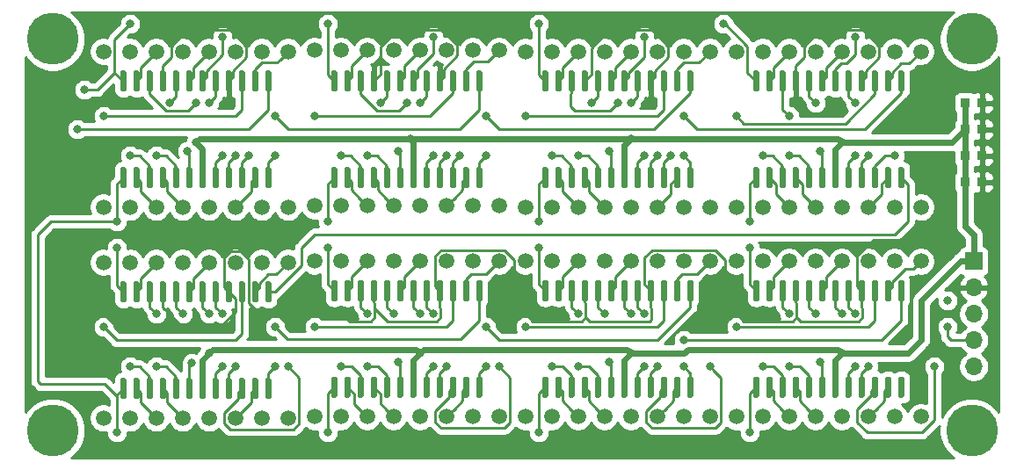
<source format=gbr>
G04 #@! TF.GenerationSoftware,KiCad,Pcbnew,(5.1.9)-1*
G04 #@! TF.CreationDate,2022-02-28T19:05:44+08:00*
G04 #@! TF.ProjectId,matrix_display16_32,6d617472-6978-45f6-9469-73706c617931,rev?*
G04 #@! TF.SameCoordinates,Original*
G04 #@! TF.FileFunction,Copper,L1,Top*
G04 #@! TF.FilePolarity,Positive*
%FSLAX46Y46*%
G04 Gerber Fmt 4.6, Leading zero omitted, Abs format (unit mm)*
G04 Created by KiCad (PCBNEW (5.1.9)-1) date 2022-02-28 19:05:44*
%MOMM*%
%LPD*%
G01*
G04 APERTURE LIST*
G04 #@! TA.AperFunction,ComponentPad*
%ADD10C,5.000000*%
G04 #@! TD*
G04 #@! TA.AperFunction,ComponentPad*
%ADD11C,1.500000*%
G04 #@! TD*
G04 #@! TA.AperFunction,SMDPad,CuDef*
%ADD12R,0.965000X0.920000*%
G04 #@! TD*
G04 #@! TA.AperFunction,ComponentPad*
%ADD13R,1.700000X1.700000*%
G04 #@! TD*
G04 #@! TA.AperFunction,ComponentPad*
%ADD14O,1.700000X1.700000*%
G04 #@! TD*
G04 #@! TA.AperFunction,ViaPad*
%ADD15C,0.800000*%
G04 #@! TD*
G04 #@! TA.AperFunction,Conductor*
%ADD16C,0.250000*%
G04 #@! TD*
G04 #@! TA.AperFunction,Conductor*
%ADD17C,0.450000*%
G04 #@! TD*
G04 #@! TA.AperFunction,Conductor*
%ADD18C,0.600000*%
G04 #@! TD*
G04 #@! TA.AperFunction,Conductor*
%ADD19C,0.254000*%
G04 #@! TD*
G04 #@! TA.AperFunction,Conductor*
%ADD20C,0.100000*%
G04 #@! TD*
G04 APERTURE END LIST*
D10*
X186500000Y-87820000D03*
X186500000Y-125540000D03*
X97980000Y-125540000D03*
X97980000Y-87820000D03*
G04 #@! TA.AperFunction,SMDPad,CuDef*
G36*
G01*
X179555000Y-100145000D02*
X179855000Y-100145000D01*
G75*
G02*
X180005000Y-100295000I0J-150000D01*
G01*
X180005000Y-102045000D01*
G75*
G02*
X179855000Y-102195000I-150000J0D01*
G01*
X179555000Y-102195000D01*
G75*
G02*
X179405000Y-102045000I0J150000D01*
G01*
X179405000Y-100295000D01*
G75*
G02*
X179555000Y-100145000I150000J0D01*
G01*
G37*
G04 #@! TD.AperFunction*
G04 #@! TA.AperFunction,SMDPad,CuDef*
G36*
G01*
X178285000Y-100145000D02*
X178585000Y-100145000D01*
G75*
G02*
X178735000Y-100295000I0J-150000D01*
G01*
X178735000Y-102045000D01*
G75*
G02*
X178585000Y-102195000I-150000J0D01*
G01*
X178285000Y-102195000D01*
G75*
G02*
X178135000Y-102045000I0J150000D01*
G01*
X178135000Y-100295000D01*
G75*
G02*
X178285000Y-100145000I150000J0D01*
G01*
G37*
G04 #@! TD.AperFunction*
G04 #@! TA.AperFunction,SMDPad,CuDef*
G36*
G01*
X177015000Y-100145000D02*
X177315000Y-100145000D01*
G75*
G02*
X177465000Y-100295000I0J-150000D01*
G01*
X177465000Y-102045000D01*
G75*
G02*
X177315000Y-102195000I-150000J0D01*
G01*
X177015000Y-102195000D01*
G75*
G02*
X176865000Y-102045000I0J150000D01*
G01*
X176865000Y-100295000D01*
G75*
G02*
X177015000Y-100145000I150000J0D01*
G01*
G37*
G04 #@! TD.AperFunction*
G04 #@! TA.AperFunction,SMDPad,CuDef*
G36*
G01*
X175745000Y-100145000D02*
X176045000Y-100145000D01*
G75*
G02*
X176195000Y-100295000I0J-150000D01*
G01*
X176195000Y-102045000D01*
G75*
G02*
X176045000Y-102195000I-150000J0D01*
G01*
X175745000Y-102195000D01*
G75*
G02*
X175595000Y-102045000I0J150000D01*
G01*
X175595000Y-100295000D01*
G75*
G02*
X175745000Y-100145000I150000J0D01*
G01*
G37*
G04 #@! TD.AperFunction*
G04 #@! TA.AperFunction,SMDPad,CuDef*
G36*
G01*
X174475000Y-100145000D02*
X174775000Y-100145000D01*
G75*
G02*
X174925000Y-100295000I0J-150000D01*
G01*
X174925000Y-102045000D01*
G75*
G02*
X174775000Y-102195000I-150000J0D01*
G01*
X174475000Y-102195000D01*
G75*
G02*
X174325000Y-102045000I0J150000D01*
G01*
X174325000Y-100295000D01*
G75*
G02*
X174475000Y-100145000I150000J0D01*
G01*
G37*
G04 #@! TD.AperFunction*
G04 #@! TA.AperFunction,SMDPad,CuDef*
G36*
G01*
X173205000Y-100145000D02*
X173505000Y-100145000D01*
G75*
G02*
X173655000Y-100295000I0J-150000D01*
G01*
X173655000Y-102045000D01*
G75*
G02*
X173505000Y-102195000I-150000J0D01*
G01*
X173205000Y-102195000D01*
G75*
G02*
X173055000Y-102045000I0J150000D01*
G01*
X173055000Y-100295000D01*
G75*
G02*
X173205000Y-100145000I150000J0D01*
G01*
G37*
G04 #@! TD.AperFunction*
G04 #@! TA.AperFunction,SMDPad,CuDef*
G36*
G01*
X171935000Y-100145000D02*
X172235000Y-100145000D01*
G75*
G02*
X172385000Y-100295000I0J-150000D01*
G01*
X172385000Y-102045000D01*
G75*
G02*
X172235000Y-102195000I-150000J0D01*
G01*
X171935000Y-102195000D01*
G75*
G02*
X171785000Y-102045000I0J150000D01*
G01*
X171785000Y-100295000D01*
G75*
G02*
X171935000Y-100145000I150000J0D01*
G01*
G37*
G04 #@! TD.AperFunction*
G04 #@! TA.AperFunction,SMDPad,CuDef*
G36*
G01*
X170665000Y-100145000D02*
X170965000Y-100145000D01*
G75*
G02*
X171115000Y-100295000I0J-150000D01*
G01*
X171115000Y-102045000D01*
G75*
G02*
X170965000Y-102195000I-150000J0D01*
G01*
X170665000Y-102195000D01*
G75*
G02*
X170515000Y-102045000I0J150000D01*
G01*
X170515000Y-100295000D01*
G75*
G02*
X170665000Y-100145000I150000J0D01*
G01*
G37*
G04 #@! TD.AperFunction*
G04 #@! TA.AperFunction,SMDPad,CuDef*
G36*
G01*
X169395000Y-100145000D02*
X169695000Y-100145000D01*
G75*
G02*
X169845000Y-100295000I0J-150000D01*
G01*
X169845000Y-102045000D01*
G75*
G02*
X169695000Y-102195000I-150000J0D01*
G01*
X169395000Y-102195000D01*
G75*
G02*
X169245000Y-102045000I0J150000D01*
G01*
X169245000Y-100295000D01*
G75*
G02*
X169395000Y-100145000I150000J0D01*
G01*
G37*
G04 #@! TD.AperFunction*
G04 #@! TA.AperFunction,SMDPad,CuDef*
G36*
G01*
X168125000Y-100145000D02*
X168425000Y-100145000D01*
G75*
G02*
X168575000Y-100295000I0J-150000D01*
G01*
X168575000Y-102045000D01*
G75*
G02*
X168425000Y-102195000I-150000J0D01*
G01*
X168125000Y-102195000D01*
G75*
G02*
X167975000Y-102045000I0J150000D01*
G01*
X167975000Y-100295000D01*
G75*
G02*
X168125000Y-100145000I150000J0D01*
G01*
G37*
G04 #@! TD.AperFunction*
G04 #@! TA.AperFunction,SMDPad,CuDef*
G36*
G01*
X166855000Y-100145000D02*
X167155000Y-100145000D01*
G75*
G02*
X167305000Y-100295000I0J-150000D01*
G01*
X167305000Y-102045000D01*
G75*
G02*
X167155000Y-102195000I-150000J0D01*
G01*
X166855000Y-102195000D01*
G75*
G02*
X166705000Y-102045000I0J150000D01*
G01*
X166705000Y-100295000D01*
G75*
G02*
X166855000Y-100145000I150000J0D01*
G01*
G37*
G04 #@! TD.AperFunction*
G04 #@! TA.AperFunction,SMDPad,CuDef*
G36*
G01*
X165585000Y-100145000D02*
X165885000Y-100145000D01*
G75*
G02*
X166035000Y-100295000I0J-150000D01*
G01*
X166035000Y-102045000D01*
G75*
G02*
X165885000Y-102195000I-150000J0D01*
G01*
X165585000Y-102195000D01*
G75*
G02*
X165435000Y-102045000I0J150000D01*
G01*
X165435000Y-100295000D01*
G75*
G02*
X165585000Y-100145000I150000J0D01*
G01*
G37*
G04 #@! TD.AperFunction*
G04 #@! TA.AperFunction,SMDPad,CuDef*
G36*
G01*
X165585000Y-90845000D02*
X165885000Y-90845000D01*
G75*
G02*
X166035000Y-90995000I0J-150000D01*
G01*
X166035000Y-92745000D01*
G75*
G02*
X165885000Y-92895000I-150000J0D01*
G01*
X165585000Y-92895000D01*
G75*
G02*
X165435000Y-92745000I0J150000D01*
G01*
X165435000Y-90995000D01*
G75*
G02*
X165585000Y-90845000I150000J0D01*
G01*
G37*
G04 #@! TD.AperFunction*
G04 #@! TA.AperFunction,SMDPad,CuDef*
G36*
G01*
X166855000Y-90845000D02*
X167155000Y-90845000D01*
G75*
G02*
X167305000Y-90995000I0J-150000D01*
G01*
X167305000Y-92745000D01*
G75*
G02*
X167155000Y-92895000I-150000J0D01*
G01*
X166855000Y-92895000D01*
G75*
G02*
X166705000Y-92745000I0J150000D01*
G01*
X166705000Y-90995000D01*
G75*
G02*
X166855000Y-90845000I150000J0D01*
G01*
G37*
G04 #@! TD.AperFunction*
G04 #@! TA.AperFunction,SMDPad,CuDef*
G36*
G01*
X168125000Y-90845000D02*
X168425000Y-90845000D01*
G75*
G02*
X168575000Y-90995000I0J-150000D01*
G01*
X168575000Y-92745000D01*
G75*
G02*
X168425000Y-92895000I-150000J0D01*
G01*
X168125000Y-92895000D01*
G75*
G02*
X167975000Y-92745000I0J150000D01*
G01*
X167975000Y-90995000D01*
G75*
G02*
X168125000Y-90845000I150000J0D01*
G01*
G37*
G04 #@! TD.AperFunction*
G04 #@! TA.AperFunction,SMDPad,CuDef*
G36*
G01*
X169395000Y-90845000D02*
X169695000Y-90845000D01*
G75*
G02*
X169845000Y-90995000I0J-150000D01*
G01*
X169845000Y-92745000D01*
G75*
G02*
X169695000Y-92895000I-150000J0D01*
G01*
X169395000Y-92895000D01*
G75*
G02*
X169245000Y-92745000I0J150000D01*
G01*
X169245000Y-90995000D01*
G75*
G02*
X169395000Y-90845000I150000J0D01*
G01*
G37*
G04 #@! TD.AperFunction*
G04 #@! TA.AperFunction,SMDPad,CuDef*
G36*
G01*
X170665000Y-90845000D02*
X170965000Y-90845000D01*
G75*
G02*
X171115000Y-90995000I0J-150000D01*
G01*
X171115000Y-92745000D01*
G75*
G02*
X170965000Y-92895000I-150000J0D01*
G01*
X170665000Y-92895000D01*
G75*
G02*
X170515000Y-92745000I0J150000D01*
G01*
X170515000Y-90995000D01*
G75*
G02*
X170665000Y-90845000I150000J0D01*
G01*
G37*
G04 #@! TD.AperFunction*
G04 #@! TA.AperFunction,SMDPad,CuDef*
G36*
G01*
X171935000Y-90845000D02*
X172235000Y-90845000D01*
G75*
G02*
X172385000Y-90995000I0J-150000D01*
G01*
X172385000Y-92745000D01*
G75*
G02*
X172235000Y-92895000I-150000J0D01*
G01*
X171935000Y-92895000D01*
G75*
G02*
X171785000Y-92745000I0J150000D01*
G01*
X171785000Y-90995000D01*
G75*
G02*
X171935000Y-90845000I150000J0D01*
G01*
G37*
G04 #@! TD.AperFunction*
G04 #@! TA.AperFunction,SMDPad,CuDef*
G36*
G01*
X173205000Y-90845000D02*
X173505000Y-90845000D01*
G75*
G02*
X173655000Y-90995000I0J-150000D01*
G01*
X173655000Y-92745000D01*
G75*
G02*
X173505000Y-92895000I-150000J0D01*
G01*
X173205000Y-92895000D01*
G75*
G02*
X173055000Y-92745000I0J150000D01*
G01*
X173055000Y-90995000D01*
G75*
G02*
X173205000Y-90845000I150000J0D01*
G01*
G37*
G04 #@! TD.AperFunction*
G04 #@! TA.AperFunction,SMDPad,CuDef*
G36*
G01*
X174475000Y-90845000D02*
X174775000Y-90845000D01*
G75*
G02*
X174925000Y-90995000I0J-150000D01*
G01*
X174925000Y-92745000D01*
G75*
G02*
X174775000Y-92895000I-150000J0D01*
G01*
X174475000Y-92895000D01*
G75*
G02*
X174325000Y-92745000I0J150000D01*
G01*
X174325000Y-90995000D01*
G75*
G02*
X174475000Y-90845000I150000J0D01*
G01*
G37*
G04 #@! TD.AperFunction*
G04 #@! TA.AperFunction,SMDPad,CuDef*
G36*
G01*
X175745000Y-90845000D02*
X176045000Y-90845000D01*
G75*
G02*
X176195000Y-90995000I0J-150000D01*
G01*
X176195000Y-92745000D01*
G75*
G02*
X176045000Y-92895000I-150000J0D01*
G01*
X175745000Y-92895000D01*
G75*
G02*
X175595000Y-92745000I0J150000D01*
G01*
X175595000Y-90995000D01*
G75*
G02*
X175745000Y-90845000I150000J0D01*
G01*
G37*
G04 #@! TD.AperFunction*
G04 #@! TA.AperFunction,SMDPad,CuDef*
G36*
G01*
X177015000Y-90845000D02*
X177315000Y-90845000D01*
G75*
G02*
X177465000Y-90995000I0J-150000D01*
G01*
X177465000Y-92745000D01*
G75*
G02*
X177315000Y-92895000I-150000J0D01*
G01*
X177015000Y-92895000D01*
G75*
G02*
X176865000Y-92745000I0J150000D01*
G01*
X176865000Y-90995000D01*
G75*
G02*
X177015000Y-90845000I150000J0D01*
G01*
G37*
G04 #@! TD.AperFunction*
G04 #@! TA.AperFunction,SMDPad,CuDef*
G36*
G01*
X178285000Y-90845000D02*
X178585000Y-90845000D01*
G75*
G02*
X178735000Y-90995000I0J-150000D01*
G01*
X178735000Y-92745000D01*
G75*
G02*
X178585000Y-92895000I-150000J0D01*
G01*
X178285000Y-92895000D01*
G75*
G02*
X178135000Y-92745000I0J150000D01*
G01*
X178135000Y-90995000D01*
G75*
G02*
X178285000Y-90845000I150000J0D01*
G01*
G37*
G04 #@! TD.AperFunction*
G04 #@! TA.AperFunction,SMDPad,CuDef*
G36*
G01*
X179555000Y-90845000D02*
X179855000Y-90845000D01*
G75*
G02*
X180005000Y-90995000I0J-150000D01*
G01*
X180005000Y-92745000D01*
G75*
G02*
X179855000Y-92895000I-150000J0D01*
G01*
X179555000Y-92895000D01*
G75*
G02*
X179405000Y-92745000I0J150000D01*
G01*
X179405000Y-90995000D01*
G75*
G02*
X179555000Y-90845000I150000J0D01*
G01*
G37*
G04 #@! TD.AperFunction*
D11*
X113030000Y-109340000D03*
X120650000Y-109340000D03*
X110490000Y-109340000D03*
X115570000Y-109340000D03*
X118110000Y-109340000D03*
X102870000Y-109340000D03*
X105410000Y-109340000D03*
X107950000Y-109340000D03*
X102870000Y-124340000D03*
X105410000Y-124340000D03*
X107950000Y-124340000D03*
X110490000Y-124340000D03*
X113030000Y-124340000D03*
X115570000Y-124340000D03*
X118110000Y-124340000D03*
X120650000Y-124340000D03*
X173990000Y-109220000D03*
X181610000Y-109220000D03*
X171450000Y-109220000D03*
X176530000Y-109220000D03*
X179070000Y-109220000D03*
X163830000Y-109220000D03*
X166370000Y-109220000D03*
X168910000Y-109220000D03*
X163830000Y-124220000D03*
X166370000Y-124220000D03*
X168910000Y-124220000D03*
X171450000Y-124220000D03*
X173990000Y-124220000D03*
X176530000Y-124220000D03*
X179070000Y-124220000D03*
X181610000Y-124220000D03*
X153670000Y-89020000D03*
X161290000Y-89020000D03*
X151130000Y-89020000D03*
X156210000Y-89020000D03*
X158750000Y-89020000D03*
X143510000Y-89020000D03*
X146050000Y-89020000D03*
X148590000Y-89020000D03*
X143510000Y-104020000D03*
X146050000Y-104020000D03*
X148590000Y-104020000D03*
X151130000Y-104020000D03*
X153670000Y-104020000D03*
X156210000Y-104020000D03*
X158750000Y-104020000D03*
X161290000Y-104020000D03*
X173990000Y-89020000D03*
X181610000Y-89020000D03*
X171450000Y-89020000D03*
X176530000Y-89020000D03*
X179070000Y-89020000D03*
X163830000Y-89020000D03*
X166370000Y-89020000D03*
X168910000Y-89020000D03*
X163830000Y-104020000D03*
X166370000Y-104020000D03*
X168910000Y-104020000D03*
X171450000Y-104020000D03*
X173990000Y-104020000D03*
X176530000Y-104020000D03*
X179070000Y-104020000D03*
X181610000Y-104020000D03*
X133350000Y-88900000D03*
X140970000Y-88900000D03*
X130810000Y-88900000D03*
X135890000Y-88900000D03*
X138430000Y-88900000D03*
X123190000Y-88900000D03*
X125730000Y-88900000D03*
X128270000Y-88900000D03*
X123190000Y-103900000D03*
X125730000Y-103900000D03*
X128270000Y-103900000D03*
X130810000Y-103900000D03*
X133350000Y-103900000D03*
X135890000Y-103900000D03*
X138430000Y-103900000D03*
X140970000Y-103900000D03*
G04 #@! TA.AperFunction,SMDPad,CuDef*
G36*
G01*
X159235000Y-120345000D02*
X159535000Y-120345000D01*
G75*
G02*
X159685000Y-120495000I0J-150000D01*
G01*
X159685000Y-122245000D01*
G75*
G02*
X159535000Y-122395000I-150000J0D01*
G01*
X159235000Y-122395000D01*
G75*
G02*
X159085000Y-122245000I0J150000D01*
G01*
X159085000Y-120495000D01*
G75*
G02*
X159235000Y-120345000I150000J0D01*
G01*
G37*
G04 #@! TD.AperFunction*
G04 #@! TA.AperFunction,SMDPad,CuDef*
G36*
G01*
X157965000Y-120345000D02*
X158265000Y-120345000D01*
G75*
G02*
X158415000Y-120495000I0J-150000D01*
G01*
X158415000Y-122245000D01*
G75*
G02*
X158265000Y-122395000I-150000J0D01*
G01*
X157965000Y-122395000D01*
G75*
G02*
X157815000Y-122245000I0J150000D01*
G01*
X157815000Y-120495000D01*
G75*
G02*
X157965000Y-120345000I150000J0D01*
G01*
G37*
G04 #@! TD.AperFunction*
G04 #@! TA.AperFunction,SMDPad,CuDef*
G36*
G01*
X156695000Y-120345000D02*
X156995000Y-120345000D01*
G75*
G02*
X157145000Y-120495000I0J-150000D01*
G01*
X157145000Y-122245000D01*
G75*
G02*
X156995000Y-122395000I-150000J0D01*
G01*
X156695000Y-122395000D01*
G75*
G02*
X156545000Y-122245000I0J150000D01*
G01*
X156545000Y-120495000D01*
G75*
G02*
X156695000Y-120345000I150000J0D01*
G01*
G37*
G04 #@! TD.AperFunction*
G04 #@! TA.AperFunction,SMDPad,CuDef*
G36*
G01*
X155425000Y-120345000D02*
X155725000Y-120345000D01*
G75*
G02*
X155875000Y-120495000I0J-150000D01*
G01*
X155875000Y-122245000D01*
G75*
G02*
X155725000Y-122395000I-150000J0D01*
G01*
X155425000Y-122395000D01*
G75*
G02*
X155275000Y-122245000I0J150000D01*
G01*
X155275000Y-120495000D01*
G75*
G02*
X155425000Y-120345000I150000J0D01*
G01*
G37*
G04 #@! TD.AperFunction*
G04 #@! TA.AperFunction,SMDPad,CuDef*
G36*
G01*
X154155000Y-120345000D02*
X154455000Y-120345000D01*
G75*
G02*
X154605000Y-120495000I0J-150000D01*
G01*
X154605000Y-122245000D01*
G75*
G02*
X154455000Y-122395000I-150000J0D01*
G01*
X154155000Y-122395000D01*
G75*
G02*
X154005000Y-122245000I0J150000D01*
G01*
X154005000Y-120495000D01*
G75*
G02*
X154155000Y-120345000I150000J0D01*
G01*
G37*
G04 #@! TD.AperFunction*
G04 #@! TA.AperFunction,SMDPad,CuDef*
G36*
G01*
X152885000Y-120345000D02*
X153185000Y-120345000D01*
G75*
G02*
X153335000Y-120495000I0J-150000D01*
G01*
X153335000Y-122245000D01*
G75*
G02*
X153185000Y-122395000I-150000J0D01*
G01*
X152885000Y-122395000D01*
G75*
G02*
X152735000Y-122245000I0J150000D01*
G01*
X152735000Y-120495000D01*
G75*
G02*
X152885000Y-120345000I150000J0D01*
G01*
G37*
G04 #@! TD.AperFunction*
G04 #@! TA.AperFunction,SMDPad,CuDef*
G36*
G01*
X151615000Y-120345000D02*
X151915000Y-120345000D01*
G75*
G02*
X152065000Y-120495000I0J-150000D01*
G01*
X152065000Y-122245000D01*
G75*
G02*
X151915000Y-122395000I-150000J0D01*
G01*
X151615000Y-122395000D01*
G75*
G02*
X151465000Y-122245000I0J150000D01*
G01*
X151465000Y-120495000D01*
G75*
G02*
X151615000Y-120345000I150000J0D01*
G01*
G37*
G04 #@! TD.AperFunction*
G04 #@! TA.AperFunction,SMDPad,CuDef*
G36*
G01*
X150345000Y-120345000D02*
X150645000Y-120345000D01*
G75*
G02*
X150795000Y-120495000I0J-150000D01*
G01*
X150795000Y-122245000D01*
G75*
G02*
X150645000Y-122395000I-150000J0D01*
G01*
X150345000Y-122395000D01*
G75*
G02*
X150195000Y-122245000I0J150000D01*
G01*
X150195000Y-120495000D01*
G75*
G02*
X150345000Y-120345000I150000J0D01*
G01*
G37*
G04 #@! TD.AperFunction*
G04 #@! TA.AperFunction,SMDPad,CuDef*
G36*
G01*
X149075000Y-120345000D02*
X149375000Y-120345000D01*
G75*
G02*
X149525000Y-120495000I0J-150000D01*
G01*
X149525000Y-122245000D01*
G75*
G02*
X149375000Y-122395000I-150000J0D01*
G01*
X149075000Y-122395000D01*
G75*
G02*
X148925000Y-122245000I0J150000D01*
G01*
X148925000Y-120495000D01*
G75*
G02*
X149075000Y-120345000I150000J0D01*
G01*
G37*
G04 #@! TD.AperFunction*
G04 #@! TA.AperFunction,SMDPad,CuDef*
G36*
G01*
X147805000Y-120345000D02*
X148105000Y-120345000D01*
G75*
G02*
X148255000Y-120495000I0J-150000D01*
G01*
X148255000Y-122245000D01*
G75*
G02*
X148105000Y-122395000I-150000J0D01*
G01*
X147805000Y-122395000D01*
G75*
G02*
X147655000Y-122245000I0J150000D01*
G01*
X147655000Y-120495000D01*
G75*
G02*
X147805000Y-120345000I150000J0D01*
G01*
G37*
G04 #@! TD.AperFunction*
G04 #@! TA.AperFunction,SMDPad,CuDef*
G36*
G01*
X146535000Y-120345000D02*
X146835000Y-120345000D01*
G75*
G02*
X146985000Y-120495000I0J-150000D01*
G01*
X146985000Y-122245000D01*
G75*
G02*
X146835000Y-122395000I-150000J0D01*
G01*
X146535000Y-122395000D01*
G75*
G02*
X146385000Y-122245000I0J150000D01*
G01*
X146385000Y-120495000D01*
G75*
G02*
X146535000Y-120345000I150000J0D01*
G01*
G37*
G04 #@! TD.AperFunction*
G04 #@! TA.AperFunction,SMDPad,CuDef*
G36*
G01*
X145265000Y-120345000D02*
X145565000Y-120345000D01*
G75*
G02*
X145715000Y-120495000I0J-150000D01*
G01*
X145715000Y-122245000D01*
G75*
G02*
X145565000Y-122395000I-150000J0D01*
G01*
X145265000Y-122395000D01*
G75*
G02*
X145115000Y-122245000I0J150000D01*
G01*
X145115000Y-120495000D01*
G75*
G02*
X145265000Y-120345000I150000J0D01*
G01*
G37*
G04 #@! TD.AperFunction*
G04 #@! TA.AperFunction,SMDPad,CuDef*
G36*
G01*
X145265000Y-111045000D02*
X145565000Y-111045000D01*
G75*
G02*
X145715000Y-111195000I0J-150000D01*
G01*
X145715000Y-112945000D01*
G75*
G02*
X145565000Y-113095000I-150000J0D01*
G01*
X145265000Y-113095000D01*
G75*
G02*
X145115000Y-112945000I0J150000D01*
G01*
X145115000Y-111195000D01*
G75*
G02*
X145265000Y-111045000I150000J0D01*
G01*
G37*
G04 #@! TD.AperFunction*
G04 #@! TA.AperFunction,SMDPad,CuDef*
G36*
G01*
X146535000Y-111045000D02*
X146835000Y-111045000D01*
G75*
G02*
X146985000Y-111195000I0J-150000D01*
G01*
X146985000Y-112945000D01*
G75*
G02*
X146835000Y-113095000I-150000J0D01*
G01*
X146535000Y-113095000D01*
G75*
G02*
X146385000Y-112945000I0J150000D01*
G01*
X146385000Y-111195000D01*
G75*
G02*
X146535000Y-111045000I150000J0D01*
G01*
G37*
G04 #@! TD.AperFunction*
G04 #@! TA.AperFunction,SMDPad,CuDef*
G36*
G01*
X147805000Y-111045000D02*
X148105000Y-111045000D01*
G75*
G02*
X148255000Y-111195000I0J-150000D01*
G01*
X148255000Y-112945000D01*
G75*
G02*
X148105000Y-113095000I-150000J0D01*
G01*
X147805000Y-113095000D01*
G75*
G02*
X147655000Y-112945000I0J150000D01*
G01*
X147655000Y-111195000D01*
G75*
G02*
X147805000Y-111045000I150000J0D01*
G01*
G37*
G04 #@! TD.AperFunction*
G04 #@! TA.AperFunction,SMDPad,CuDef*
G36*
G01*
X149075000Y-111045000D02*
X149375000Y-111045000D01*
G75*
G02*
X149525000Y-111195000I0J-150000D01*
G01*
X149525000Y-112945000D01*
G75*
G02*
X149375000Y-113095000I-150000J0D01*
G01*
X149075000Y-113095000D01*
G75*
G02*
X148925000Y-112945000I0J150000D01*
G01*
X148925000Y-111195000D01*
G75*
G02*
X149075000Y-111045000I150000J0D01*
G01*
G37*
G04 #@! TD.AperFunction*
G04 #@! TA.AperFunction,SMDPad,CuDef*
G36*
G01*
X150345000Y-111045000D02*
X150645000Y-111045000D01*
G75*
G02*
X150795000Y-111195000I0J-150000D01*
G01*
X150795000Y-112945000D01*
G75*
G02*
X150645000Y-113095000I-150000J0D01*
G01*
X150345000Y-113095000D01*
G75*
G02*
X150195000Y-112945000I0J150000D01*
G01*
X150195000Y-111195000D01*
G75*
G02*
X150345000Y-111045000I150000J0D01*
G01*
G37*
G04 #@! TD.AperFunction*
G04 #@! TA.AperFunction,SMDPad,CuDef*
G36*
G01*
X151615000Y-111045000D02*
X151915000Y-111045000D01*
G75*
G02*
X152065000Y-111195000I0J-150000D01*
G01*
X152065000Y-112945000D01*
G75*
G02*
X151915000Y-113095000I-150000J0D01*
G01*
X151615000Y-113095000D01*
G75*
G02*
X151465000Y-112945000I0J150000D01*
G01*
X151465000Y-111195000D01*
G75*
G02*
X151615000Y-111045000I150000J0D01*
G01*
G37*
G04 #@! TD.AperFunction*
G04 #@! TA.AperFunction,SMDPad,CuDef*
G36*
G01*
X152885000Y-111045000D02*
X153185000Y-111045000D01*
G75*
G02*
X153335000Y-111195000I0J-150000D01*
G01*
X153335000Y-112945000D01*
G75*
G02*
X153185000Y-113095000I-150000J0D01*
G01*
X152885000Y-113095000D01*
G75*
G02*
X152735000Y-112945000I0J150000D01*
G01*
X152735000Y-111195000D01*
G75*
G02*
X152885000Y-111045000I150000J0D01*
G01*
G37*
G04 #@! TD.AperFunction*
G04 #@! TA.AperFunction,SMDPad,CuDef*
G36*
G01*
X154155000Y-111045000D02*
X154455000Y-111045000D01*
G75*
G02*
X154605000Y-111195000I0J-150000D01*
G01*
X154605000Y-112945000D01*
G75*
G02*
X154455000Y-113095000I-150000J0D01*
G01*
X154155000Y-113095000D01*
G75*
G02*
X154005000Y-112945000I0J150000D01*
G01*
X154005000Y-111195000D01*
G75*
G02*
X154155000Y-111045000I150000J0D01*
G01*
G37*
G04 #@! TD.AperFunction*
G04 #@! TA.AperFunction,SMDPad,CuDef*
G36*
G01*
X155425000Y-111045000D02*
X155725000Y-111045000D01*
G75*
G02*
X155875000Y-111195000I0J-150000D01*
G01*
X155875000Y-112945000D01*
G75*
G02*
X155725000Y-113095000I-150000J0D01*
G01*
X155425000Y-113095000D01*
G75*
G02*
X155275000Y-112945000I0J150000D01*
G01*
X155275000Y-111195000D01*
G75*
G02*
X155425000Y-111045000I150000J0D01*
G01*
G37*
G04 #@! TD.AperFunction*
G04 #@! TA.AperFunction,SMDPad,CuDef*
G36*
G01*
X156695000Y-111045000D02*
X156995000Y-111045000D01*
G75*
G02*
X157145000Y-111195000I0J-150000D01*
G01*
X157145000Y-112945000D01*
G75*
G02*
X156995000Y-113095000I-150000J0D01*
G01*
X156695000Y-113095000D01*
G75*
G02*
X156545000Y-112945000I0J150000D01*
G01*
X156545000Y-111195000D01*
G75*
G02*
X156695000Y-111045000I150000J0D01*
G01*
G37*
G04 #@! TD.AperFunction*
G04 #@! TA.AperFunction,SMDPad,CuDef*
G36*
G01*
X157965000Y-111045000D02*
X158265000Y-111045000D01*
G75*
G02*
X158415000Y-111195000I0J-150000D01*
G01*
X158415000Y-112945000D01*
G75*
G02*
X158265000Y-113095000I-150000J0D01*
G01*
X157965000Y-113095000D01*
G75*
G02*
X157815000Y-112945000I0J150000D01*
G01*
X157815000Y-111195000D01*
G75*
G02*
X157965000Y-111045000I150000J0D01*
G01*
G37*
G04 #@! TD.AperFunction*
G04 #@! TA.AperFunction,SMDPad,CuDef*
G36*
G01*
X159235000Y-111045000D02*
X159535000Y-111045000D01*
G75*
G02*
X159685000Y-111195000I0J-150000D01*
G01*
X159685000Y-112945000D01*
G75*
G02*
X159535000Y-113095000I-150000J0D01*
G01*
X159235000Y-113095000D01*
G75*
G02*
X159085000Y-112945000I0J150000D01*
G01*
X159085000Y-111195000D01*
G75*
G02*
X159235000Y-111045000I150000J0D01*
G01*
G37*
G04 #@! TD.AperFunction*
X153670000Y-109220000D03*
X161290000Y-109220000D03*
X151130000Y-109220000D03*
X156210000Y-109220000D03*
X158750000Y-109220000D03*
X143510000Y-109220000D03*
X146050000Y-109220000D03*
X148590000Y-109220000D03*
X143510000Y-124220000D03*
X146050000Y-124220000D03*
X148590000Y-124220000D03*
X151130000Y-124220000D03*
X153670000Y-124220000D03*
X156210000Y-124220000D03*
X158750000Y-124220000D03*
X161290000Y-124220000D03*
X133350000Y-109220000D03*
X140970000Y-109220000D03*
X130810000Y-109220000D03*
X135890000Y-109220000D03*
X138430000Y-109220000D03*
X123190000Y-109220000D03*
X125730000Y-109220000D03*
X128270000Y-109220000D03*
X123190000Y-124220000D03*
X125730000Y-124220000D03*
X128270000Y-124220000D03*
X130810000Y-124220000D03*
X133350000Y-124220000D03*
X135890000Y-124220000D03*
X138430000Y-124220000D03*
X140970000Y-124220000D03*
X113030000Y-89020000D03*
X120650000Y-89020000D03*
X110490000Y-89020000D03*
X115570000Y-89020000D03*
X118110000Y-89020000D03*
X102870000Y-89020000D03*
X105410000Y-89020000D03*
X107950000Y-89020000D03*
X102870000Y-104020000D03*
X105410000Y-104020000D03*
X107950000Y-104020000D03*
X110490000Y-104020000D03*
X113030000Y-104020000D03*
X115570000Y-104020000D03*
X118110000Y-104020000D03*
X120650000Y-104020000D03*
G04 #@! TA.AperFunction,SMDPad,CuDef*
G36*
G01*
X179555000Y-120345000D02*
X179855000Y-120345000D01*
G75*
G02*
X180005000Y-120495000I0J-150000D01*
G01*
X180005000Y-122245000D01*
G75*
G02*
X179855000Y-122395000I-150000J0D01*
G01*
X179555000Y-122395000D01*
G75*
G02*
X179405000Y-122245000I0J150000D01*
G01*
X179405000Y-120495000D01*
G75*
G02*
X179555000Y-120345000I150000J0D01*
G01*
G37*
G04 #@! TD.AperFunction*
G04 #@! TA.AperFunction,SMDPad,CuDef*
G36*
G01*
X178285000Y-120345000D02*
X178585000Y-120345000D01*
G75*
G02*
X178735000Y-120495000I0J-150000D01*
G01*
X178735000Y-122245000D01*
G75*
G02*
X178585000Y-122395000I-150000J0D01*
G01*
X178285000Y-122395000D01*
G75*
G02*
X178135000Y-122245000I0J150000D01*
G01*
X178135000Y-120495000D01*
G75*
G02*
X178285000Y-120345000I150000J0D01*
G01*
G37*
G04 #@! TD.AperFunction*
G04 #@! TA.AperFunction,SMDPad,CuDef*
G36*
G01*
X177015000Y-120345000D02*
X177315000Y-120345000D01*
G75*
G02*
X177465000Y-120495000I0J-150000D01*
G01*
X177465000Y-122245000D01*
G75*
G02*
X177315000Y-122395000I-150000J0D01*
G01*
X177015000Y-122395000D01*
G75*
G02*
X176865000Y-122245000I0J150000D01*
G01*
X176865000Y-120495000D01*
G75*
G02*
X177015000Y-120345000I150000J0D01*
G01*
G37*
G04 #@! TD.AperFunction*
G04 #@! TA.AperFunction,SMDPad,CuDef*
G36*
G01*
X175745000Y-120345000D02*
X176045000Y-120345000D01*
G75*
G02*
X176195000Y-120495000I0J-150000D01*
G01*
X176195000Y-122245000D01*
G75*
G02*
X176045000Y-122395000I-150000J0D01*
G01*
X175745000Y-122395000D01*
G75*
G02*
X175595000Y-122245000I0J150000D01*
G01*
X175595000Y-120495000D01*
G75*
G02*
X175745000Y-120345000I150000J0D01*
G01*
G37*
G04 #@! TD.AperFunction*
G04 #@! TA.AperFunction,SMDPad,CuDef*
G36*
G01*
X174475000Y-120345000D02*
X174775000Y-120345000D01*
G75*
G02*
X174925000Y-120495000I0J-150000D01*
G01*
X174925000Y-122245000D01*
G75*
G02*
X174775000Y-122395000I-150000J0D01*
G01*
X174475000Y-122395000D01*
G75*
G02*
X174325000Y-122245000I0J150000D01*
G01*
X174325000Y-120495000D01*
G75*
G02*
X174475000Y-120345000I150000J0D01*
G01*
G37*
G04 #@! TD.AperFunction*
G04 #@! TA.AperFunction,SMDPad,CuDef*
G36*
G01*
X173205000Y-120345000D02*
X173505000Y-120345000D01*
G75*
G02*
X173655000Y-120495000I0J-150000D01*
G01*
X173655000Y-122245000D01*
G75*
G02*
X173505000Y-122395000I-150000J0D01*
G01*
X173205000Y-122395000D01*
G75*
G02*
X173055000Y-122245000I0J150000D01*
G01*
X173055000Y-120495000D01*
G75*
G02*
X173205000Y-120345000I150000J0D01*
G01*
G37*
G04 #@! TD.AperFunction*
G04 #@! TA.AperFunction,SMDPad,CuDef*
G36*
G01*
X171935000Y-120345000D02*
X172235000Y-120345000D01*
G75*
G02*
X172385000Y-120495000I0J-150000D01*
G01*
X172385000Y-122245000D01*
G75*
G02*
X172235000Y-122395000I-150000J0D01*
G01*
X171935000Y-122395000D01*
G75*
G02*
X171785000Y-122245000I0J150000D01*
G01*
X171785000Y-120495000D01*
G75*
G02*
X171935000Y-120345000I150000J0D01*
G01*
G37*
G04 #@! TD.AperFunction*
G04 #@! TA.AperFunction,SMDPad,CuDef*
G36*
G01*
X170665000Y-120345000D02*
X170965000Y-120345000D01*
G75*
G02*
X171115000Y-120495000I0J-150000D01*
G01*
X171115000Y-122245000D01*
G75*
G02*
X170965000Y-122395000I-150000J0D01*
G01*
X170665000Y-122395000D01*
G75*
G02*
X170515000Y-122245000I0J150000D01*
G01*
X170515000Y-120495000D01*
G75*
G02*
X170665000Y-120345000I150000J0D01*
G01*
G37*
G04 #@! TD.AperFunction*
G04 #@! TA.AperFunction,SMDPad,CuDef*
G36*
G01*
X169395000Y-120345000D02*
X169695000Y-120345000D01*
G75*
G02*
X169845000Y-120495000I0J-150000D01*
G01*
X169845000Y-122245000D01*
G75*
G02*
X169695000Y-122395000I-150000J0D01*
G01*
X169395000Y-122395000D01*
G75*
G02*
X169245000Y-122245000I0J150000D01*
G01*
X169245000Y-120495000D01*
G75*
G02*
X169395000Y-120345000I150000J0D01*
G01*
G37*
G04 #@! TD.AperFunction*
G04 #@! TA.AperFunction,SMDPad,CuDef*
G36*
G01*
X168125000Y-120345000D02*
X168425000Y-120345000D01*
G75*
G02*
X168575000Y-120495000I0J-150000D01*
G01*
X168575000Y-122245000D01*
G75*
G02*
X168425000Y-122395000I-150000J0D01*
G01*
X168125000Y-122395000D01*
G75*
G02*
X167975000Y-122245000I0J150000D01*
G01*
X167975000Y-120495000D01*
G75*
G02*
X168125000Y-120345000I150000J0D01*
G01*
G37*
G04 #@! TD.AperFunction*
G04 #@! TA.AperFunction,SMDPad,CuDef*
G36*
G01*
X166855000Y-120345000D02*
X167155000Y-120345000D01*
G75*
G02*
X167305000Y-120495000I0J-150000D01*
G01*
X167305000Y-122245000D01*
G75*
G02*
X167155000Y-122395000I-150000J0D01*
G01*
X166855000Y-122395000D01*
G75*
G02*
X166705000Y-122245000I0J150000D01*
G01*
X166705000Y-120495000D01*
G75*
G02*
X166855000Y-120345000I150000J0D01*
G01*
G37*
G04 #@! TD.AperFunction*
G04 #@! TA.AperFunction,SMDPad,CuDef*
G36*
G01*
X165585000Y-120345000D02*
X165885000Y-120345000D01*
G75*
G02*
X166035000Y-120495000I0J-150000D01*
G01*
X166035000Y-122245000D01*
G75*
G02*
X165885000Y-122395000I-150000J0D01*
G01*
X165585000Y-122395000D01*
G75*
G02*
X165435000Y-122245000I0J150000D01*
G01*
X165435000Y-120495000D01*
G75*
G02*
X165585000Y-120345000I150000J0D01*
G01*
G37*
G04 #@! TD.AperFunction*
G04 #@! TA.AperFunction,SMDPad,CuDef*
G36*
G01*
X165585000Y-111045000D02*
X165885000Y-111045000D01*
G75*
G02*
X166035000Y-111195000I0J-150000D01*
G01*
X166035000Y-112945000D01*
G75*
G02*
X165885000Y-113095000I-150000J0D01*
G01*
X165585000Y-113095000D01*
G75*
G02*
X165435000Y-112945000I0J150000D01*
G01*
X165435000Y-111195000D01*
G75*
G02*
X165585000Y-111045000I150000J0D01*
G01*
G37*
G04 #@! TD.AperFunction*
G04 #@! TA.AperFunction,SMDPad,CuDef*
G36*
G01*
X166855000Y-111045000D02*
X167155000Y-111045000D01*
G75*
G02*
X167305000Y-111195000I0J-150000D01*
G01*
X167305000Y-112945000D01*
G75*
G02*
X167155000Y-113095000I-150000J0D01*
G01*
X166855000Y-113095000D01*
G75*
G02*
X166705000Y-112945000I0J150000D01*
G01*
X166705000Y-111195000D01*
G75*
G02*
X166855000Y-111045000I150000J0D01*
G01*
G37*
G04 #@! TD.AperFunction*
G04 #@! TA.AperFunction,SMDPad,CuDef*
G36*
G01*
X168125000Y-111045000D02*
X168425000Y-111045000D01*
G75*
G02*
X168575000Y-111195000I0J-150000D01*
G01*
X168575000Y-112945000D01*
G75*
G02*
X168425000Y-113095000I-150000J0D01*
G01*
X168125000Y-113095000D01*
G75*
G02*
X167975000Y-112945000I0J150000D01*
G01*
X167975000Y-111195000D01*
G75*
G02*
X168125000Y-111045000I150000J0D01*
G01*
G37*
G04 #@! TD.AperFunction*
G04 #@! TA.AperFunction,SMDPad,CuDef*
G36*
G01*
X169395000Y-111045000D02*
X169695000Y-111045000D01*
G75*
G02*
X169845000Y-111195000I0J-150000D01*
G01*
X169845000Y-112945000D01*
G75*
G02*
X169695000Y-113095000I-150000J0D01*
G01*
X169395000Y-113095000D01*
G75*
G02*
X169245000Y-112945000I0J150000D01*
G01*
X169245000Y-111195000D01*
G75*
G02*
X169395000Y-111045000I150000J0D01*
G01*
G37*
G04 #@! TD.AperFunction*
G04 #@! TA.AperFunction,SMDPad,CuDef*
G36*
G01*
X170665000Y-111045000D02*
X170965000Y-111045000D01*
G75*
G02*
X171115000Y-111195000I0J-150000D01*
G01*
X171115000Y-112945000D01*
G75*
G02*
X170965000Y-113095000I-150000J0D01*
G01*
X170665000Y-113095000D01*
G75*
G02*
X170515000Y-112945000I0J150000D01*
G01*
X170515000Y-111195000D01*
G75*
G02*
X170665000Y-111045000I150000J0D01*
G01*
G37*
G04 #@! TD.AperFunction*
G04 #@! TA.AperFunction,SMDPad,CuDef*
G36*
G01*
X171935000Y-111045000D02*
X172235000Y-111045000D01*
G75*
G02*
X172385000Y-111195000I0J-150000D01*
G01*
X172385000Y-112945000D01*
G75*
G02*
X172235000Y-113095000I-150000J0D01*
G01*
X171935000Y-113095000D01*
G75*
G02*
X171785000Y-112945000I0J150000D01*
G01*
X171785000Y-111195000D01*
G75*
G02*
X171935000Y-111045000I150000J0D01*
G01*
G37*
G04 #@! TD.AperFunction*
G04 #@! TA.AperFunction,SMDPad,CuDef*
G36*
G01*
X173205000Y-111045000D02*
X173505000Y-111045000D01*
G75*
G02*
X173655000Y-111195000I0J-150000D01*
G01*
X173655000Y-112945000D01*
G75*
G02*
X173505000Y-113095000I-150000J0D01*
G01*
X173205000Y-113095000D01*
G75*
G02*
X173055000Y-112945000I0J150000D01*
G01*
X173055000Y-111195000D01*
G75*
G02*
X173205000Y-111045000I150000J0D01*
G01*
G37*
G04 #@! TD.AperFunction*
G04 #@! TA.AperFunction,SMDPad,CuDef*
G36*
G01*
X174475000Y-111045000D02*
X174775000Y-111045000D01*
G75*
G02*
X174925000Y-111195000I0J-150000D01*
G01*
X174925000Y-112945000D01*
G75*
G02*
X174775000Y-113095000I-150000J0D01*
G01*
X174475000Y-113095000D01*
G75*
G02*
X174325000Y-112945000I0J150000D01*
G01*
X174325000Y-111195000D01*
G75*
G02*
X174475000Y-111045000I150000J0D01*
G01*
G37*
G04 #@! TD.AperFunction*
G04 #@! TA.AperFunction,SMDPad,CuDef*
G36*
G01*
X175745000Y-111045000D02*
X176045000Y-111045000D01*
G75*
G02*
X176195000Y-111195000I0J-150000D01*
G01*
X176195000Y-112945000D01*
G75*
G02*
X176045000Y-113095000I-150000J0D01*
G01*
X175745000Y-113095000D01*
G75*
G02*
X175595000Y-112945000I0J150000D01*
G01*
X175595000Y-111195000D01*
G75*
G02*
X175745000Y-111045000I150000J0D01*
G01*
G37*
G04 #@! TD.AperFunction*
G04 #@! TA.AperFunction,SMDPad,CuDef*
G36*
G01*
X177015000Y-111045000D02*
X177315000Y-111045000D01*
G75*
G02*
X177465000Y-111195000I0J-150000D01*
G01*
X177465000Y-112945000D01*
G75*
G02*
X177315000Y-113095000I-150000J0D01*
G01*
X177015000Y-113095000D01*
G75*
G02*
X176865000Y-112945000I0J150000D01*
G01*
X176865000Y-111195000D01*
G75*
G02*
X177015000Y-111045000I150000J0D01*
G01*
G37*
G04 #@! TD.AperFunction*
G04 #@! TA.AperFunction,SMDPad,CuDef*
G36*
G01*
X178285000Y-111045000D02*
X178585000Y-111045000D01*
G75*
G02*
X178735000Y-111195000I0J-150000D01*
G01*
X178735000Y-112945000D01*
G75*
G02*
X178585000Y-113095000I-150000J0D01*
G01*
X178285000Y-113095000D01*
G75*
G02*
X178135000Y-112945000I0J150000D01*
G01*
X178135000Y-111195000D01*
G75*
G02*
X178285000Y-111045000I150000J0D01*
G01*
G37*
G04 #@! TD.AperFunction*
G04 #@! TA.AperFunction,SMDPad,CuDef*
G36*
G01*
X179555000Y-111045000D02*
X179855000Y-111045000D01*
G75*
G02*
X180005000Y-111195000I0J-150000D01*
G01*
X180005000Y-112945000D01*
G75*
G02*
X179855000Y-113095000I-150000J0D01*
G01*
X179555000Y-113095000D01*
G75*
G02*
X179405000Y-112945000I0J150000D01*
G01*
X179405000Y-111195000D01*
G75*
G02*
X179555000Y-111045000I150000J0D01*
G01*
G37*
G04 #@! TD.AperFunction*
G04 #@! TA.AperFunction,SMDPad,CuDef*
G36*
G01*
X138915000Y-120345000D02*
X139215000Y-120345000D01*
G75*
G02*
X139365000Y-120495000I0J-150000D01*
G01*
X139365000Y-122245000D01*
G75*
G02*
X139215000Y-122395000I-150000J0D01*
G01*
X138915000Y-122395000D01*
G75*
G02*
X138765000Y-122245000I0J150000D01*
G01*
X138765000Y-120495000D01*
G75*
G02*
X138915000Y-120345000I150000J0D01*
G01*
G37*
G04 #@! TD.AperFunction*
G04 #@! TA.AperFunction,SMDPad,CuDef*
G36*
G01*
X137645000Y-120345000D02*
X137945000Y-120345000D01*
G75*
G02*
X138095000Y-120495000I0J-150000D01*
G01*
X138095000Y-122245000D01*
G75*
G02*
X137945000Y-122395000I-150000J0D01*
G01*
X137645000Y-122395000D01*
G75*
G02*
X137495000Y-122245000I0J150000D01*
G01*
X137495000Y-120495000D01*
G75*
G02*
X137645000Y-120345000I150000J0D01*
G01*
G37*
G04 #@! TD.AperFunction*
G04 #@! TA.AperFunction,SMDPad,CuDef*
G36*
G01*
X136375000Y-120345000D02*
X136675000Y-120345000D01*
G75*
G02*
X136825000Y-120495000I0J-150000D01*
G01*
X136825000Y-122245000D01*
G75*
G02*
X136675000Y-122395000I-150000J0D01*
G01*
X136375000Y-122395000D01*
G75*
G02*
X136225000Y-122245000I0J150000D01*
G01*
X136225000Y-120495000D01*
G75*
G02*
X136375000Y-120345000I150000J0D01*
G01*
G37*
G04 #@! TD.AperFunction*
G04 #@! TA.AperFunction,SMDPad,CuDef*
G36*
G01*
X135105000Y-120345000D02*
X135405000Y-120345000D01*
G75*
G02*
X135555000Y-120495000I0J-150000D01*
G01*
X135555000Y-122245000D01*
G75*
G02*
X135405000Y-122395000I-150000J0D01*
G01*
X135105000Y-122395000D01*
G75*
G02*
X134955000Y-122245000I0J150000D01*
G01*
X134955000Y-120495000D01*
G75*
G02*
X135105000Y-120345000I150000J0D01*
G01*
G37*
G04 #@! TD.AperFunction*
G04 #@! TA.AperFunction,SMDPad,CuDef*
G36*
G01*
X133835000Y-120345000D02*
X134135000Y-120345000D01*
G75*
G02*
X134285000Y-120495000I0J-150000D01*
G01*
X134285000Y-122245000D01*
G75*
G02*
X134135000Y-122395000I-150000J0D01*
G01*
X133835000Y-122395000D01*
G75*
G02*
X133685000Y-122245000I0J150000D01*
G01*
X133685000Y-120495000D01*
G75*
G02*
X133835000Y-120345000I150000J0D01*
G01*
G37*
G04 #@! TD.AperFunction*
G04 #@! TA.AperFunction,SMDPad,CuDef*
G36*
G01*
X132565000Y-120345000D02*
X132865000Y-120345000D01*
G75*
G02*
X133015000Y-120495000I0J-150000D01*
G01*
X133015000Y-122245000D01*
G75*
G02*
X132865000Y-122395000I-150000J0D01*
G01*
X132565000Y-122395000D01*
G75*
G02*
X132415000Y-122245000I0J150000D01*
G01*
X132415000Y-120495000D01*
G75*
G02*
X132565000Y-120345000I150000J0D01*
G01*
G37*
G04 #@! TD.AperFunction*
G04 #@! TA.AperFunction,SMDPad,CuDef*
G36*
G01*
X131295000Y-120345000D02*
X131595000Y-120345000D01*
G75*
G02*
X131745000Y-120495000I0J-150000D01*
G01*
X131745000Y-122245000D01*
G75*
G02*
X131595000Y-122395000I-150000J0D01*
G01*
X131295000Y-122395000D01*
G75*
G02*
X131145000Y-122245000I0J150000D01*
G01*
X131145000Y-120495000D01*
G75*
G02*
X131295000Y-120345000I150000J0D01*
G01*
G37*
G04 #@! TD.AperFunction*
G04 #@! TA.AperFunction,SMDPad,CuDef*
G36*
G01*
X130025000Y-120345000D02*
X130325000Y-120345000D01*
G75*
G02*
X130475000Y-120495000I0J-150000D01*
G01*
X130475000Y-122245000D01*
G75*
G02*
X130325000Y-122395000I-150000J0D01*
G01*
X130025000Y-122395000D01*
G75*
G02*
X129875000Y-122245000I0J150000D01*
G01*
X129875000Y-120495000D01*
G75*
G02*
X130025000Y-120345000I150000J0D01*
G01*
G37*
G04 #@! TD.AperFunction*
G04 #@! TA.AperFunction,SMDPad,CuDef*
G36*
G01*
X128755000Y-120345000D02*
X129055000Y-120345000D01*
G75*
G02*
X129205000Y-120495000I0J-150000D01*
G01*
X129205000Y-122245000D01*
G75*
G02*
X129055000Y-122395000I-150000J0D01*
G01*
X128755000Y-122395000D01*
G75*
G02*
X128605000Y-122245000I0J150000D01*
G01*
X128605000Y-120495000D01*
G75*
G02*
X128755000Y-120345000I150000J0D01*
G01*
G37*
G04 #@! TD.AperFunction*
G04 #@! TA.AperFunction,SMDPad,CuDef*
G36*
G01*
X127485000Y-120345000D02*
X127785000Y-120345000D01*
G75*
G02*
X127935000Y-120495000I0J-150000D01*
G01*
X127935000Y-122245000D01*
G75*
G02*
X127785000Y-122395000I-150000J0D01*
G01*
X127485000Y-122395000D01*
G75*
G02*
X127335000Y-122245000I0J150000D01*
G01*
X127335000Y-120495000D01*
G75*
G02*
X127485000Y-120345000I150000J0D01*
G01*
G37*
G04 #@! TD.AperFunction*
G04 #@! TA.AperFunction,SMDPad,CuDef*
G36*
G01*
X126215000Y-120345000D02*
X126515000Y-120345000D01*
G75*
G02*
X126665000Y-120495000I0J-150000D01*
G01*
X126665000Y-122245000D01*
G75*
G02*
X126515000Y-122395000I-150000J0D01*
G01*
X126215000Y-122395000D01*
G75*
G02*
X126065000Y-122245000I0J150000D01*
G01*
X126065000Y-120495000D01*
G75*
G02*
X126215000Y-120345000I150000J0D01*
G01*
G37*
G04 #@! TD.AperFunction*
G04 #@! TA.AperFunction,SMDPad,CuDef*
G36*
G01*
X124945000Y-120345000D02*
X125245000Y-120345000D01*
G75*
G02*
X125395000Y-120495000I0J-150000D01*
G01*
X125395000Y-122245000D01*
G75*
G02*
X125245000Y-122395000I-150000J0D01*
G01*
X124945000Y-122395000D01*
G75*
G02*
X124795000Y-122245000I0J150000D01*
G01*
X124795000Y-120495000D01*
G75*
G02*
X124945000Y-120345000I150000J0D01*
G01*
G37*
G04 #@! TD.AperFunction*
G04 #@! TA.AperFunction,SMDPad,CuDef*
G36*
G01*
X124945000Y-111045000D02*
X125245000Y-111045000D01*
G75*
G02*
X125395000Y-111195000I0J-150000D01*
G01*
X125395000Y-112945000D01*
G75*
G02*
X125245000Y-113095000I-150000J0D01*
G01*
X124945000Y-113095000D01*
G75*
G02*
X124795000Y-112945000I0J150000D01*
G01*
X124795000Y-111195000D01*
G75*
G02*
X124945000Y-111045000I150000J0D01*
G01*
G37*
G04 #@! TD.AperFunction*
G04 #@! TA.AperFunction,SMDPad,CuDef*
G36*
G01*
X126215000Y-111045000D02*
X126515000Y-111045000D01*
G75*
G02*
X126665000Y-111195000I0J-150000D01*
G01*
X126665000Y-112945000D01*
G75*
G02*
X126515000Y-113095000I-150000J0D01*
G01*
X126215000Y-113095000D01*
G75*
G02*
X126065000Y-112945000I0J150000D01*
G01*
X126065000Y-111195000D01*
G75*
G02*
X126215000Y-111045000I150000J0D01*
G01*
G37*
G04 #@! TD.AperFunction*
G04 #@! TA.AperFunction,SMDPad,CuDef*
G36*
G01*
X127485000Y-111045000D02*
X127785000Y-111045000D01*
G75*
G02*
X127935000Y-111195000I0J-150000D01*
G01*
X127935000Y-112945000D01*
G75*
G02*
X127785000Y-113095000I-150000J0D01*
G01*
X127485000Y-113095000D01*
G75*
G02*
X127335000Y-112945000I0J150000D01*
G01*
X127335000Y-111195000D01*
G75*
G02*
X127485000Y-111045000I150000J0D01*
G01*
G37*
G04 #@! TD.AperFunction*
G04 #@! TA.AperFunction,SMDPad,CuDef*
G36*
G01*
X128755000Y-111045000D02*
X129055000Y-111045000D01*
G75*
G02*
X129205000Y-111195000I0J-150000D01*
G01*
X129205000Y-112945000D01*
G75*
G02*
X129055000Y-113095000I-150000J0D01*
G01*
X128755000Y-113095000D01*
G75*
G02*
X128605000Y-112945000I0J150000D01*
G01*
X128605000Y-111195000D01*
G75*
G02*
X128755000Y-111045000I150000J0D01*
G01*
G37*
G04 #@! TD.AperFunction*
G04 #@! TA.AperFunction,SMDPad,CuDef*
G36*
G01*
X130025000Y-111045000D02*
X130325000Y-111045000D01*
G75*
G02*
X130475000Y-111195000I0J-150000D01*
G01*
X130475000Y-112945000D01*
G75*
G02*
X130325000Y-113095000I-150000J0D01*
G01*
X130025000Y-113095000D01*
G75*
G02*
X129875000Y-112945000I0J150000D01*
G01*
X129875000Y-111195000D01*
G75*
G02*
X130025000Y-111045000I150000J0D01*
G01*
G37*
G04 #@! TD.AperFunction*
G04 #@! TA.AperFunction,SMDPad,CuDef*
G36*
G01*
X131295000Y-111045000D02*
X131595000Y-111045000D01*
G75*
G02*
X131745000Y-111195000I0J-150000D01*
G01*
X131745000Y-112945000D01*
G75*
G02*
X131595000Y-113095000I-150000J0D01*
G01*
X131295000Y-113095000D01*
G75*
G02*
X131145000Y-112945000I0J150000D01*
G01*
X131145000Y-111195000D01*
G75*
G02*
X131295000Y-111045000I150000J0D01*
G01*
G37*
G04 #@! TD.AperFunction*
G04 #@! TA.AperFunction,SMDPad,CuDef*
G36*
G01*
X132565000Y-111045000D02*
X132865000Y-111045000D01*
G75*
G02*
X133015000Y-111195000I0J-150000D01*
G01*
X133015000Y-112945000D01*
G75*
G02*
X132865000Y-113095000I-150000J0D01*
G01*
X132565000Y-113095000D01*
G75*
G02*
X132415000Y-112945000I0J150000D01*
G01*
X132415000Y-111195000D01*
G75*
G02*
X132565000Y-111045000I150000J0D01*
G01*
G37*
G04 #@! TD.AperFunction*
G04 #@! TA.AperFunction,SMDPad,CuDef*
G36*
G01*
X133835000Y-111045000D02*
X134135000Y-111045000D01*
G75*
G02*
X134285000Y-111195000I0J-150000D01*
G01*
X134285000Y-112945000D01*
G75*
G02*
X134135000Y-113095000I-150000J0D01*
G01*
X133835000Y-113095000D01*
G75*
G02*
X133685000Y-112945000I0J150000D01*
G01*
X133685000Y-111195000D01*
G75*
G02*
X133835000Y-111045000I150000J0D01*
G01*
G37*
G04 #@! TD.AperFunction*
G04 #@! TA.AperFunction,SMDPad,CuDef*
G36*
G01*
X135105000Y-111045000D02*
X135405000Y-111045000D01*
G75*
G02*
X135555000Y-111195000I0J-150000D01*
G01*
X135555000Y-112945000D01*
G75*
G02*
X135405000Y-113095000I-150000J0D01*
G01*
X135105000Y-113095000D01*
G75*
G02*
X134955000Y-112945000I0J150000D01*
G01*
X134955000Y-111195000D01*
G75*
G02*
X135105000Y-111045000I150000J0D01*
G01*
G37*
G04 #@! TD.AperFunction*
G04 #@! TA.AperFunction,SMDPad,CuDef*
G36*
G01*
X136375000Y-111045000D02*
X136675000Y-111045000D01*
G75*
G02*
X136825000Y-111195000I0J-150000D01*
G01*
X136825000Y-112945000D01*
G75*
G02*
X136675000Y-113095000I-150000J0D01*
G01*
X136375000Y-113095000D01*
G75*
G02*
X136225000Y-112945000I0J150000D01*
G01*
X136225000Y-111195000D01*
G75*
G02*
X136375000Y-111045000I150000J0D01*
G01*
G37*
G04 #@! TD.AperFunction*
G04 #@! TA.AperFunction,SMDPad,CuDef*
G36*
G01*
X137645000Y-111045000D02*
X137945000Y-111045000D01*
G75*
G02*
X138095000Y-111195000I0J-150000D01*
G01*
X138095000Y-112945000D01*
G75*
G02*
X137945000Y-113095000I-150000J0D01*
G01*
X137645000Y-113095000D01*
G75*
G02*
X137495000Y-112945000I0J150000D01*
G01*
X137495000Y-111195000D01*
G75*
G02*
X137645000Y-111045000I150000J0D01*
G01*
G37*
G04 #@! TD.AperFunction*
G04 #@! TA.AperFunction,SMDPad,CuDef*
G36*
G01*
X138915000Y-111045000D02*
X139215000Y-111045000D01*
G75*
G02*
X139365000Y-111195000I0J-150000D01*
G01*
X139365000Y-112945000D01*
G75*
G02*
X139215000Y-113095000I-150000J0D01*
G01*
X138915000Y-113095000D01*
G75*
G02*
X138765000Y-112945000I0J150000D01*
G01*
X138765000Y-111195000D01*
G75*
G02*
X138915000Y-111045000I150000J0D01*
G01*
G37*
G04 #@! TD.AperFunction*
G04 #@! TA.AperFunction,SMDPad,CuDef*
G36*
G01*
X118595000Y-120465000D02*
X118895000Y-120465000D01*
G75*
G02*
X119045000Y-120615000I0J-150000D01*
G01*
X119045000Y-122365000D01*
G75*
G02*
X118895000Y-122515000I-150000J0D01*
G01*
X118595000Y-122515000D01*
G75*
G02*
X118445000Y-122365000I0J150000D01*
G01*
X118445000Y-120615000D01*
G75*
G02*
X118595000Y-120465000I150000J0D01*
G01*
G37*
G04 #@! TD.AperFunction*
G04 #@! TA.AperFunction,SMDPad,CuDef*
G36*
G01*
X117325000Y-120465000D02*
X117625000Y-120465000D01*
G75*
G02*
X117775000Y-120615000I0J-150000D01*
G01*
X117775000Y-122365000D01*
G75*
G02*
X117625000Y-122515000I-150000J0D01*
G01*
X117325000Y-122515000D01*
G75*
G02*
X117175000Y-122365000I0J150000D01*
G01*
X117175000Y-120615000D01*
G75*
G02*
X117325000Y-120465000I150000J0D01*
G01*
G37*
G04 #@! TD.AperFunction*
G04 #@! TA.AperFunction,SMDPad,CuDef*
G36*
G01*
X116055000Y-120465000D02*
X116355000Y-120465000D01*
G75*
G02*
X116505000Y-120615000I0J-150000D01*
G01*
X116505000Y-122365000D01*
G75*
G02*
X116355000Y-122515000I-150000J0D01*
G01*
X116055000Y-122515000D01*
G75*
G02*
X115905000Y-122365000I0J150000D01*
G01*
X115905000Y-120615000D01*
G75*
G02*
X116055000Y-120465000I150000J0D01*
G01*
G37*
G04 #@! TD.AperFunction*
G04 #@! TA.AperFunction,SMDPad,CuDef*
G36*
G01*
X114785000Y-120465000D02*
X115085000Y-120465000D01*
G75*
G02*
X115235000Y-120615000I0J-150000D01*
G01*
X115235000Y-122365000D01*
G75*
G02*
X115085000Y-122515000I-150000J0D01*
G01*
X114785000Y-122515000D01*
G75*
G02*
X114635000Y-122365000I0J150000D01*
G01*
X114635000Y-120615000D01*
G75*
G02*
X114785000Y-120465000I150000J0D01*
G01*
G37*
G04 #@! TD.AperFunction*
G04 #@! TA.AperFunction,SMDPad,CuDef*
G36*
G01*
X113515000Y-120465000D02*
X113815000Y-120465000D01*
G75*
G02*
X113965000Y-120615000I0J-150000D01*
G01*
X113965000Y-122365000D01*
G75*
G02*
X113815000Y-122515000I-150000J0D01*
G01*
X113515000Y-122515000D01*
G75*
G02*
X113365000Y-122365000I0J150000D01*
G01*
X113365000Y-120615000D01*
G75*
G02*
X113515000Y-120465000I150000J0D01*
G01*
G37*
G04 #@! TD.AperFunction*
G04 #@! TA.AperFunction,SMDPad,CuDef*
G36*
G01*
X112245000Y-120465000D02*
X112545000Y-120465000D01*
G75*
G02*
X112695000Y-120615000I0J-150000D01*
G01*
X112695000Y-122365000D01*
G75*
G02*
X112545000Y-122515000I-150000J0D01*
G01*
X112245000Y-122515000D01*
G75*
G02*
X112095000Y-122365000I0J150000D01*
G01*
X112095000Y-120615000D01*
G75*
G02*
X112245000Y-120465000I150000J0D01*
G01*
G37*
G04 #@! TD.AperFunction*
G04 #@! TA.AperFunction,SMDPad,CuDef*
G36*
G01*
X110975000Y-120465000D02*
X111275000Y-120465000D01*
G75*
G02*
X111425000Y-120615000I0J-150000D01*
G01*
X111425000Y-122365000D01*
G75*
G02*
X111275000Y-122515000I-150000J0D01*
G01*
X110975000Y-122515000D01*
G75*
G02*
X110825000Y-122365000I0J150000D01*
G01*
X110825000Y-120615000D01*
G75*
G02*
X110975000Y-120465000I150000J0D01*
G01*
G37*
G04 #@! TD.AperFunction*
G04 #@! TA.AperFunction,SMDPad,CuDef*
G36*
G01*
X109705000Y-120465000D02*
X110005000Y-120465000D01*
G75*
G02*
X110155000Y-120615000I0J-150000D01*
G01*
X110155000Y-122365000D01*
G75*
G02*
X110005000Y-122515000I-150000J0D01*
G01*
X109705000Y-122515000D01*
G75*
G02*
X109555000Y-122365000I0J150000D01*
G01*
X109555000Y-120615000D01*
G75*
G02*
X109705000Y-120465000I150000J0D01*
G01*
G37*
G04 #@! TD.AperFunction*
G04 #@! TA.AperFunction,SMDPad,CuDef*
G36*
G01*
X108435000Y-120465000D02*
X108735000Y-120465000D01*
G75*
G02*
X108885000Y-120615000I0J-150000D01*
G01*
X108885000Y-122365000D01*
G75*
G02*
X108735000Y-122515000I-150000J0D01*
G01*
X108435000Y-122515000D01*
G75*
G02*
X108285000Y-122365000I0J150000D01*
G01*
X108285000Y-120615000D01*
G75*
G02*
X108435000Y-120465000I150000J0D01*
G01*
G37*
G04 #@! TD.AperFunction*
G04 #@! TA.AperFunction,SMDPad,CuDef*
G36*
G01*
X107165000Y-120465000D02*
X107465000Y-120465000D01*
G75*
G02*
X107615000Y-120615000I0J-150000D01*
G01*
X107615000Y-122365000D01*
G75*
G02*
X107465000Y-122515000I-150000J0D01*
G01*
X107165000Y-122515000D01*
G75*
G02*
X107015000Y-122365000I0J150000D01*
G01*
X107015000Y-120615000D01*
G75*
G02*
X107165000Y-120465000I150000J0D01*
G01*
G37*
G04 #@! TD.AperFunction*
G04 #@! TA.AperFunction,SMDPad,CuDef*
G36*
G01*
X105895000Y-120465000D02*
X106195000Y-120465000D01*
G75*
G02*
X106345000Y-120615000I0J-150000D01*
G01*
X106345000Y-122365000D01*
G75*
G02*
X106195000Y-122515000I-150000J0D01*
G01*
X105895000Y-122515000D01*
G75*
G02*
X105745000Y-122365000I0J150000D01*
G01*
X105745000Y-120615000D01*
G75*
G02*
X105895000Y-120465000I150000J0D01*
G01*
G37*
G04 #@! TD.AperFunction*
G04 #@! TA.AperFunction,SMDPad,CuDef*
G36*
G01*
X104625000Y-120465000D02*
X104925000Y-120465000D01*
G75*
G02*
X105075000Y-120615000I0J-150000D01*
G01*
X105075000Y-122365000D01*
G75*
G02*
X104925000Y-122515000I-150000J0D01*
G01*
X104625000Y-122515000D01*
G75*
G02*
X104475000Y-122365000I0J150000D01*
G01*
X104475000Y-120615000D01*
G75*
G02*
X104625000Y-120465000I150000J0D01*
G01*
G37*
G04 #@! TD.AperFunction*
G04 #@! TA.AperFunction,SMDPad,CuDef*
G36*
G01*
X104625000Y-111165000D02*
X104925000Y-111165000D01*
G75*
G02*
X105075000Y-111315000I0J-150000D01*
G01*
X105075000Y-113065000D01*
G75*
G02*
X104925000Y-113215000I-150000J0D01*
G01*
X104625000Y-113215000D01*
G75*
G02*
X104475000Y-113065000I0J150000D01*
G01*
X104475000Y-111315000D01*
G75*
G02*
X104625000Y-111165000I150000J0D01*
G01*
G37*
G04 #@! TD.AperFunction*
G04 #@! TA.AperFunction,SMDPad,CuDef*
G36*
G01*
X105895000Y-111165000D02*
X106195000Y-111165000D01*
G75*
G02*
X106345000Y-111315000I0J-150000D01*
G01*
X106345000Y-113065000D01*
G75*
G02*
X106195000Y-113215000I-150000J0D01*
G01*
X105895000Y-113215000D01*
G75*
G02*
X105745000Y-113065000I0J150000D01*
G01*
X105745000Y-111315000D01*
G75*
G02*
X105895000Y-111165000I150000J0D01*
G01*
G37*
G04 #@! TD.AperFunction*
G04 #@! TA.AperFunction,SMDPad,CuDef*
G36*
G01*
X107165000Y-111165000D02*
X107465000Y-111165000D01*
G75*
G02*
X107615000Y-111315000I0J-150000D01*
G01*
X107615000Y-113065000D01*
G75*
G02*
X107465000Y-113215000I-150000J0D01*
G01*
X107165000Y-113215000D01*
G75*
G02*
X107015000Y-113065000I0J150000D01*
G01*
X107015000Y-111315000D01*
G75*
G02*
X107165000Y-111165000I150000J0D01*
G01*
G37*
G04 #@! TD.AperFunction*
G04 #@! TA.AperFunction,SMDPad,CuDef*
G36*
G01*
X108435000Y-111165000D02*
X108735000Y-111165000D01*
G75*
G02*
X108885000Y-111315000I0J-150000D01*
G01*
X108885000Y-113065000D01*
G75*
G02*
X108735000Y-113215000I-150000J0D01*
G01*
X108435000Y-113215000D01*
G75*
G02*
X108285000Y-113065000I0J150000D01*
G01*
X108285000Y-111315000D01*
G75*
G02*
X108435000Y-111165000I150000J0D01*
G01*
G37*
G04 #@! TD.AperFunction*
G04 #@! TA.AperFunction,SMDPad,CuDef*
G36*
G01*
X109705000Y-111165000D02*
X110005000Y-111165000D01*
G75*
G02*
X110155000Y-111315000I0J-150000D01*
G01*
X110155000Y-113065000D01*
G75*
G02*
X110005000Y-113215000I-150000J0D01*
G01*
X109705000Y-113215000D01*
G75*
G02*
X109555000Y-113065000I0J150000D01*
G01*
X109555000Y-111315000D01*
G75*
G02*
X109705000Y-111165000I150000J0D01*
G01*
G37*
G04 #@! TD.AperFunction*
G04 #@! TA.AperFunction,SMDPad,CuDef*
G36*
G01*
X110975000Y-111165000D02*
X111275000Y-111165000D01*
G75*
G02*
X111425000Y-111315000I0J-150000D01*
G01*
X111425000Y-113065000D01*
G75*
G02*
X111275000Y-113215000I-150000J0D01*
G01*
X110975000Y-113215000D01*
G75*
G02*
X110825000Y-113065000I0J150000D01*
G01*
X110825000Y-111315000D01*
G75*
G02*
X110975000Y-111165000I150000J0D01*
G01*
G37*
G04 #@! TD.AperFunction*
G04 #@! TA.AperFunction,SMDPad,CuDef*
G36*
G01*
X112245000Y-111165000D02*
X112545000Y-111165000D01*
G75*
G02*
X112695000Y-111315000I0J-150000D01*
G01*
X112695000Y-113065000D01*
G75*
G02*
X112545000Y-113215000I-150000J0D01*
G01*
X112245000Y-113215000D01*
G75*
G02*
X112095000Y-113065000I0J150000D01*
G01*
X112095000Y-111315000D01*
G75*
G02*
X112245000Y-111165000I150000J0D01*
G01*
G37*
G04 #@! TD.AperFunction*
G04 #@! TA.AperFunction,SMDPad,CuDef*
G36*
G01*
X113515000Y-111165000D02*
X113815000Y-111165000D01*
G75*
G02*
X113965000Y-111315000I0J-150000D01*
G01*
X113965000Y-113065000D01*
G75*
G02*
X113815000Y-113215000I-150000J0D01*
G01*
X113515000Y-113215000D01*
G75*
G02*
X113365000Y-113065000I0J150000D01*
G01*
X113365000Y-111315000D01*
G75*
G02*
X113515000Y-111165000I150000J0D01*
G01*
G37*
G04 #@! TD.AperFunction*
G04 #@! TA.AperFunction,SMDPad,CuDef*
G36*
G01*
X114785000Y-111165000D02*
X115085000Y-111165000D01*
G75*
G02*
X115235000Y-111315000I0J-150000D01*
G01*
X115235000Y-113065000D01*
G75*
G02*
X115085000Y-113215000I-150000J0D01*
G01*
X114785000Y-113215000D01*
G75*
G02*
X114635000Y-113065000I0J150000D01*
G01*
X114635000Y-111315000D01*
G75*
G02*
X114785000Y-111165000I150000J0D01*
G01*
G37*
G04 #@! TD.AperFunction*
G04 #@! TA.AperFunction,SMDPad,CuDef*
G36*
G01*
X116055000Y-111165000D02*
X116355000Y-111165000D01*
G75*
G02*
X116505000Y-111315000I0J-150000D01*
G01*
X116505000Y-113065000D01*
G75*
G02*
X116355000Y-113215000I-150000J0D01*
G01*
X116055000Y-113215000D01*
G75*
G02*
X115905000Y-113065000I0J150000D01*
G01*
X115905000Y-111315000D01*
G75*
G02*
X116055000Y-111165000I150000J0D01*
G01*
G37*
G04 #@! TD.AperFunction*
G04 #@! TA.AperFunction,SMDPad,CuDef*
G36*
G01*
X117325000Y-111165000D02*
X117625000Y-111165000D01*
G75*
G02*
X117775000Y-111315000I0J-150000D01*
G01*
X117775000Y-113065000D01*
G75*
G02*
X117625000Y-113215000I-150000J0D01*
G01*
X117325000Y-113215000D01*
G75*
G02*
X117175000Y-113065000I0J150000D01*
G01*
X117175000Y-111315000D01*
G75*
G02*
X117325000Y-111165000I150000J0D01*
G01*
G37*
G04 #@! TD.AperFunction*
G04 #@! TA.AperFunction,SMDPad,CuDef*
G36*
G01*
X118595000Y-111165000D02*
X118895000Y-111165000D01*
G75*
G02*
X119045000Y-111315000I0J-150000D01*
G01*
X119045000Y-113065000D01*
G75*
G02*
X118895000Y-113215000I-150000J0D01*
G01*
X118595000Y-113215000D01*
G75*
G02*
X118445000Y-113065000I0J150000D01*
G01*
X118445000Y-111315000D01*
G75*
G02*
X118595000Y-111165000I150000J0D01*
G01*
G37*
G04 #@! TD.AperFunction*
G04 #@! TA.AperFunction,SMDPad,CuDef*
G36*
G01*
X159235000Y-100145000D02*
X159535000Y-100145000D01*
G75*
G02*
X159685000Y-100295000I0J-150000D01*
G01*
X159685000Y-102045000D01*
G75*
G02*
X159535000Y-102195000I-150000J0D01*
G01*
X159235000Y-102195000D01*
G75*
G02*
X159085000Y-102045000I0J150000D01*
G01*
X159085000Y-100295000D01*
G75*
G02*
X159235000Y-100145000I150000J0D01*
G01*
G37*
G04 #@! TD.AperFunction*
G04 #@! TA.AperFunction,SMDPad,CuDef*
G36*
G01*
X157965000Y-100145000D02*
X158265000Y-100145000D01*
G75*
G02*
X158415000Y-100295000I0J-150000D01*
G01*
X158415000Y-102045000D01*
G75*
G02*
X158265000Y-102195000I-150000J0D01*
G01*
X157965000Y-102195000D01*
G75*
G02*
X157815000Y-102045000I0J150000D01*
G01*
X157815000Y-100295000D01*
G75*
G02*
X157965000Y-100145000I150000J0D01*
G01*
G37*
G04 #@! TD.AperFunction*
G04 #@! TA.AperFunction,SMDPad,CuDef*
G36*
G01*
X156695000Y-100145000D02*
X156995000Y-100145000D01*
G75*
G02*
X157145000Y-100295000I0J-150000D01*
G01*
X157145000Y-102045000D01*
G75*
G02*
X156995000Y-102195000I-150000J0D01*
G01*
X156695000Y-102195000D01*
G75*
G02*
X156545000Y-102045000I0J150000D01*
G01*
X156545000Y-100295000D01*
G75*
G02*
X156695000Y-100145000I150000J0D01*
G01*
G37*
G04 #@! TD.AperFunction*
G04 #@! TA.AperFunction,SMDPad,CuDef*
G36*
G01*
X155425000Y-100145000D02*
X155725000Y-100145000D01*
G75*
G02*
X155875000Y-100295000I0J-150000D01*
G01*
X155875000Y-102045000D01*
G75*
G02*
X155725000Y-102195000I-150000J0D01*
G01*
X155425000Y-102195000D01*
G75*
G02*
X155275000Y-102045000I0J150000D01*
G01*
X155275000Y-100295000D01*
G75*
G02*
X155425000Y-100145000I150000J0D01*
G01*
G37*
G04 #@! TD.AperFunction*
G04 #@! TA.AperFunction,SMDPad,CuDef*
G36*
G01*
X154155000Y-100145000D02*
X154455000Y-100145000D01*
G75*
G02*
X154605000Y-100295000I0J-150000D01*
G01*
X154605000Y-102045000D01*
G75*
G02*
X154455000Y-102195000I-150000J0D01*
G01*
X154155000Y-102195000D01*
G75*
G02*
X154005000Y-102045000I0J150000D01*
G01*
X154005000Y-100295000D01*
G75*
G02*
X154155000Y-100145000I150000J0D01*
G01*
G37*
G04 #@! TD.AperFunction*
G04 #@! TA.AperFunction,SMDPad,CuDef*
G36*
G01*
X152885000Y-100145000D02*
X153185000Y-100145000D01*
G75*
G02*
X153335000Y-100295000I0J-150000D01*
G01*
X153335000Y-102045000D01*
G75*
G02*
X153185000Y-102195000I-150000J0D01*
G01*
X152885000Y-102195000D01*
G75*
G02*
X152735000Y-102045000I0J150000D01*
G01*
X152735000Y-100295000D01*
G75*
G02*
X152885000Y-100145000I150000J0D01*
G01*
G37*
G04 #@! TD.AperFunction*
G04 #@! TA.AperFunction,SMDPad,CuDef*
G36*
G01*
X151615000Y-100145000D02*
X151915000Y-100145000D01*
G75*
G02*
X152065000Y-100295000I0J-150000D01*
G01*
X152065000Y-102045000D01*
G75*
G02*
X151915000Y-102195000I-150000J0D01*
G01*
X151615000Y-102195000D01*
G75*
G02*
X151465000Y-102045000I0J150000D01*
G01*
X151465000Y-100295000D01*
G75*
G02*
X151615000Y-100145000I150000J0D01*
G01*
G37*
G04 #@! TD.AperFunction*
G04 #@! TA.AperFunction,SMDPad,CuDef*
G36*
G01*
X150345000Y-100145000D02*
X150645000Y-100145000D01*
G75*
G02*
X150795000Y-100295000I0J-150000D01*
G01*
X150795000Y-102045000D01*
G75*
G02*
X150645000Y-102195000I-150000J0D01*
G01*
X150345000Y-102195000D01*
G75*
G02*
X150195000Y-102045000I0J150000D01*
G01*
X150195000Y-100295000D01*
G75*
G02*
X150345000Y-100145000I150000J0D01*
G01*
G37*
G04 #@! TD.AperFunction*
G04 #@! TA.AperFunction,SMDPad,CuDef*
G36*
G01*
X149075000Y-100145000D02*
X149375000Y-100145000D01*
G75*
G02*
X149525000Y-100295000I0J-150000D01*
G01*
X149525000Y-102045000D01*
G75*
G02*
X149375000Y-102195000I-150000J0D01*
G01*
X149075000Y-102195000D01*
G75*
G02*
X148925000Y-102045000I0J150000D01*
G01*
X148925000Y-100295000D01*
G75*
G02*
X149075000Y-100145000I150000J0D01*
G01*
G37*
G04 #@! TD.AperFunction*
G04 #@! TA.AperFunction,SMDPad,CuDef*
G36*
G01*
X147805000Y-100145000D02*
X148105000Y-100145000D01*
G75*
G02*
X148255000Y-100295000I0J-150000D01*
G01*
X148255000Y-102045000D01*
G75*
G02*
X148105000Y-102195000I-150000J0D01*
G01*
X147805000Y-102195000D01*
G75*
G02*
X147655000Y-102045000I0J150000D01*
G01*
X147655000Y-100295000D01*
G75*
G02*
X147805000Y-100145000I150000J0D01*
G01*
G37*
G04 #@! TD.AperFunction*
G04 #@! TA.AperFunction,SMDPad,CuDef*
G36*
G01*
X146535000Y-100145000D02*
X146835000Y-100145000D01*
G75*
G02*
X146985000Y-100295000I0J-150000D01*
G01*
X146985000Y-102045000D01*
G75*
G02*
X146835000Y-102195000I-150000J0D01*
G01*
X146535000Y-102195000D01*
G75*
G02*
X146385000Y-102045000I0J150000D01*
G01*
X146385000Y-100295000D01*
G75*
G02*
X146535000Y-100145000I150000J0D01*
G01*
G37*
G04 #@! TD.AperFunction*
G04 #@! TA.AperFunction,SMDPad,CuDef*
G36*
G01*
X145265000Y-100145000D02*
X145565000Y-100145000D01*
G75*
G02*
X145715000Y-100295000I0J-150000D01*
G01*
X145715000Y-102045000D01*
G75*
G02*
X145565000Y-102195000I-150000J0D01*
G01*
X145265000Y-102195000D01*
G75*
G02*
X145115000Y-102045000I0J150000D01*
G01*
X145115000Y-100295000D01*
G75*
G02*
X145265000Y-100145000I150000J0D01*
G01*
G37*
G04 #@! TD.AperFunction*
G04 #@! TA.AperFunction,SMDPad,CuDef*
G36*
G01*
X145265000Y-90845000D02*
X145565000Y-90845000D01*
G75*
G02*
X145715000Y-90995000I0J-150000D01*
G01*
X145715000Y-92745000D01*
G75*
G02*
X145565000Y-92895000I-150000J0D01*
G01*
X145265000Y-92895000D01*
G75*
G02*
X145115000Y-92745000I0J150000D01*
G01*
X145115000Y-90995000D01*
G75*
G02*
X145265000Y-90845000I150000J0D01*
G01*
G37*
G04 #@! TD.AperFunction*
G04 #@! TA.AperFunction,SMDPad,CuDef*
G36*
G01*
X146535000Y-90845000D02*
X146835000Y-90845000D01*
G75*
G02*
X146985000Y-90995000I0J-150000D01*
G01*
X146985000Y-92745000D01*
G75*
G02*
X146835000Y-92895000I-150000J0D01*
G01*
X146535000Y-92895000D01*
G75*
G02*
X146385000Y-92745000I0J150000D01*
G01*
X146385000Y-90995000D01*
G75*
G02*
X146535000Y-90845000I150000J0D01*
G01*
G37*
G04 #@! TD.AperFunction*
G04 #@! TA.AperFunction,SMDPad,CuDef*
G36*
G01*
X147805000Y-90845000D02*
X148105000Y-90845000D01*
G75*
G02*
X148255000Y-90995000I0J-150000D01*
G01*
X148255000Y-92745000D01*
G75*
G02*
X148105000Y-92895000I-150000J0D01*
G01*
X147805000Y-92895000D01*
G75*
G02*
X147655000Y-92745000I0J150000D01*
G01*
X147655000Y-90995000D01*
G75*
G02*
X147805000Y-90845000I150000J0D01*
G01*
G37*
G04 #@! TD.AperFunction*
G04 #@! TA.AperFunction,SMDPad,CuDef*
G36*
G01*
X149075000Y-90845000D02*
X149375000Y-90845000D01*
G75*
G02*
X149525000Y-90995000I0J-150000D01*
G01*
X149525000Y-92745000D01*
G75*
G02*
X149375000Y-92895000I-150000J0D01*
G01*
X149075000Y-92895000D01*
G75*
G02*
X148925000Y-92745000I0J150000D01*
G01*
X148925000Y-90995000D01*
G75*
G02*
X149075000Y-90845000I150000J0D01*
G01*
G37*
G04 #@! TD.AperFunction*
G04 #@! TA.AperFunction,SMDPad,CuDef*
G36*
G01*
X150345000Y-90845000D02*
X150645000Y-90845000D01*
G75*
G02*
X150795000Y-90995000I0J-150000D01*
G01*
X150795000Y-92745000D01*
G75*
G02*
X150645000Y-92895000I-150000J0D01*
G01*
X150345000Y-92895000D01*
G75*
G02*
X150195000Y-92745000I0J150000D01*
G01*
X150195000Y-90995000D01*
G75*
G02*
X150345000Y-90845000I150000J0D01*
G01*
G37*
G04 #@! TD.AperFunction*
G04 #@! TA.AperFunction,SMDPad,CuDef*
G36*
G01*
X151615000Y-90845000D02*
X151915000Y-90845000D01*
G75*
G02*
X152065000Y-90995000I0J-150000D01*
G01*
X152065000Y-92745000D01*
G75*
G02*
X151915000Y-92895000I-150000J0D01*
G01*
X151615000Y-92895000D01*
G75*
G02*
X151465000Y-92745000I0J150000D01*
G01*
X151465000Y-90995000D01*
G75*
G02*
X151615000Y-90845000I150000J0D01*
G01*
G37*
G04 #@! TD.AperFunction*
G04 #@! TA.AperFunction,SMDPad,CuDef*
G36*
G01*
X152885000Y-90845000D02*
X153185000Y-90845000D01*
G75*
G02*
X153335000Y-90995000I0J-150000D01*
G01*
X153335000Y-92745000D01*
G75*
G02*
X153185000Y-92895000I-150000J0D01*
G01*
X152885000Y-92895000D01*
G75*
G02*
X152735000Y-92745000I0J150000D01*
G01*
X152735000Y-90995000D01*
G75*
G02*
X152885000Y-90845000I150000J0D01*
G01*
G37*
G04 #@! TD.AperFunction*
G04 #@! TA.AperFunction,SMDPad,CuDef*
G36*
G01*
X154155000Y-90845000D02*
X154455000Y-90845000D01*
G75*
G02*
X154605000Y-90995000I0J-150000D01*
G01*
X154605000Y-92745000D01*
G75*
G02*
X154455000Y-92895000I-150000J0D01*
G01*
X154155000Y-92895000D01*
G75*
G02*
X154005000Y-92745000I0J150000D01*
G01*
X154005000Y-90995000D01*
G75*
G02*
X154155000Y-90845000I150000J0D01*
G01*
G37*
G04 #@! TD.AperFunction*
G04 #@! TA.AperFunction,SMDPad,CuDef*
G36*
G01*
X155425000Y-90845000D02*
X155725000Y-90845000D01*
G75*
G02*
X155875000Y-90995000I0J-150000D01*
G01*
X155875000Y-92745000D01*
G75*
G02*
X155725000Y-92895000I-150000J0D01*
G01*
X155425000Y-92895000D01*
G75*
G02*
X155275000Y-92745000I0J150000D01*
G01*
X155275000Y-90995000D01*
G75*
G02*
X155425000Y-90845000I150000J0D01*
G01*
G37*
G04 #@! TD.AperFunction*
G04 #@! TA.AperFunction,SMDPad,CuDef*
G36*
G01*
X156695000Y-90845000D02*
X156995000Y-90845000D01*
G75*
G02*
X157145000Y-90995000I0J-150000D01*
G01*
X157145000Y-92745000D01*
G75*
G02*
X156995000Y-92895000I-150000J0D01*
G01*
X156695000Y-92895000D01*
G75*
G02*
X156545000Y-92745000I0J150000D01*
G01*
X156545000Y-90995000D01*
G75*
G02*
X156695000Y-90845000I150000J0D01*
G01*
G37*
G04 #@! TD.AperFunction*
G04 #@! TA.AperFunction,SMDPad,CuDef*
G36*
G01*
X157965000Y-90845000D02*
X158265000Y-90845000D01*
G75*
G02*
X158415000Y-90995000I0J-150000D01*
G01*
X158415000Y-92745000D01*
G75*
G02*
X158265000Y-92895000I-150000J0D01*
G01*
X157965000Y-92895000D01*
G75*
G02*
X157815000Y-92745000I0J150000D01*
G01*
X157815000Y-90995000D01*
G75*
G02*
X157965000Y-90845000I150000J0D01*
G01*
G37*
G04 #@! TD.AperFunction*
G04 #@! TA.AperFunction,SMDPad,CuDef*
G36*
G01*
X159235000Y-90845000D02*
X159535000Y-90845000D01*
G75*
G02*
X159685000Y-90995000I0J-150000D01*
G01*
X159685000Y-92745000D01*
G75*
G02*
X159535000Y-92895000I-150000J0D01*
G01*
X159235000Y-92895000D01*
G75*
G02*
X159085000Y-92745000I0J150000D01*
G01*
X159085000Y-90995000D01*
G75*
G02*
X159235000Y-90845000I150000J0D01*
G01*
G37*
G04 #@! TD.AperFunction*
G04 #@! TA.AperFunction,SMDPad,CuDef*
G36*
G01*
X138915000Y-100145000D02*
X139215000Y-100145000D01*
G75*
G02*
X139365000Y-100295000I0J-150000D01*
G01*
X139365000Y-102045000D01*
G75*
G02*
X139215000Y-102195000I-150000J0D01*
G01*
X138915000Y-102195000D01*
G75*
G02*
X138765000Y-102045000I0J150000D01*
G01*
X138765000Y-100295000D01*
G75*
G02*
X138915000Y-100145000I150000J0D01*
G01*
G37*
G04 #@! TD.AperFunction*
G04 #@! TA.AperFunction,SMDPad,CuDef*
G36*
G01*
X137645000Y-100145000D02*
X137945000Y-100145000D01*
G75*
G02*
X138095000Y-100295000I0J-150000D01*
G01*
X138095000Y-102045000D01*
G75*
G02*
X137945000Y-102195000I-150000J0D01*
G01*
X137645000Y-102195000D01*
G75*
G02*
X137495000Y-102045000I0J150000D01*
G01*
X137495000Y-100295000D01*
G75*
G02*
X137645000Y-100145000I150000J0D01*
G01*
G37*
G04 #@! TD.AperFunction*
G04 #@! TA.AperFunction,SMDPad,CuDef*
G36*
G01*
X136375000Y-100145000D02*
X136675000Y-100145000D01*
G75*
G02*
X136825000Y-100295000I0J-150000D01*
G01*
X136825000Y-102045000D01*
G75*
G02*
X136675000Y-102195000I-150000J0D01*
G01*
X136375000Y-102195000D01*
G75*
G02*
X136225000Y-102045000I0J150000D01*
G01*
X136225000Y-100295000D01*
G75*
G02*
X136375000Y-100145000I150000J0D01*
G01*
G37*
G04 #@! TD.AperFunction*
G04 #@! TA.AperFunction,SMDPad,CuDef*
G36*
G01*
X135105000Y-100145000D02*
X135405000Y-100145000D01*
G75*
G02*
X135555000Y-100295000I0J-150000D01*
G01*
X135555000Y-102045000D01*
G75*
G02*
X135405000Y-102195000I-150000J0D01*
G01*
X135105000Y-102195000D01*
G75*
G02*
X134955000Y-102045000I0J150000D01*
G01*
X134955000Y-100295000D01*
G75*
G02*
X135105000Y-100145000I150000J0D01*
G01*
G37*
G04 #@! TD.AperFunction*
G04 #@! TA.AperFunction,SMDPad,CuDef*
G36*
G01*
X133835000Y-100145000D02*
X134135000Y-100145000D01*
G75*
G02*
X134285000Y-100295000I0J-150000D01*
G01*
X134285000Y-102045000D01*
G75*
G02*
X134135000Y-102195000I-150000J0D01*
G01*
X133835000Y-102195000D01*
G75*
G02*
X133685000Y-102045000I0J150000D01*
G01*
X133685000Y-100295000D01*
G75*
G02*
X133835000Y-100145000I150000J0D01*
G01*
G37*
G04 #@! TD.AperFunction*
G04 #@! TA.AperFunction,SMDPad,CuDef*
G36*
G01*
X132565000Y-100145000D02*
X132865000Y-100145000D01*
G75*
G02*
X133015000Y-100295000I0J-150000D01*
G01*
X133015000Y-102045000D01*
G75*
G02*
X132865000Y-102195000I-150000J0D01*
G01*
X132565000Y-102195000D01*
G75*
G02*
X132415000Y-102045000I0J150000D01*
G01*
X132415000Y-100295000D01*
G75*
G02*
X132565000Y-100145000I150000J0D01*
G01*
G37*
G04 #@! TD.AperFunction*
G04 #@! TA.AperFunction,SMDPad,CuDef*
G36*
G01*
X131295000Y-100145000D02*
X131595000Y-100145000D01*
G75*
G02*
X131745000Y-100295000I0J-150000D01*
G01*
X131745000Y-102045000D01*
G75*
G02*
X131595000Y-102195000I-150000J0D01*
G01*
X131295000Y-102195000D01*
G75*
G02*
X131145000Y-102045000I0J150000D01*
G01*
X131145000Y-100295000D01*
G75*
G02*
X131295000Y-100145000I150000J0D01*
G01*
G37*
G04 #@! TD.AperFunction*
G04 #@! TA.AperFunction,SMDPad,CuDef*
G36*
G01*
X130025000Y-100145000D02*
X130325000Y-100145000D01*
G75*
G02*
X130475000Y-100295000I0J-150000D01*
G01*
X130475000Y-102045000D01*
G75*
G02*
X130325000Y-102195000I-150000J0D01*
G01*
X130025000Y-102195000D01*
G75*
G02*
X129875000Y-102045000I0J150000D01*
G01*
X129875000Y-100295000D01*
G75*
G02*
X130025000Y-100145000I150000J0D01*
G01*
G37*
G04 #@! TD.AperFunction*
G04 #@! TA.AperFunction,SMDPad,CuDef*
G36*
G01*
X128755000Y-100145000D02*
X129055000Y-100145000D01*
G75*
G02*
X129205000Y-100295000I0J-150000D01*
G01*
X129205000Y-102045000D01*
G75*
G02*
X129055000Y-102195000I-150000J0D01*
G01*
X128755000Y-102195000D01*
G75*
G02*
X128605000Y-102045000I0J150000D01*
G01*
X128605000Y-100295000D01*
G75*
G02*
X128755000Y-100145000I150000J0D01*
G01*
G37*
G04 #@! TD.AperFunction*
G04 #@! TA.AperFunction,SMDPad,CuDef*
G36*
G01*
X127485000Y-100145000D02*
X127785000Y-100145000D01*
G75*
G02*
X127935000Y-100295000I0J-150000D01*
G01*
X127935000Y-102045000D01*
G75*
G02*
X127785000Y-102195000I-150000J0D01*
G01*
X127485000Y-102195000D01*
G75*
G02*
X127335000Y-102045000I0J150000D01*
G01*
X127335000Y-100295000D01*
G75*
G02*
X127485000Y-100145000I150000J0D01*
G01*
G37*
G04 #@! TD.AperFunction*
G04 #@! TA.AperFunction,SMDPad,CuDef*
G36*
G01*
X126215000Y-100145000D02*
X126515000Y-100145000D01*
G75*
G02*
X126665000Y-100295000I0J-150000D01*
G01*
X126665000Y-102045000D01*
G75*
G02*
X126515000Y-102195000I-150000J0D01*
G01*
X126215000Y-102195000D01*
G75*
G02*
X126065000Y-102045000I0J150000D01*
G01*
X126065000Y-100295000D01*
G75*
G02*
X126215000Y-100145000I150000J0D01*
G01*
G37*
G04 #@! TD.AperFunction*
G04 #@! TA.AperFunction,SMDPad,CuDef*
G36*
G01*
X124945000Y-100145000D02*
X125245000Y-100145000D01*
G75*
G02*
X125395000Y-100295000I0J-150000D01*
G01*
X125395000Y-102045000D01*
G75*
G02*
X125245000Y-102195000I-150000J0D01*
G01*
X124945000Y-102195000D01*
G75*
G02*
X124795000Y-102045000I0J150000D01*
G01*
X124795000Y-100295000D01*
G75*
G02*
X124945000Y-100145000I150000J0D01*
G01*
G37*
G04 #@! TD.AperFunction*
G04 #@! TA.AperFunction,SMDPad,CuDef*
G36*
G01*
X124945000Y-90845000D02*
X125245000Y-90845000D01*
G75*
G02*
X125395000Y-90995000I0J-150000D01*
G01*
X125395000Y-92745000D01*
G75*
G02*
X125245000Y-92895000I-150000J0D01*
G01*
X124945000Y-92895000D01*
G75*
G02*
X124795000Y-92745000I0J150000D01*
G01*
X124795000Y-90995000D01*
G75*
G02*
X124945000Y-90845000I150000J0D01*
G01*
G37*
G04 #@! TD.AperFunction*
G04 #@! TA.AperFunction,SMDPad,CuDef*
G36*
G01*
X126215000Y-90845000D02*
X126515000Y-90845000D01*
G75*
G02*
X126665000Y-90995000I0J-150000D01*
G01*
X126665000Y-92745000D01*
G75*
G02*
X126515000Y-92895000I-150000J0D01*
G01*
X126215000Y-92895000D01*
G75*
G02*
X126065000Y-92745000I0J150000D01*
G01*
X126065000Y-90995000D01*
G75*
G02*
X126215000Y-90845000I150000J0D01*
G01*
G37*
G04 #@! TD.AperFunction*
G04 #@! TA.AperFunction,SMDPad,CuDef*
G36*
G01*
X127485000Y-90845000D02*
X127785000Y-90845000D01*
G75*
G02*
X127935000Y-90995000I0J-150000D01*
G01*
X127935000Y-92745000D01*
G75*
G02*
X127785000Y-92895000I-150000J0D01*
G01*
X127485000Y-92895000D01*
G75*
G02*
X127335000Y-92745000I0J150000D01*
G01*
X127335000Y-90995000D01*
G75*
G02*
X127485000Y-90845000I150000J0D01*
G01*
G37*
G04 #@! TD.AperFunction*
G04 #@! TA.AperFunction,SMDPad,CuDef*
G36*
G01*
X128755000Y-90845000D02*
X129055000Y-90845000D01*
G75*
G02*
X129205000Y-90995000I0J-150000D01*
G01*
X129205000Y-92745000D01*
G75*
G02*
X129055000Y-92895000I-150000J0D01*
G01*
X128755000Y-92895000D01*
G75*
G02*
X128605000Y-92745000I0J150000D01*
G01*
X128605000Y-90995000D01*
G75*
G02*
X128755000Y-90845000I150000J0D01*
G01*
G37*
G04 #@! TD.AperFunction*
G04 #@! TA.AperFunction,SMDPad,CuDef*
G36*
G01*
X130025000Y-90845000D02*
X130325000Y-90845000D01*
G75*
G02*
X130475000Y-90995000I0J-150000D01*
G01*
X130475000Y-92745000D01*
G75*
G02*
X130325000Y-92895000I-150000J0D01*
G01*
X130025000Y-92895000D01*
G75*
G02*
X129875000Y-92745000I0J150000D01*
G01*
X129875000Y-90995000D01*
G75*
G02*
X130025000Y-90845000I150000J0D01*
G01*
G37*
G04 #@! TD.AperFunction*
G04 #@! TA.AperFunction,SMDPad,CuDef*
G36*
G01*
X131295000Y-90845000D02*
X131595000Y-90845000D01*
G75*
G02*
X131745000Y-90995000I0J-150000D01*
G01*
X131745000Y-92745000D01*
G75*
G02*
X131595000Y-92895000I-150000J0D01*
G01*
X131295000Y-92895000D01*
G75*
G02*
X131145000Y-92745000I0J150000D01*
G01*
X131145000Y-90995000D01*
G75*
G02*
X131295000Y-90845000I150000J0D01*
G01*
G37*
G04 #@! TD.AperFunction*
G04 #@! TA.AperFunction,SMDPad,CuDef*
G36*
G01*
X132565000Y-90845000D02*
X132865000Y-90845000D01*
G75*
G02*
X133015000Y-90995000I0J-150000D01*
G01*
X133015000Y-92745000D01*
G75*
G02*
X132865000Y-92895000I-150000J0D01*
G01*
X132565000Y-92895000D01*
G75*
G02*
X132415000Y-92745000I0J150000D01*
G01*
X132415000Y-90995000D01*
G75*
G02*
X132565000Y-90845000I150000J0D01*
G01*
G37*
G04 #@! TD.AperFunction*
G04 #@! TA.AperFunction,SMDPad,CuDef*
G36*
G01*
X133835000Y-90845000D02*
X134135000Y-90845000D01*
G75*
G02*
X134285000Y-90995000I0J-150000D01*
G01*
X134285000Y-92745000D01*
G75*
G02*
X134135000Y-92895000I-150000J0D01*
G01*
X133835000Y-92895000D01*
G75*
G02*
X133685000Y-92745000I0J150000D01*
G01*
X133685000Y-90995000D01*
G75*
G02*
X133835000Y-90845000I150000J0D01*
G01*
G37*
G04 #@! TD.AperFunction*
G04 #@! TA.AperFunction,SMDPad,CuDef*
G36*
G01*
X135105000Y-90845000D02*
X135405000Y-90845000D01*
G75*
G02*
X135555000Y-90995000I0J-150000D01*
G01*
X135555000Y-92745000D01*
G75*
G02*
X135405000Y-92895000I-150000J0D01*
G01*
X135105000Y-92895000D01*
G75*
G02*
X134955000Y-92745000I0J150000D01*
G01*
X134955000Y-90995000D01*
G75*
G02*
X135105000Y-90845000I150000J0D01*
G01*
G37*
G04 #@! TD.AperFunction*
G04 #@! TA.AperFunction,SMDPad,CuDef*
G36*
G01*
X136375000Y-90845000D02*
X136675000Y-90845000D01*
G75*
G02*
X136825000Y-90995000I0J-150000D01*
G01*
X136825000Y-92745000D01*
G75*
G02*
X136675000Y-92895000I-150000J0D01*
G01*
X136375000Y-92895000D01*
G75*
G02*
X136225000Y-92745000I0J150000D01*
G01*
X136225000Y-90995000D01*
G75*
G02*
X136375000Y-90845000I150000J0D01*
G01*
G37*
G04 #@! TD.AperFunction*
G04 #@! TA.AperFunction,SMDPad,CuDef*
G36*
G01*
X137645000Y-90845000D02*
X137945000Y-90845000D01*
G75*
G02*
X138095000Y-90995000I0J-150000D01*
G01*
X138095000Y-92745000D01*
G75*
G02*
X137945000Y-92895000I-150000J0D01*
G01*
X137645000Y-92895000D01*
G75*
G02*
X137495000Y-92745000I0J150000D01*
G01*
X137495000Y-90995000D01*
G75*
G02*
X137645000Y-90845000I150000J0D01*
G01*
G37*
G04 #@! TD.AperFunction*
G04 #@! TA.AperFunction,SMDPad,CuDef*
G36*
G01*
X138915000Y-90845000D02*
X139215000Y-90845000D01*
G75*
G02*
X139365000Y-90995000I0J-150000D01*
G01*
X139365000Y-92745000D01*
G75*
G02*
X139215000Y-92895000I-150000J0D01*
G01*
X138915000Y-92895000D01*
G75*
G02*
X138765000Y-92745000I0J150000D01*
G01*
X138765000Y-90995000D01*
G75*
G02*
X138915000Y-90845000I150000J0D01*
G01*
G37*
G04 #@! TD.AperFunction*
G04 #@! TA.AperFunction,SMDPad,CuDef*
G36*
G01*
X118595000Y-100145000D02*
X118895000Y-100145000D01*
G75*
G02*
X119045000Y-100295000I0J-150000D01*
G01*
X119045000Y-102045000D01*
G75*
G02*
X118895000Y-102195000I-150000J0D01*
G01*
X118595000Y-102195000D01*
G75*
G02*
X118445000Y-102045000I0J150000D01*
G01*
X118445000Y-100295000D01*
G75*
G02*
X118595000Y-100145000I150000J0D01*
G01*
G37*
G04 #@! TD.AperFunction*
G04 #@! TA.AperFunction,SMDPad,CuDef*
G36*
G01*
X117325000Y-100145000D02*
X117625000Y-100145000D01*
G75*
G02*
X117775000Y-100295000I0J-150000D01*
G01*
X117775000Y-102045000D01*
G75*
G02*
X117625000Y-102195000I-150000J0D01*
G01*
X117325000Y-102195000D01*
G75*
G02*
X117175000Y-102045000I0J150000D01*
G01*
X117175000Y-100295000D01*
G75*
G02*
X117325000Y-100145000I150000J0D01*
G01*
G37*
G04 #@! TD.AperFunction*
G04 #@! TA.AperFunction,SMDPad,CuDef*
G36*
G01*
X116055000Y-100145000D02*
X116355000Y-100145000D01*
G75*
G02*
X116505000Y-100295000I0J-150000D01*
G01*
X116505000Y-102045000D01*
G75*
G02*
X116355000Y-102195000I-150000J0D01*
G01*
X116055000Y-102195000D01*
G75*
G02*
X115905000Y-102045000I0J150000D01*
G01*
X115905000Y-100295000D01*
G75*
G02*
X116055000Y-100145000I150000J0D01*
G01*
G37*
G04 #@! TD.AperFunction*
G04 #@! TA.AperFunction,SMDPad,CuDef*
G36*
G01*
X114785000Y-100145000D02*
X115085000Y-100145000D01*
G75*
G02*
X115235000Y-100295000I0J-150000D01*
G01*
X115235000Y-102045000D01*
G75*
G02*
X115085000Y-102195000I-150000J0D01*
G01*
X114785000Y-102195000D01*
G75*
G02*
X114635000Y-102045000I0J150000D01*
G01*
X114635000Y-100295000D01*
G75*
G02*
X114785000Y-100145000I150000J0D01*
G01*
G37*
G04 #@! TD.AperFunction*
G04 #@! TA.AperFunction,SMDPad,CuDef*
G36*
G01*
X113515000Y-100145000D02*
X113815000Y-100145000D01*
G75*
G02*
X113965000Y-100295000I0J-150000D01*
G01*
X113965000Y-102045000D01*
G75*
G02*
X113815000Y-102195000I-150000J0D01*
G01*
X113515000Y-102195000D01*
G75*
G02*
X113365000Y-102045000I0J150000D01*
G01*
X113365000Y-100295000D01*
G75*
G02*
X113515000Y-100145000I150000J0D01*
G01*
G37*
G04 #@! TD.AperFunction*
G04 #@! TA.AperFunction,SMDPad,CuDef*
G36*
G01*
X112245000Y-100145000D02*
X112545000Y-100145000D01*
G75*
G02*
X112695000Y-100295000I0J-150000D01*
G01*
X112695000Y-102045000D01*
G75*
G02*
X112545000Y-102195000I-150000J0D01*
G01*
X112245000Y-102195000D01*
G75*
G02*
X112095000Y-102045000I0J150000D01*
G01*
X112095000Y-100295000D01*
G75*
G02*
X112245000Y-100145000I150000J0D01*
G01*
G37*
G04 #@! TD.AperFunction*
G04 #@! TA.AperFunction,SMDPad,CuDef*
G36*
G01*
X110975000Y-100145000D02*
X111275000Y-100145000D01*
G75*
G02*
X111425000Y-100295000I0J-150000D01*
G01*
X111425000Y-102045000D01*
G75*
G02*
X111275000Y-102195000I-150000J0D01*
G01*
X110975000Y-102195000D01*
G75*
G02*
X110825000Y-102045000I0J150000D01*
G01*
X110825000Y-100295000D01*
G75*
G02*
X110975000Y-100145000I150000J0D01*
G01*
G37*
G04 #@! TD.AperFunction*
G04 #@! TA.AperFunction,SMDPad,CuDef*
G36*
G01*
X109705000Y-100145000D02*
X110005000Y-100145000D01*
G75*
G02*
X110155000Y-100295000I0J-150000D01*
G01*
X110155000Y-102045000D01*
G75*
G02*
X110005000Y-102195000I-150000J0D01*
G01*
X109705000Y-102195000D01*
G75*
G02*
X109555000Y-102045000I0J150000D01*
G01*
X109555000Y-100295000D01*
G75*
G02*
X109705000Y-100145000I150000J0D01*
G01*
G37*
G04 #@! TD.AperFunction*
G04 #@! TA.AperFunction,SMDPad,CuDef*
G36*
G01*
X108435000Y-100145000D02*
X108735000Y-100145000D01*
G75*
G02*
X108885000Y-100295000I0J-150000D01*
G01*
X108885000Y-102045000D01*
G75*
G02*
X108735000Y-102195000I-150000J0D01*
G01*
X108435000Y-102195000D01*
G75*
G02*
X108285000Y-102045000I0J150000D01*
G01*
X108285000Y-100295000D01*
G75*
G02*
X108435000Y-100145000I150000J0D01*
G01*
G37*
G04 #@! TD.AperFunction*
G04 #@! TA.AperFunction,SMDPad,CuDef*
G36*
G01*
X107165000Y-100145000D02*
X107465000Y-100145000D01*
G75*
G02*
X107615000Y-100295000I0J-150000D01*
G01*
X107615000Y-102045000D01*
G75*
G02*
X107465000Y-102195000I-150000J0D01*
G01*
X107165000Y-102195000D01*
G75*
G02*
X107015000Y-102045000I0J150000D01*
G01*
X107015000Y-100295000D01*
G75*
G02*
X107165000Y-100145000I150000J0D01*
G01*
G37*
G04 #@! TD.AperFunction*
G04 #@! TA.AperFunction,SMDPad,CuDef*
G36*
G01*
X105895000Y-100145000D02*
X106195000Y-100145000D01*
G75*
G02*
X106345000Y-100295000I0J-150000D01*
G01*
X106345000Y-102045000D01*
G75*
G02*
X106195000Y-102195000I-150000J0D01*
G01*
X105895000Y-102195000D01*
G75*
G02*
X105745000Y-102045000I0J150000D01*
G01*
X105745000Y-100295000D01*
G75*
G02*
X105895000Y-100145000I150000J0D01*
G01*
G37*
G04 #@! TD.AperFunction*
G04 #@! TA.AperFunction,SMDPad,CuDef*
G36*
G01*
X104625000Y-100145000D02*
X104925000Y-100145000D01*
G75*
G02*
X105075000Y-100295000I0J-150000D01*
G01*
X105075000Y-102045000D01*
G75*
G02*
X104925000Y-102195000I-150000J0D01*
G01*
X104625000Y-102195000D01*
G75*
G02*
X104475000Y-102045000I0J150000D01*
G01*
X104475000Y-100295000D01*
G75*
G02*
X104625000Y-100145000I150000J0D01*
G01*
G37*
G04 #@! TD.AperFunction*
G04 #@! TA.AperFunction,SMDPad,CuDef*
G36*
G01*
X104625000Y-90845000D02*
X104925000Y-90845000D01*
G75*
G02*
X105075000Y-90995000I0J-150000D01*
G01*
X105075000Y-92745000D01*
G75*
G02*
X104925000Y-92895000I-150000J0D01*
G01*
X104625000Y-92895000D01*
G75*
G02*
X104475000Y-92745000I0J150000D01*
G01*
X104475000Y-90995000D01*
G75*
G02*
X104625000Y-90845000I150000J0D01*
G01*
G37*
G04 #@! TD.AperFunction*
G04 #@! TA.AperFunction,SMDPad,CuDef*
G36*
G01*
X105895000Y-90845000D02*
X106195000Y-90845000D01*
G75*
G02*
X106345000Y-90995000I0J-150000D01*
G01*
X106345000Y-92745000D01*
G75*
G02*
X106195000Y-92895000I-150000J0D01*
G01*
X105895000Y-92895000D01*
G75*
G02*
X105745000Y-92745000I0J150000D01*
G01*
X105745000Y-90995000D01*
G75*
G02*
X105895000Y-90845000I150000J0D01*
G01*
G37*
G04 #@! TD.AperFunction*
G04 #@! TA.AperFunction,SMDPad,CuDef*
G36*
G01*
X107165000Y-90845000D02*
X107465000Y-90845000D01*
G75*
G02*
X107615000Y-90995000I0J-150000D01*
G01*
X107615000Y-92745000D01*
G75*
G02*
X107465000Y-92895000I-150000J0D01*
G01*
X107165000Y-92895000D01*
G75*
G02*
X107015000Y-92745000I0J150000D01*
G01*
X107015000Y-90995000D01*
G75*
G02*
X107165000Y-90845000I150000J0D01*
G01*
G37*
G04 #@! TD.AperFunction*
G04 #@! TA.AperFunction,SMDPad,CuDef*
G36*
G01*
X108435000Y-90845000D02*
X108735000Y-90845000D01*
G75*
G02*
X108885000Y-90995000I0J-150000D01*
G01*
X108885000Y-92745000D01*
G75*
G02*
X108735000Y-92895000I-150000J0D01*
G01*
X108435000Y-92895000D01*
G75*
G02*
X108285000Y-92745000I0J150000D01*
G01*
X108285000Y-90995000D01*
G75*
G02*
X108435000Y-90845000I150000J0D01*
G01*
G37*
G04 #@! TD.AperFunction*
G04 #@! TA.AperFunction,SMDPad,CuDef*
G36*
G01*
X109705000Y-90845000D02*
X110005000Y-90845000D01*
G75*
G02*
X110155000Y-90995000I0J-150000D01*
G01*
X110155000Y-92745000D01*
G75*
G02*
X110005000Y-92895000I-150000J0D01*
G01*
X109705000Y-92895000D01*
G75*
G02*
X109555000Y-92745000I0J150000D01*
G01*
X109555000Y-90995000D01*
G75*
G02*
X109705000Y-90845000I150000J0D01*
G01*
G37*
G04 #@! TD.AperFunction*
G04 #@! TA.AperFunction,SMDPad,CuDef*
G36*
G01*
X110975000Y-90845000D02*
X111275000Y-90845000D01*
G75*
G02*
X111425000Y-90995000I0J-150000D01*
G01*
X111425000Y-92745000D01*
G75*
G02*
X111275000Y-92895000I-150000J0D01*
G01*
X110975000Y-92895000D01*
G75*
G02*
X110825000Y-92745000I0J150000D01*
G01*
X110825000Y-90995000D01*
G75*
G02*
X110975000Y-90845000I150000J0D01*
G01*
G37*
G04 #@! TD.AperFunction*
G04 #@! TA.AperFunction,SMDPad,CuDef*
G36*
G01*
X112245000Y-90845000D02*
X112545000Y-90845000D01*
G75*
G02*
X112695000Y-90995000I0J-150000D01*
G01*
X112695000Y-92745000D01*
G75*
G02*
X112545000Y-92895000I-150000J0D01*
G01*
X112245000Y-92895000D01*
G75*
G02*
X112095000Y-92745000I0J150000D01*
G01*
X112095000Y-90995000D01*
G75*
G02*
X112245000Y-90845000I150000J0D01*
G01*
G37*
G04 #@! TD.AperFunction*
G04 #@! TA.AperFunction,SMDPad,CuDef*
G36*
G01*
X113515000Y-90845000D02*
X113815000Y-90845000D01*
G75*
G02*
X113965000Y-90995000I0J-150000D01*
G01*
X113965000Y-92745000D01*
G75*
G02*
X113815000Y-92895000I-150000J0D01*
G01*
X113515000Y-92895000D01*
G75*
G02*
X113365000Y-92745000I0J150000D01*
G01*
X113365000Y-90995000D01*
G75*
G02*
X113515000Y-90845000I150000J0D01*
G01*
G37*
G04 #@! TD.AperFunction*
G04 #@! TA.AperFunction,SMDPad,CuDef*
G36*
G01*
X114785000Y-90845000D02*
X115085000Y-90845000D01*
G75*
G02*
X115235000Y-90995000I0J-150000D01*
G01*
X115235000Y-92745000D01*
G75*
G02*
X115085000Y-92895000I-150000J0D01*
G01*
X114785000Y-92895000D01*
G75*
G02*
X114635000Y-92745000I0J150000D01*
G01*
X114635000Y-90995000D01*
G75*
G02*
X114785000Y-90845000I150000J0D01*
G01*
G37*
G04 #@! TD.AperFunction*
G04 #@! TA.AperFunction,SMDPad,CuDef*
G36*
G01*
X116055000Y-90845000D02*
X116355000Y-90845000D01*
G75*
G02*
X116505000Y-90995000I0J-150000D01*
G01*
X116505000Y-92745000D01*
G75*
G02*
X116355000Y-92895000I-150000J0D01*
G01*
X116055000Y-92895000D01*
G75*
G02*
X115905000Y-92745000I0J150000D01*
G01*
X115905000Y-90995000D01*
G75*
G02*
X116055000Y-90845000I150000J0D01*
G01*
G37*
G04 #@! TD.AperFunction*
G04 #@! TA.AperFunction,SMDPad,CuDef*
G36*
G01*
X117325000Y-90845000D02*
X117625000Y-90845000D01*
G75*
G02*
X117775000Y-90995000I0J-150000D01*
G01*
X117775000Y-92745000D01*
G75*
G02*
X117625000Y-92895000I-150000J0D01*
G01*
X117325000Y-92895000D01*
G75*
G02*
X117175000Y-92745000I0J150000D01*
G01*
X117175000Y-90995000D01*
G75*
G02*
X117325000Y-90845000I150000J0D01*
G01*
G37*
G04 #@! TD.AperFunction*
G04 #@! TA.AperFunction,SMDPad,CuDef*
G36*
G01*
X118595000Y-90845000D02*
X118895000Y-90845000D01*
G75*
G02*
X119045000Y-90995000I0J-150000D01*
G01*
X119045000Y-92745000D01*
G75*
G02*
X118895000Y-92895000I-150000J0D01*
G01*
X118595000Y-92895000D01*
G75*
G02*
X118445000Y-92745000I0J150000D01*
G01*
X118445000Y-90995000D01*
G75*
G02*
X118595000Y-90845000I150000J0D01*
G01*
G37*
G04 #@! TD.AperFunction*
D12*
X185870000Y-101600000D03*
X187510000Y-101600000D03*
X185870000Y-99060000D03*
X187510000Y-99060000D03*
X185870000Y-96520000D03*
X187510000Y-96520000D03*
X185870000Y-93980000D03*
X187510000Y-93980000D03*
D13*
X186690000Y-109220000D03*
D14*
X186690000Y-111760000D03*
X186690000Y-114300000D03*
X186690000Y-116840000D03*
X186690000Y-119380000D03*
D15*
X153670000Y-118110000D03*
X133350000Y-118110000D03*
X113030000Y-118110000D03*
X173990000Y-97790000D03*
X132479999Y-97390001D03*
X153670000Y-97390001D03*
X111760000Y-97790000D03*
X173990000Y-118110000D03*
X97790000Y-110490000D03*
X111760000Y-87630000D03*
X132080000Y-87630000D03*
X152400000Y-87630000D03*
X172720000Y-87630000D03*
X97790000Y-92710000D03*
X123190000Y-114300000D03*
X143510000Y-114300000D03*
X163830000Y-114300000D03*
X184150000Y-106680000D03*
X165100000Y-105410000D03*
X104140000Y-125730000D03*
X124460000Y-125730000D03*
X144780000Y-125730000D03*
X165100000Y-125730000D03*
X144780000Y-105410000D03*
X124460000Y-105410000D03*
X104140000Y-105410000D03*
X105410000Y-86360000D03*
X124460000Y-86360000D03*
X144780000Y-86360000D03*
X104140000Y-107950000D03*
X184150000Y-115570000D03*
X165100000Y-107950000D03*
X162560000Y-86360000D03*
X124460000Y-107950000D03*
X144780000Y-107950000D03*
X101010720Y-92710000D03*
X184150000Y-113030000D03*
X100330000Y-96520000D03*
X110940000Y-98610000D03*
X131260000Y-98610000D03*
X151580000Y-98610000D03*
X171900000Y-98610000D03*
X111390000Y-119010000D03*
X131260000Y-118930000D03*
X151580000Y-118930000D03*
X171900000Y-118930000D03*
X119380000Y-95250000D03*
X119380000Y-99060000D03*
X116840000Y-99060000D03*
X115570000Y-99060000D03*
X114300000Y-99060000D03*
X107950000Y-99060000D03*
X105410000Y-99060000D03*
X111760000Y-93980000D03*
X109220000Y-93980000D03*
X114300000Y-87630000D03*
X113030000Y-93980000D03*
X102870000Y-95250000D03*
X139700000Y-95250000D03*
X139700000Y-99060000D03*
X137160000Y-99060000D03*
X135890000Y-99060000D03*
X134620000Y-99060000D03*
X128270000Y-99060000D03*
X125730000Y-99060000D03*
X132080000Y-93980000D03*
X129540000Y-93980000D03*
X134620000Y-87630000D03*
X133350000Y-93980000D03*
X123190000Y-95250000D03*
X158750000Y-95250000D03*
X158750000Y-99060000D03*
X157480000Y-99060000D03*
X156210000Y-99060000D03*
X154940000Y-99060000D03*
X148590000Y-99060000D03*
X146050000Y-99060000D03*
X152400000Y-93980000D03*
X149860000Y-93980000D03*
X154940000Y-87630000D03*
X153670000Y-93980000D03*
X143510000Y-95250000D03*
X179070000Y-99060000D03*
X176530000Y-99060000D03*
X175260000Y-99060000D03*
X168910000Y-99060000D03*
X166370000Y-99060000D03*
X168910000Y-95250000D03*
X171450000Y-93980000D03*
X175260000Y-87630000D03*
X175260000Y-93980000D03*
X163830000Y-95250000D03*
X119380000Y-115570000D03*
X119380000Y-119380000D03*
X120650000Y-119380000D03*
X115570000Y-119380000D03*
X114300000Y-119380000D03*
X107950000Y-119380000D03*
X105410000Y-119380000D03*
X107950000Y-114300000D03*
X110490000Y-114300000D03*
X113030000Y-114300000D03*
X114300000Y-114300000D03*
X102870000Y-115570000D03*
X139700000Y-115570000D03*
X139700000Y-119380000D03*
X140970000Y-119380000D03*
X135890000Y-119380000D03*
X134620000Y-119380000D03*
X128270000Y-119380000D03*
X125730000Y-119380000D03*
X128270000Y-114300000D03*
X130810000Y-114300000D03*
X133350000Y-114300000D03*
X134620000Y-114300000D03*
X123190000Y-115570000D03*
X158750000Y-116840000D03*
X158750000Y-119380000D03*
X161290000Y-119380000D03*
X156210000Y-119380000D03*
X154940000Y-119380000D03*
X148590000Y-119380000D03*
X146050000Y-119380000D03*
X148590000Y-114300000D03*
X151130000Y-114300000D03*
X153670000Y-114300000D03*
X154940000Y-114300000D03*
X143510000Y-115570000D03*
X182880000Y-119380000D03*
X176530000Y-119380000D03*
X175260000Y-119380000D03*
X168910000Y-119380000D03*
X166370000Y-119380000D03*
X168910000Y-114300000D03*
X171450000Y-114300000D03*
X173990000Y-114300000D03*
X175260000Y-114300000D03*
X163830000Y-115570000D03*
D16*
X173540000Y-121185000D02*
X173355000Y-121370000D01*
X153220000Y-121185000D02*
X153035000Y-121370000D01*
X132900000Y-121185000D02*
X132715000Y-121370000D01*
X112580000Y-121305000D02*
X112395000Y-121490000D01*
X173540000Y-100985000D02*
X173355000Y-101170000D01*
X153220000Y-100985000D02*
X153035000Y-101170000D01*
X186690000Y-109220000D02*
X185420000Y-109220000D01*
D17*
X186690000Y-107950000D02*
X186690000Y-109220000D01*
D16*
X186690000Y-107950000D02*
X186690000Y-106680000D01*
D18*
X185870000Y-105860000D02*
X185870000Y-101600000D01*
X186690000Y-106680000D02*
X185870000Y-105860000D01*
X186690000Y-106680000D02*
X186690000Y-109220000D01*
X185870000Y-101600000D02*
X185870000Y-99060000D01*
X185870000Y-99060000D02*
X185870000Y-96520000D01*
X185870000Y-96520000D02*
X185870000Y-93980000D01*
D16*
X185870000Y-96520000D02*
X185847500Y-96520000D01*
D18*
X185847500Y-96520000D02*
X184577500Y-97790000D01*
X184577500Y-97790000D02*
X173990000Y-97790000D01*
X173355000Y-98425000D02*
X173355000Y-101170000D01*
X173990000Y-97790000D02*
X173355000Y-98425000D01*
X132950001Y-97390001D02*
X132479999Y-97390001D01*
X112395000Y-98425000D02*
X112395000Y-101170000D01*
X185415000Y-109220000D02*
X181610000Y-113025000D01*
X186690000Y-109220000D02*
X185415000Y-109220000D01*
X181610000Y-113025000D02*
X181610000Y-116840000D01*
X181610000Y-116840000D02*
X180340000Y-118110000D01*
X173355000Y-121370000D02*
X173355000Y-118745000D01*
X153035000Y-118745000D02*
X153035000Y-121370000D01*
X153670000Y-118110000D02*
X153035000Y-118745000D01*
X133749999Y-117710001D02*
X133350000Y-118110000D01*
X153270001Y-117710001D02*
X133749999Y-117710001D01*
X153670000Y-118110000D02*
X153270001Y-117710001D01*
X132715000Y-118745000D02*
X133350000Y-118110000D01*
X132715000Y-121370000D02*
X132715000Y-118745000D01*
X132950001Y-117710001D02*
X113429999Y-117710001D01*
X133350000Y-118110000D02*
X132950001Y-117710001D01*
X113429999Y-117710001D02*
X113030000Y-118110000D01*
X112395000Y-118745000D02*
X112395000Y-121490000D01*
X113030000Y-118110000D02*
X112395000Y-118745000D01*
X153035000Y-101170000D02*
X153035000Y-98025001D01*
X132479999Y-97390001D02*
X113429999Y-97390001D01*
X173590001Y-97390001D02*
X173990000Y-97790000D01*
X152400000Y-97390001D02*
X152400000Y-97390001D01*
X152400000Y-97390001D02*
X132879998Y-97390001D01*
X152400000Y-97390001D02*
X173590001Y-97390001D01*
X132715000Y-97625002D02*
X132479999Y-97390001D01*
X132715000Y-101170000D02*
X132715000Y-97625002D01*
X112395000Y-98425000D02*
X111760000Y-97790000D01*
X112159999Y-97390001D02*
X113429999Y-97390001D01*
X111760000Y-97790000D02*
X112159999Y-97390001D01*
X111760000Y-97790000D02*
X111760000Y-97790000D01*
X173355000Y-118745000D02*
X173355000Y-118745000D01*
X180340000Y-118110000D02*
X173990000Y-118110000D01*
X173990000Y-118110000D02*
X173990000Y-118110000D01*
X173355000Y-118745000D02*
X173990000Y-118110000D01*
X154235685Y-118110000D02*
X153670000Y-118110000D01*
X158812002Y-118110000D02*
X154235685Y-118110000D01*
X159212001Y-117710001D02*
X158812002Y-118110000D01*
X173590001Y-117710001D02*
X159212001Y-117710001D01*
X173990000Y-118110000D02*
X173590001Y-117710001D01*
X153035000Y-98025001D02*
X153670000Y-97390001D01*
D16*
X153125001Y-86904999D02*
X152799999Y-87230001D01*
X155686001Y-86904999D02*
X153125001Y-86904999D01*
X152799999Y-87230001D02*
X152400000Y-87630000D01*
X157285001Y-88503999D02*
X155686001Y-86904999D01*
X157285001Y-89536001D02*
X157285001Y-88503999D01*
X155945710Y-90875292D02*
X157285001Y-89536001D01*
X155945710Y-91499290D02*
X155945710Y-90875292D01*
X155575000Y-91870000D02*
X155945710Y-91499290D01*
X150928998Y-87630000D02*
X151834315Y-87630000D01*
X149860000Y-88698998D02*
X150928998Y-87630000D01*
X149225000Y-91870000D02*
X149860000Y-91235000D01*
X149860000Y-91235000D02*
X149860000Y-88698998D01*
X151834315Y-87630000D02*
X152400000Y-87630000D01*
X131514315Y-87630000D02*
X132080000Y-87630000D01*
X130488998Y-87630000D02*
X131514315Y-87630000D01*
X129540000Y-88578998D02*
X130488998Y-87630000D01*
X129540000Y-91235000D02*
X129540000Y-88578998D01*
X128905000Y-91870000D02*
X129540000Y-91235000D01*
X132479999Y-87230001D02*
X132080000Y-87630000D01*
X132805001Y-86904999D02*
X132479999Y-87230001D01*
X135486001Y-86904999D02*
X132805001Y-86904999D01*
X136965001Y-88383999D02*
X135486001Y-86904999D01*
X136965001Y-89416001D02*
X136965001Y-88383999D01*
X135625710Y-90755292D02*
X136965001Y-89416001D01*
X135625710Y-91499290D02*
X135625710Y-90755292D01*
X135255000Y-91870000D02*
X135625710Y-91499290D01*
X109414999Y-88503999D02*
X110288998Y-87630000D01*
X109414999Y-89536001D02*
X109414999Y-88503999D01*
X108585000Y-90366000D02*
X109414999Y-89536001D01*
X108585000Y-91870000D02*
X108585000Y-90366000D01*
X177605001Y-88503999D02*
X176006001Y-86904999D01*
X177605001Y-89536001D02*
X177605001Y-88503999D01*
X173119999Y-87230001D02*
X172720000Y-87630000D01*
X173445001Y-86904999D02*
X173119999Y-87230001D01*
X176006001Y-86904999D02*
X173445001Y-86904999D01*
X176265710Y-90875292D02*
X177605001Y-89536001D01*
X176265710Y-91499290D02*
X176265710Y-90875292D01*
X175895000Y-91870000D02*
X176265710Y-91499290D01*
X172154315Y-87630000D02*
X172720000Y-87630000D01*
X171248998Y-87630000D02*
X172154315Y-87630000D01*
X170374999Y-88503999D02*
X171248998Y-87630000D01*
X170374999Y-89536001D02*
X170374999Y-88503999D01*
X169545000Y-90366000D02*
X170374999Y-89536001D01*
X169545000Y-91870000D02*
X169545000Y-90366000D01*
X115570000Y-114103002D02*
X114103002Y-115570000D01*
X114935000Y-112190000D02*
X115570000Y-112825000D01*
X115570000Y-112825000D02*
X115570000Y-114103002D01*
X114103002Y-115570000D02*
X104140000Y-115570000D01*
X104140000Y-115570000D02*
X99060000Y-110490000D01*
X99060000Y-110490000D02*
X97790000Y-110490000D01*
X108585000Y-112190000D02*
X108585000Y-113665000D01*
X108585000Y-113665000D02*
X110490000Y-115570000D01*
X116849990Y-113261758D02*
X117888232Y-114300000D01*
X114494999Y-111749999D02*
X114494999Y-108823999D01*
X114494999Y-108823999D02*
X115053999Y-108264999D01*
X115053999Y-108264999D02*
X116086001Y-108264999D01*
X114935000Y-112190000D02*
X114494999Y-111749999D01*
X116086001Y-108264999D02*
X116849990Y-109028988D01*
X116849990Y-109028988D02*
X116849990Y-113261758D01*
X117888232Y-114300000D02*
X123190000Y-114300000D01*
X123190000Y-114300000D02*
X123190000Y-114300000D01*
X128905000Y-113195000D02*
X128905000Y-112070000D01*
X128995001Y-113285001D02*
X128905000Y-113195000D01*
X128618001Y-115025001D02*
X128995001Y-114648001D01*
X126556769Y-115025001D02*
X128618001Y-115025001D01*
X125831768Y-114300000D02*
X126556769Y-115025001D01*
X123190000Y-114300000D02*
X125831768Y-114300000D01*
X128995001Y-114648001D02*
X128995001Y-113755001D01*
X128995001Y-113755001D02*
X130265001Y-115025001D01*
X128995001Y-113755001D02*
X128995001Y-113285001D01*
X142434999Y-109093997D02*
X142434999Y-113224999D01*
X141486001Y-108144999D02*
X142434999Y-109093997D01*
X135373999Y-108144999D02*
X141486001Y-108144999D01*
X134814999Y-108703999D02*
X135373999Y-108144999D01*
X135255000Y-112070000D02*
X134814999Y-111629999D01*
X134814999Y-111629999D02*
X134814999Y-108703999D01*
X142434999Y-113224999D02*
X143510000Y-114300000D01*
X143510000Y-114300000D02*
X143510000Y-114300000D01*
X135255000Y-112070000D02*
X135255000Y-113665000D01*
X134968001Y-115025001D02*
X130265001Y-115025001D01*
X135345001Y-114648001D02*
X134968001Y-115025001D01*
X135345001Y-113755001D02*
X135345001Y-114648001D01*
X135255000Y-113665000D02*
X135345001Y-113755001D01*
X149225000Y-113195000D02*
X149225000Y-112070000D01*
X149315001Y-113285001D02*
X149225000Y-113195000D01*
X149315001Y-114648001D02*
X149315001Y-113285001D01*
X148938001Y-115025001D02*
X149315001Y-114648001D01*
X144235001Y-115025001D02*
X148938001Y-115025001D01*
X143510000Y-114300000D02*
X144235001Y-115025001D01*
X155575000Y-112070000D02*
X155575000Y-113665000D01*
X149692001Y-115025001D02*
X149315001Y-114648001D01*
X155484999Y-115025001D02*
X149692001Y-115025001D01*
X155665001Y-114844999D02*
X155484999Y-115025001D01*
X155665001Y-113755001D02*
X155665001Y-114844999D01*
X155575000Y-113665000D02*
X155665001Y-113755001D01*
X162754999Y-109093997D02*
X162754999Y-113224999D01*
X161806001Y-108144999D02*
X162754999Y-109093997D01*
X155693999Y-108144999D02*
X161806001Y-108144999D01*
X154940000Y-108898998D02*
X155693999Y-108144999D01*
X155575000Y-112070000D02*
X154940000Y-111435000D01*
X154940000Y-111435000D02*
X154940000Y-108898998D01*
X162754999Y-113224999D02*
X163830000Y-114300000D01*
X163830000Y-114300000D02*
X163830000Y-114300000D01*
X169545000Y-113195000D02*
X169545000Y-112070000D01*
X169635001Y-113285001D02*
X169545000Y-113195000D01*
X169635001Y-114648001D02*
X169635001Y-113285001D01*
X169258001Y-115025001D02*
X169635001Y-114648001D01*
X164555001Y-115025001D02*
X169258001Y-115025001D01*
X163830000Y-114300000D02*
X164555001Y-115025001D01*
X175895000Y-112070000D02*
X175895000Y-113665000D01*
X170012001Y-115025001D02*
X169635001Y-114648001D01*
X175608001Y-115025001D02*
X170012001Y-115025001D01*
X175985001Y-114648001D02*
X175608001Y-115025001D01*
X175985001Y-113755001D02*
X175985001Y-114648001D01*
X175895000Y-113665000D02*
X175985001Y-113755001D01*
X177028988Y-107130010D02*
X183699990Y-107130010D01*
X175454999Y-108703999D02*
X177028988Y-107130010D01*
X175895000Y-112070000D02*
X175454999Y-111629999D01*
X175454999Y-111629999D02*
X175454999Y-108703999D01*
X183699990Y-107130010D02*
X184150000Y-106680000D01*
X184150000Y-106680000D02*
X184150000Y-106680000D01*
X115305710Y-91499290D02*
X115305710Y-90875292D01*
X114935000Y-91870000D02*
X115305710Y-91499290D01*
X115305710Y-90875292D02*
X116645001Y-89536001D01*
X116645001Y-89536001D02*
X116645001Y-88503999D01*
X116645001Y-88503999D02*
X115046001Y-86904999D01*
X115046001Y-86904999D02*
X112485001Y-86904999D01*
X110288998Y-87630000D02*
X111194315Y-87630000D01*
X111194315Y-87630000D02*
X111760000Y-87630000D01*
X112159999Y-87230001D02*
X111760000Y-87630000D01*
X112485001Y-86904999D02*
X112159999Y-87230001D01*
X104775000Y-121490000D02*
X104140000Y-122125000D01*
X104140000Y-124661002D02*
X104140000Y-125730000D01*
X125095000Y-121370000D02*
X124460000Y-122005000D01*
X124460000Y-122005000D02*
X124460000Y-125730000D01*
X145415000Y-121370000D02*
X144780000Y-122005000D01*
X144780000Y-122005000D02*
X144780000Y-125730000D01*
X165735000Y-121370000D02*
X165100000Y-122005000D01*
X165100000Y-122005000D02*
X165100000Y-125730000D01*
X104140000Y-125730000D02*
X104140000Y-125730000D01*
X124460000Y-125730000D02*
X124460000Y-125730000D01*
X144780000Y-125730000D02*
X144780000Y-125730000D01*
X165100000Y-125730000D02*
X165100000Y-125730000D01*
X104140000Y-101805000D02*
X104140000Y-105410000D01*
X104775000Y-101170000D02*
X104140000Y-101805000D01*
X124460000Y-101805000D02*
X124460000Y-105410000D01*
X125095000Y-101170000D02*
X124460000Y-101805000D01*
X144780000Y-101805000D02*
X144780000Y-105410000D01*
X145415000Y-101170000D02*
X144780000Y-101805000D01*
X165735000Y-101170000D02*
X165100000Y-101805000D01*
X165100000Y-104341002D02*
X165100000Y-105410000D01*
X165100000Y-101805000D02*
X165100000Y-104341002D01*
X96817180Y-121076720D02*
X102991920Y-121076720D01*
X96520000Y-106680000D02*
X96520000Y-120779540D01*
X97790000Y-105410000D02*
X96520000Y-106680000D01*
X104140000Y-105410000D02*
X97790000Y-105410000D01*
X104140000Y-122224800D02*
X104140000Y-124661002D01*
X102991920Y-121076720D02*
X104140000Y-122224800D01*
X96520000Y-120779540D02*
X96817180Y-121076720D01*
X104140000Y-122125000D02*
X104140000Y-122224800D01*
X103945001Y-87824999D02*
X105010001Y-86759999D01*
X104775000Y-91870000D02*
X103945001Y-91040001D01*
X103945001Y-91040001D02*
X103945001Y-87824999D01*
X105010001Y-86759999D02*
X105410000Y-86360000D01*
X145415000Y-91870000D02*
X144780000Y-91235000D01*
X144780000Y-91235000D02*
X144780000Y-86360000D01*
X125095000Y-91870000D02*
X124460000Y-91235000D01*
X124460000Y-91235000D02*
X124460000Y-86360000D01*
X124460000Y-86360000D02*
X124460000Y-86360000D01*
X144780000Y-86360000D02*
X144780000Y-86360000D01*
X104775000Y-112190000D02*
X104140000Y-111555000D01*
X104140000Y-111555000D02*
X104140000Y-107950000D01*
X104140000Y-107950000D02*
X104140000Y-107950000D01*
X165735000Y-112070000D02*
X165100000Y-111435000D01*
X165100000Y-111435000D02*
X165100000Y-107950000D01*
X165100000Y-107950000D02*
X165100000Y-107950000D01*
X164905001Y-88503999D02*
X162761002Y-86360000D01*
X165735000Y-91870000D02*
X164905001Y-91040001D01*
X164905001Y-91040001D02*
X164905001Y-88503999D01*
X145415000Y-112070000D02*
X144780000Y-111435000D01*
X144780000Y-111435000D02*
X144780000Y-107950000D01*
X125095000Y-112070000D02*
X124460000Y-111435000D01*
X124460000Y-111435000D02*
X124460000Y-107950000D01*
X124460000Y-107950000D02*
X124460000Y-107950000D01*
X144780000Y-107950000D02*
X144780000Y-107950000D01*
X184150000Y-115570000D02*
X184150000Y-116509800D01*
X184480200Y-116840000D02*
X186690000Y-116840000D01*
X184150000Y-116509800D02*
X184480200Y-116840000D01*
X102275002Y-92710000D02*
X103945001Y-91040001D01*
X101010720Y-92710000D02*
X102275002Y-92710000D01*
X184340000Y-113220000D02*
X184150000Y-113030000D01*
X184150000Y-113030000D02*
X184150000Y-113030000D01*
X118745000Y-91870000D02*
X118745000Y-94615000D01*
X118745000Y-94615000D02*
X116840000Y-96520000D01*
X116840000Y-96520000D02*
X110490000Y-96520000D01*
X110490000Y-96520000D02*
X100330000Y-96520000D01*
X111125000Y-98795000D02*
X110940000Y-98610000D01*
X111125000Y-101170000D02*
X111125000Y-98795000D01*
X131260000Y-100985000D02*
X131445000Y-101170000D01*
X131445000Y-98795000D02*
X131260000Y-98610000D01*
X131445000Y-101170000D02*
X131445000Y-98795000D01*
X151580000Y-100985000D02*
X151765000Y-101170000D01*
X151765000Y-98795000D02*
X151580000Y-98610000D01*
X151765000Y-101170000D02*
X151765000Y-98795000D01*
X172085000Y-100045000D02*
X172085000Y-101170000D01*
X172085000Y-98795000D02*
X171900000Y-98610000D01*
X172085000Y-101170000D02*
X172085000Y-98795000D01*
X110940000Y-121305000D02*
X111125000Y-121490000D01*
X111125000Y-119275000D02*
X111390000Y-119010000D01*
X111125000Y-121490000D02*
X111125000Y-119275000D01*
X131260000Y-121185000D02*
X131445000Y-121370000D01*
X131445000Y-119115000D02*
X131260000Y-118930000D01*
X131445000Y-121370000D02*
X131445000Y-119115000D01*
X151580000Y-121185000D02*
X151765000Y-121370000D01*
X151765000Y-119115000D02*
X151580000Y-118930000D01*
X151765000Y-121370000D02*
X151765000Y-119115000D01*
X172085000Y-120245000D02*
X172085000Y-121370000D01*
X172085000Y-119115000D02*
X171900000Y-118930000D01*
X172085000Y-121370000D02*
X172085000Y-119115000D01*
X118745000Y-101170000D02*
X118745000Y-99695000D01*
X118745000Y-99695000D02*
X119380000Y-99060000D01*
X120650000Y-96520000D02*
X119380000Y-95250000D01*
X137160000Y-96520000D02*
X120650000Y-96520000D01*
X139065000Y-91870000D02*
X139065000Y-94615000D01*
X139065000Y-94615000D02*
X137160000Y-96520000D01*
X116319999Y-103270001D02*
X115570000Y-104020000D01*
X117104290Y-102485710D02*
X116319999Y-103270001D01*
X117104290Y-101540710D02*
X117104290Y-102485710D01*
X117475000Y-101170000D02*
X117104290Y-101540710D01*
X116205000Y-101170000D02*
X116205000Y-99695000D01*
X116205000Y-99695000D02*
X116840000Y-99060000D01*
X116840000Y-99060000D02*
X116840000Y-99060000D01*
X114935000Y-101170000D02*
X114935000Y-99695000D01*
X114935000Y-99695000D02*
X115570000Y-99060000D01*
X115570000Y-99060000D02*
X115570000Y-99060000D01*
X113665000Y-101170000D02*
X113665000Y-99695000D01*
X113665000Y-99695000D02*
X114300000Y-99060000D01*
X114300000Y-99060000D02*
X114300000Y-99060000D01*
X109855000Y-100045000D02*
X108870000Y-99060000D01*
X109855000Y-101170000D02*
X109855000Y-100045000D01*
X108870000Y-99060000D02*
X107950000Y-99060000D01*
X107950000Y-99060000D02*
X107950000Y-99060000D01*
X108870000Y-99060000D02*
X108515685Y-99060000D01*
X109740001Y-103270001D02*
X110490000Y-104020000D01*
X108955710Y-102485710D02*
X109740001Y-103270001D01*
X108955710Y-101540710D02*
X108955710Y-102485710D01*
X108585000Y-101170000D02*
X108955710Y-101540710D01*
X107315000Y-100045000D02*
X106330000Y-99060000D01*
X107315000Y-101170000D02*
X107315000Y-100045000D01*
X106330000Y-99060000D02*
X105410000Y-99060000D01*
X105410000Y-99060000D02*
X105410000Y-99060000D01*
X107200001Y-103270001D02*
X107950000Y-104020000D01*
X106415710Y-102485710D02*
X107200001Y-103270001D01*
X106415710Y-101540710D02*
X106415710Y-102485710D01*
X106045000Y-101170000D02*
X106415710Y-101540710D01*
X107200001Y-89769999D02*
X107950000Y-89020000D01*
X106415710Y-90554290D02*
X107200001Y-89769999D01*
X106415710Y-91499290D02*
X106415710Y-90554290D01*
X106045000Y-91870000D02*
X106415710Y-91499290D01*
X111360001Y-94379999D02*
X111760000Y-93980000D01*
X111034999Y-94705001D02*
X111360001Y-94379999D01*
X108871999Y-94705001D02*
X111034999Y-94705001D01*
X107315000Y-93148002D02*
X108871999Y-94705001D01*
X107315000Y-91870000D02*
X107315000Y-93148002D01*
X109855000Y-93345000D02*
X109220000Y-93980000D01*
X109855000Y-91870000D02*
X109855000Y-93345000D01*
X112280001Y-89769999D02*
X113030000Y-89020000D01*
X111495710Y-90554290D02*
X112280001Y-89769999D01*
X111495710Y-91499290D02*
X111495710Y-90554290D01*
X111125000Y-91870000D02*
X111495710Y-91499290D01*
X112765710Y-90875292D02*
X114300000Y-89341002D01*
X112395000Y-91870000D02*
X112765710Y-91499290D01*
X112765710Y-91499290D02*
X112765710Y-90875292D01*
X114300000Y-89341002D02*
X114300000Y-87630000D01*
X114300000Y-87630000D02*
X114300000Y-87630000D01*
X113665000Y-91870000D02*
X113665000Y-93345000D01*
X113665000Y-93345000D02*
X113030000Y-93980000D01*
X113030000Y-93980000D02*
X113030000Y-93980000D01*
X116205000Y-91870000D02*
X116205000Y-94615000D01*
X116205000Y-94615000D02*
X115570000Y-95250000D01*
X115570000Y-95250000D02*
X102870000Y-95250000D01*
X102870000Y-95250000D02*
X102870000Y-95250000D01*
X119900001Y-89769999D02*
X120650000Y-89020000D01*
X119574999Y-90095001D02*
X119900001Y-89769999D01*
X118124999Y-90095001D02*
X119574999Y-90095001D01*
X117475000Y-90745000D02*
X118124999Y-90095001D01*
X117475000Y-91870000D02*
X117475000Y-90745000D01*
X159385000Y-92995000D02*
X155860000Y-96520000D01*
X159385000Y-91870000D02*
X159385000Y-92995000D01*
X155860000Y-96520000D02*
X140970000Y-96520000D01*
X140970000Y-96520000D02*
X139700000Y-95250000D01*
X139700000Y-95250000D02*
X139700000Y-95250000D01*
X139065000Y-101170000D02*
X139065000Y-99695000D01*
X139065000Y-99695000D02*
X139700000Y-99060000D01*
X139700000Y-99060000D02*
X139700000Y-99060000D01*
X136639999Y-103150001D02*
X135890000Y-103900000D01*
X137424290Y-102365710D02*
X136639999Y-103150001D01*
X137424290Y-101540710D02*
X137424290Y-102365710D01*
X137795000Y-101170000D02*
X137424290Y-101540710D01*
X136525000Y-99695000D02*
X137160000Y-99060000D01*
X136525000Y-101170000D02*
X136525000Y-99695000D01*
X135255000Y-99695000D02*
X135890000Y-99060000D01*
X135255000Y-101170000D02*
X135255000Y-99695000D01*
X133985000Y-101170000D02*
X133985000Y-99695000D01*
X133985000Y-99695000D02*
X134620000Y-99060000D01*
X128835685Y-99060000D02*
X128270000Y-99060000D01*
X129190000Y-99060000D02*
X128835685Y-99060000D01*
X130175000Y-100045000D02*
X129190000Y-99060000D01*
X130175000Y-101170000D02*
X130175000Y-100045000D01*
X130060001Y-103150001D02*
X130810000Y-103900000D01*
X129275710Y-102365710D02*
X130060001Y-103150001D01*
X129275710Y-101540710D02*
X129275710Y-102365710D01*
X128905000Y-101170000D02*
X129275710Y-101540710D01*
X127635000Y-100045000D02*
X127635000Y-101170000D01*
X125730000Y-99060000D02*
X126650000Y-99060000D01*
X126650000Y-99060000D02*
X127635000Y-100045000D01*
X127520001Y-103150001D02*
X128270000Y-103900000D01*
X126735710Y-102365710D02*
X127520001Y-103150001D01*
X126735710Y-101540710D02*
X126735710Y-102365710D01*
X126365000Y-101170000D02*
X126735710Y-101540710D01*
X127520001Y-89649999D02*
X128270000Y-88900000D01*
X126735710Y-90434290D02*
X127520001Y-89649999D01*
X126735710Y-91499290D02*
X126735710Y-90434290D01*
X126365000Y-91870000D02*
X126735710Y-91499290D01*
X131680001Y-94379999D02*
X132080000Y-93980000D01*
X131354999Y-94705001D02*
X131680001Y-94379999D01*
X129191999Y-94705001D02*
X131354999Y-94705001D01*
X127635000Y-91870000D02*
X127635000Y-93148002D01*
X127635000Y-93148002D02*
X129191999Y-94705001D01*
X130175000Y-93345000D02*
X129540000Y-93980000D01*
X130175000Y-91870000D02*
X130175000Y-93345000D01*
X132600001Y-89649999D02*
X133350000Y-88900000D01*
X131815710Y-90434290D02*
X132600001Y-89649999D01*
X131815710Y-91499290D02*
X131815710Y-90434290D01*
X131445000Y-91870000D02*
X131815710Y-91499290D01*
X133085710Y-90755292D02*
X134620000Y-89221002D01*
X132715000Y-91870000D02*
X133085710Y-91499290D01*
X133085710Y-91499290D02*
X133085710Y-90755292D01*
X134620000Y-89221002D02*
X134620000Y-87630000D01*
X133985000Y-91870000D02*
X133985000Y-93345000D01*
X133985000Y-93345000D02*
X133350000Y-93980000D01*
X133350000Y-93980000D02*
X133350000Y-93980000D01*
X136525000Y-92995000D02*
X134270000Y-95250000D01*
X136525000Y-91870000D02*
X136525000Y-92995000D01*
X134270000Y-95250000D02*
X123190000Y-95250000D01*
X140220001Y-89649999D02*
X140970000Y-88900000D01*
X139894999Y-89975001D02*
X140220001Y-89649999D01*
X138564999Y-89975001D02*
X139894999Y-89975001D01*
X137795000Y-90745000D02*
X138564999Y-89975001D01*
X137795000Y-91870000D02*
X137795000Y-90745000D01*
X179705000Y-92995000D02*
X176180000Y-96520000D01*
X179705000Y-91870000D02*
X179705000Y-92995000D01*
X176180000Y-96520000D02*
X160020000Y-96520000D01*
X160020000Y-96520000D02*
X158750000Y-95250000D01*
X158750000Y-95250000D02*
X158750000Y-95250000D01*
X159385000Y-101170000D02*
X159385000Y-99695000D01*
X159385000Y-99695000D02*
X158750000Y-99060000D01*
X158750000Y-99060000D02*
X158750000Y-99060000D01*
X156959999Y-103270001D02*
X156210000Y-104020000D01*
X157480000Y-102750000D02*
X156959999Y-103270001D01*
X157480000Y-101805000D02*
X157480000Y-102750000D01*
X158115000Y-101170000D02*
X157480000Y-101805000D01*
X156845000Y-99695000D02*
X157480000Y-99060000D01*
X156845000Y-101170000D02*
X156845000Y-99695000D01*
X155575000Y-101170000D02*
X155575000Y-99695000D01*
X155575000Y-99695000D02*
X156210000Y-99060000D01*
X154305000Y-99695000D02*
X154940000Y-99060000D01*
X154305000Y-101170000D02*
X154305000Y-99695000D01*
X149510000Y-99060000D02*
X149155685Y-99060000D01*
X150495000Y-101170000D02*
X150495000Y-100045000D01*
X150495000Y-100045000D02*
X149510000Y-99060000D01*
X149155685Y-99060000D02*
X148590000Y-99060000D01*
X150380001Y-103270001D02*
X151130000Y-104020000D01*
X149595710Y-102485710D02*
X150380001Y-103270001D01*
X149595710Y-101540710D02*
X149595710Y-102485710D01*
X149225000Y-101170000D02*
X149595710Y-101540710D01*
X146615685Y-99060000D02*
X146050000Y-99060000D01*
X146970000Y-99060000D02*
X146615685Y-99060000D01*
X147955000Y-100045000D02*
X146970000Y-99060000D01*
X147955000Y-101170000D02*
X147955000Y-100045000D01*
X147840001Y-103270001D02*
X148590000Y-104020000D01*
X147055710Y-102485710D02*
X147840001Y-103270001D01*
X147055710Y-101540710D02*
X147055710Y-102485710D01*
X146685000Y-101170000D02*
X147055710Y-101540710D01*
X147840001Y-89769999D02*
X148590000Y-89020000D01*
X147055710Y-90554290D02*
X147840001Y-89769999D01*
X147055710Y-91499290D02*
X147055710Y-90554290D01*
X146685000Y-91870000D02*
X147055710Y-91499290D01*
X148241999Y-94705001D02*
X151674999Y-94705001D01*
X147864999Y-93085001D02*
X147864999Y-94328001D01*
X147955000Y-91870000D02*
X147955000Y-92995000D01*
X147955000Y-92995000D02*
X147864999Y-93085001D01*
X151674999Y-94705001D02*
X152400000Y-93980000D01*
X152400000Y-93980000D02*
X152400000Y-93980000D01*
X147864999Y-94328001D02*
X148241999Y-94705001D01*
X150495000Y-93345000D02*
X149860000Y-93980000D01*
X150495000Y-91870000D02*
X150495000Y-93345000D01*
X152920001Y-89769999D02*
X153670000Y-89020000D01*
X152135710Y-90554290D02*
X152920001Y-89769999D01*
X152135710Y-91499290D02*
X152135710Y-90554290D01*
X151765000Y-91870000D02*
X152135710Y-91499290D01*
X153405710Y-91072522D02*
X154940000Y-89538232D01*
X153035000Y-91870000D02*
X153405710Y-91499290D01*
X153405710Y-91499290D02*
X153405710Y-91072522D01*
X154940000Y-89538232D02*
X154940000Y-87630000D01*
X154940000Y-87630000D02*
X154940000Y-87630000D01*
X154305000Y-91870000D02*
X154305000Y-93345000D01*
X154305000Y-93345000D02*
X153670000Y-93980000D01*
X156845000Y-91870000D02*
X156845000Y-94615000D01*
X156845000Y-94615000D02*
X156210000Y-95250000D01*
X156210000Y-95250000D02*
X143510000Y-95250000D01*
X143510000Y-95250000D02*
X143510000Y-95250000D01*
X158115000Y-90745000D02*
X158115000Y-91870000D01*
X158764999Y-90095001D02*
X158115000Y-90745000D01*
X160214999Y-90095001D02*
X158764999Y-90095001D01*
X161290000Y-89020000D02*
X160214999Y-90095001D01*
X119391002Y-112190000D02*
X121920000Y-109661002D01*
X118745000Y-112190000D02*
X119391002Y-112190000D01*
X121920000Y-109661002D02*
X121920000Y-107950000D01*
X121920000Y-107950000D02*
X123190000Y-106680000D01*
X123190000Y-106680000D02*
X179070000Y-106680000D01*
X179070000Y-106680000D02*
X180340000Y-105410000D01*
X180340000Y-101805000D02*
X179705000Y-101170000D01*
X180340000Y-105410000D02*
X180340000Y-101805000D01*
X178435000Y-101170000D02*
X177800000Y-101805000D01*
X177800000Y-102750000D02*
X176530000Y-104020000D01*
X177800000Y-101805000D02*
X177800000Y-102750000D01*
X177165000Y-100045000D02*
X178150000Y-99060000D01*
X177165000Y-101170000D02*
X177165000Y-100045000D01*
X178150000Y-99060000D02*
X179070000Y-99060000D01*
X179070000Y-99060000D02*
X179070000Y-99060000D01*
X175895000Y-101170000D02*
X175895000Y-99695000D01*
X175895000Y-99695000D02*
X176530000Y-99060000D01*
X176530000Y-99060000D02*
X176530000Y-99060000D01*
X174625000Y-101170000D02*
X174625000Y-99695000D01*
X174625000Y-99695000D02*
X175260000Y-99060000D01*
X175260000Y-99060000D02*
X175260000Y-99060000D01*
X169475685Y-99060000D02*
X168910000Y-99060000D01*
X169830000Y-99060000D02*
X169475685Y-99060000D01*
X170815000Y-100045000D02*
X169830000Y-99060000D01*
X170815000Y-101170000D02*
X170815000Y-100045000D01*
X169545000Y-101170000D02*
X170180000Y-101805000D01*
X170180000Y-101805000D02*
X170180000Y-102750000D01*
X170180000Y-102750000D02*
X171450000Y-104020000D01*
X167290000Y-99060000D02*
X166935685Y-99060000D01*
X168275000Y-101170000D02*
X168275000Y-100045000D01*
X168275000Y-100045000D02*
X167290000Y-99060000D01*
X166935685Y-99060000D02*
X166370000Y-99060000D01*
X167005000Y-101170000D02*
X167640000Y-101805000D01*
X167640000Y-102750000D02*
X168910000Y-104020000D01*
X167640000Y-101805000D02*
X167640000Y-102750000D01*
X168160001Y-89769999D02*
X168910000Y-89020000D01*
X167375710Y-90554290D02*
X168160001Y-89769999D01*
X167375710Y-91499290D02*
X167375710Y-90554290D01*
X167005000Y-91870000D02*
X167375710Y-91499290D01*
X168275000Y-94615000D02*
X168910000Y-95250000D01*
X168275000Y-91870000D02*
X168275000Y-94615000D01*
X170815000Y-93345000D02*
X171450000Y-93980000D01*
X170815000Y-91870000D02*
X170815000Y-93345000D01*
X173240001Y-89769999D02*
X173990000Y-89020000D01*
X172455710Y-90554290D02*
X173240001Y-89769999D01*
X172455710Y-91499290D02*
X172455710Y-90554290D01*
X172085000Y-91870000D02*
X172455710Y-91499290D01*
X173355000Y-90745000D02*
X173930000Y-90170000D01*
X173355000Y-91870000D02*
X173355000Y-90745000D01*
X174431002Y-90170000D02*
X175260000Y-89341002D01*
X173930000Y-90170000D02*
X174431002Y-90170000D01*
X175260000Y-89341002D02*
X175260000Y-87630000D01*
X175260000Y-87630000D02*
X175260000Y-87630000D01*
X174625000Y-93345000D02*
X175260000Y-93980000D01*
X174625000Y-91870000D02*
X174625000Y-93345000D01*
X174338001Y-95975001D02*
X164555001Y-95975001D01*
X177165000Y-91870000D02*
X177165000Y-93148002D01*
X177165000Y-93148002D02*
X174338001Y-95975001D01*
X164555001Y-95975001D02*
X163830000Y-95250000D01*
X163830000Y-95250000D02*
X163830000Y-95250000D01*
X181610000Y-89020000D02*
X180460000Y-90170000D01*
X180460000Y-90170000D02*
X179708232Y-90170000D01*
X178805710Y-91499290D02*
X178435000Y-91870000D01*
X178805710Y-91072522D02*
X178805710Y-91499290D01*
X179708232Y-90170000D02*
X178805710Y-91072522D01*
X139065000Y-112070000D02*
X139065000Y-114935000D01*
X137254990Y-116745010D02*
X120555010Y-116745010D01*
X139065000Y-114935000D02*
X137254990Y-116745010D01*
X120555010Y-116745010D02*
X119380000Y-115570000D01*
X119380000Y-115570000D02*
X119380000Y-115570000D01*
X118745000Y-121490000D02*
X118745000Y-120015000D01*
X118745000Y-120015000D02*
X119380000Y-119380000D01*
X119380000Y-119380000D02*
X119380000Y-119380000D01*
X116319999Y-123590001D02*
X115570000Y-124340000D01*
X117104290Y-122805710D02*
X116319999Y-123590001D01*
X117104290Y-121860710D02*
X117104290Y-122805710D01*
X117475000Y-121490000D02*
X117104290Y-121860710D01*
X121166001Y-125415001D02*
X121725001Y-124856001D01*
X115834290Y-121860710D02*
X115834290Y-122484708D01*
X121725001Y-124856001D02*
X121725001Y-120455001D01*
X115834290Y-122484708D02*
X114494999Y-123823999D01*
X114494999Y-123823999D02*
X114494999Y-124856001D01*
X116205000Y-121490000D02*
X115834290Y-121860710D01*
X114494999Y-124856001D02*
X115053999Y-125415001D01*
X115053999Y-125415001D02*
X121166001Y-125415001D01*
X121725001Y-120455001D02*
X120650000Y-119380000D01*
X120650000Y-119380000D02*
X120650000Y-119380000D01*
X114935000Y-121490000D02*
X114935000Y-120015000D01*
X114935000Y-120015000D02*
X115570000Y-119380000D01*
X115570000Y-119380000D02*
X115570000Y-119380000D01*
X113665000Y-121490000D02*
X113665000Y-120015000D01*
X113665000Y-120015000D02*
X114300000Y-119380000D01*
X114300000Y-119380000D02*
X114300000Y-119380000D01*
X109855000Y-120365000D02*
X108870000Y-119380000D01*
X109855000Y-121490000D02*
X109855000Y-120365000D01*
X108870000Y-119380000D02*
X107950000Y-119380000D01*
X107950000Y-119380000D02*
X107950000Y-119380000D01*
X109740001Y-123590001D02*
X110490000Y-124340000D01*
X108955710Y-122805710D02*
X109740001Y-123590001D01*
X108955710Y-121860710D02*
X108955710Y-122805710D01*
X108585000Y-121490000D02*
X108955710Y-121860710D01*
X107315000Y-121490000D02*
X107315000Y-120365000D01*
X107315000Y-120365000D02*
X106330000Y-119380000D01*
X106330000Y-119380000D02*
X105410000Y-119380000D01*
X105410000Y-119380000D02*
X105410000Y-119380000D01*
X107200001Y-123590001D02*
X107950000Y-124340000D01*
X106415710Y-122805710D02*
X107200001Y-123590001D01*
X106415710Y-121860710D02*
X106415710Y-122805710D01*
X106045000Y-121490000D02*
X106415710Y-121860710D01*
X107200001Y-110089999D02*
X107950000Y-109340000D01*
X106415710Y-110874290D02*
X107200001Y-110089999D01*
X106415710Y-111819290D02*
X106415710Y-110874290D01*
X106045000Y-112190000D02*
X106415710Y-111819290D01*
X107315000Y-112190000D02*
X107315000Y-113665000D01*
X107315000Y-113665000D02*
X107950000Y-114300000D01*
X107950000Y-114300000D02*
X107950000Y-114300000D01*
X109855000Y-112190000D02*
X109855000Y-113665000D01*
X109855000Y-113665000D02*
X110490000Y-114300000D01*
X110490000Y-114300000D02*
X110490000Y-114300000D01*
X112280001Y-110089999D02*
X113030000Y-109340000D01*
X111495710Y-110874290D02*
X112280001Y-110089999D01*
X111495710Y-111819290D02*
X111495710Y-110874290D01*
X111125000Y-112190000D02*
X111495710Y-111819290D01*
X112395000Y-112190000D02*
X112395000Y-113665000D01*
X112395000Y-113665000D02*
X113030000Y-114300000D01*
X113030000Y-114300000D02*
X113030000Y-114300000D01*
X113665000Y-112190000D02*
X113665000Y-113665000D01*
X113665000Y-113665000D02*
X114300000Y-114300000D01*
X114300000Y-114300000D02*
X114300000Y-114300000D01*
X116205000Y-112190000D02*
X116205000Y-116205000D01*
X116205000Y-116205000D02*
X115570000Y-116840000D01*
X104140000Y-116840000D02*
X102870000Y-115570000D01*
X115570000Y-116840000D02*
X104140000Y-116840000D01*
X120650000Y-109340000D02*
X119500000Y-110490000D01*
X119500000Y-110490000D02*
X118748232Y-110490000D01*
X117845710Y-111819290D02*
X117475000Y-112190000D01*
X117845710Y-111392522D02*
X117845710Y-111819290D01*
X118748232Y-110490000D02*
X117845710Y-111392522D01*
X159385000Y-112070000D02*
X159385000Y-113665000D01*
X159385000Y-113665000D02*
X156210000Y-116840000D01*
X156210000Y-116840000D02*
X140970000Y-116840000D01*
X140970000Y-116840000D02*
X139700000Y-115570000D01*
X139700000Y-115570000D02*
X139700000Y-115570000D01*
X139065000Y-121370000D02*
X139065000Y-120015000D01*
X139065000Y-120015000D02*
X139700000Y-119380000D01*
X139700000Y-119380000D02*
X139700000Y-119380000D01*
X136639999Y-123470001D02*
X135890000Y-124220000D01*
X137424290Y-122685710D02*
X136639999Y-123470001D01*
X137424290Y-121740710D02*
X137424290Y-122685710D01*
X137795000Y-121370000D02*
X137424290Y-121740710D01*
X142045001Y-124736001D02*
X142045001Y-120455001D01*
X141486001Y-125295001D02*
X142045001Y-124736001D01*
X136154290Y-121740710D02*
X136154290Y-122364708D01*
X136154290Y-122364708D02*
X134814999Y-123703999D01*
X134814999Y-123703999D02*
X134814999Y-124736001D01*
X134814999Y-124736001D02*
X135373999Y-125295001D01*
X136525000Y-121370000D02*
X136154290Y-121740710D01*
X135373999Y-125295001D02*
X141486001Y-125295001D01*
X142045001Y-120455001D02*
X140970000Y-119380000D01*
X140970000Y-119380000D02*
X140970000Y-119380000D01*
X135255000Y-121370000D02*
X135255000Y-120015000D01*
X135255000Y-120015000D02*
X135890000Y-119380000D01*
X135890000Y-119380000D02*
X135890000Y-119380000D01*
X133985000Y-120015000D02*
X134620000Y-119380000D01*
X133985000Y-121370000D02*
X133985000Y-120015000D01*
X130175000Y-120245000D02*
X129310000Y-119380000D01*
X130175000Y-121370000D02*
X130175000Y-120245000D01*
X129310000Y-119380000D02*
X128270000Y-119380000D01*
X128270000Y-119380000D02*
X128270000Y-119380000D01*
X130060001Y-123470001D02*
X130810000Y-124220000D01*
X129540000Y-122950000D02*
X130060001Y-123470001D01*
X129540000Y-122005000D02*
X129540000Y-122950000D01*
X128905000Y-121370000D02*
X129540000Y-122005000D01*
X127635000Y-120245000D02*
X126770000Y-119380000D01*
X127635000Y-121370000D02*
X127635000Y-120245000D01*
X126770000Y-119380000D02*
X125730000Y-119380000D01*
X125730000Y-119380000D02*
X125730000Y-119380000D01*
X127520001Y-123470001D02*
X128270000Y-124220000D01*
X127009990Y-122959990D02*
X127520001Y-123470001D01*
X127009990Y-122014990D02*
X127009990Y-122959990D01*
X126365000Y-121370000D02*
X127009990Y-122014990D01*
X127520001Y-109969999D02*
X128270000Y-109220000D01*
X126735710Y-110754290D02*
X127520001Y-109969999D01*
X126735710Y-111699290D02*
X126735710Y-110754290D01*
X126365000Y-112070000D02*
X126735710Y-111699290D01*
X127635000Y-112070000D02*
X127635000Y-113665000D01*
X127635000Y-113665000D02*
X128270000Y-114300000D01*
X128270000Y-114300000D02*
X128270000Y-114300000D01*
X130175000Y-112070000D02*
X130175000Y-113665000D01*
X130175000Y-113665000D02*
X130810000Y-114300000D01*
X130810000Y-114300000D02*
X130810000Y-114300000D01*
X132600001Y-109969999D02*
X133350000Y-109220000D01*
X131815710Y-110754290D02*
X132600001Y-109969999D01*
X131815710Y-111699290D02*
X131815710Y-110754290D01*
X131445000Y-112070000D02*
X131815710Y-111699290D01*
X132715000Y-112070000D02*
X132715000Y-113665000D01*
X132715000Y-113665000D02*
X133350000Y-114300000D01*
X133985000Y-112070000D02*
X133985000Y-113665000D01*
X133985000Y-113665000D02*
X134620000Y-114300000D01*
X134620000Y-114300000D02*
X134620000Y-114300000D01*
X136525000Y-112070000D02*
X136525000Y-114935000D01*
X136525000Y-114935000D02*
X135890000Y-115570000D01*
X135890000Y-115570000D02*
X123190000Y-115570000D01*
X123190000Y-115570000D02*
X123190000Y-115570000D01*
X140970000Y-109220000D02*
X139700000Y-110490000D01*
X137795000Y-110945000D02*
X137795000Y-112070000D01*
X138250000Y-110490000D02*
X137795000Y-110945000D01*
X139700000Y-110490000D02*
X138250000Y-110490000D01*
X179705000Y-112070000D02*
X179705000Y-114935000D01*
X179705000Y-114935000D02*
X177800000Y-116840000D01*
X177800000Y-116840000D02*
X158750000Y-116840000D01*
X158750000Y-116840000D02*
X158750000Y-116840000D01*
X159385000Y-121370000D02*
X159385000Y-120015000D01*
X159385000Y-120015000D02*
X158750000Y-119380000D01*
X158750000Y-119380000D02*
X158750000Y-119380000D01*
X156959999Y-123470001D02*
X156210000Y-124220000D01*
X157744290Y-122685710D02*
X156959999Y-123470001D01*
X157744290Y-121740710D02*
X157744290Y-122685710D01*
X158115000Y-121370000D02*
X157744290Y-121740710D01*
X161689999Y-119779999D02*
X161290000Y-119380000D01*
X162365001Y-120455001D02*
X161689999Y-119779999D01*
X162365001Y-124736001D02*
X162365001Y-120455001D01*
X161806001Y-125295001D02*
X162365001Y-124736001D01*
X155693999Y-125295001D02*
X161806001Y-125295001D01*
X155134999Y-124736001D02*
X155693999Y-125295001D01*
X155134999Y-123703999D02*
X155134999Y-124736001D01*
X156474290Y-122364708D02*
X155134999Y-123703999D01*
X156474290Y-121740710D02*
X156474290Y-122364708D01*
X156845000Y-121370000D02*
X156474290Y-121740710D01*
X155575000Y-121370000D02*
X155575000Y-120015000D01*
X155575000Y-120015000D02*
X156210000Y-119380000D01*
X156210000Y-119380000D02*
X156210000Y-119380000D01*
X154305000Y-120015000D02*
X154940000Y-119380000D01*
X154305000Y-121370000D02*
X154305000Y-120015000D01*
X150495000Y-120245000D02*
X149630000Y-119380000D01*
X150495000Y-121370000D02*
X150495000Y-120245000D01*
X149630000Y-119380000D02*
X148590000Y-119380000D01*
X148590000Y-119380000D02*
X148590000Y-119380000D01*
X150380001Y-123470001D02*
X151130000Y-124220000D01*
X149595710Y-122685710D02*
X150380001Y-123470001D01*
X149595710Y-121740710D02*
X149595710Y-122685710D01*
X149225000Y-121370000D02*
X149595710Y-121740710D01*
X147955000Y-120245000D02*
X147090000Y-119380000D01*
X147955000Y-121370000D02*
X147955000Y-120245000D01*
X147090000Y-119380000D02*
X146050000Y-119380000D01*
X146050000Y-119380000D02*
X146050000Y-119380000D01*
X147840001Y-123470001D02*
X148590000Y-124220000D01*
X147055710Y-122685710D02*
X147840001Y-123470001D01*
X147055710Y-121740710D02*
X147055710Y-122685710D01*
X146685000Y-121370000D02*
X147055710Y-121740710D01*
X147840001Y-109969999D02*
X148590000Y-109220000D01*
X147055710Y-110754290D02*
X147840001Y-109969999D01*
X147055710Y-111699290D02*
X147055710Y-110754290D01*
X146685000Y-112070000D02*
X147055710Y-111699290D01*
X147955000Y-112070000D02*
X147955000Y-113665000D01*
X147955000Y-113665000D02*
X148590000Y-114300000D01*
X148590000Y-114300000D02*
X148590000Y-114300000D01*
X150495000Y-112070000D02*
X150495000Y-113665000D01*
X150495000Y-113665000D02*
X151130000Y-114300000D01*
X151130000Y-114300000D02*
X151130000Y-114300000D01*
X152920001Y-109969999D02*
X153670000Y-109220000D01*
X152135710Y-110754290D02*
X152920001Y-109969999D01*
X152135710Y-111699290D02*
X152135710Y-110754290D01*
X151765000Y-112070000D02*
X152135710Y-111699290D01*
X153035000Y-113665000D02*
X153670000Y-114300000D01*
X153035000Y-112070000D02*
X153035000Y-113665000D01*
X154305000Y-112070000D02*
X154305000Y-113665000D01*
X154305000Y-113665000D02*
X154940000Y-114300000D01*
X154940000Y-114300000D02*
X154940000Y-114300000D01*
X156845000Y-112070000D02*
X156845000Y-114935000D01*
X156845000Y-114935000D02*
X156210000Y-115570000D01*
X156210000Y-115570000D02*
X143510000Y-115570000D01*
X143510000Y-115570000D02*
X143510000Y-115570000D01*
X161290000Y-109220000D02*
X160020000Y-110490000D01*
X158115000Y-110945000D02*
X158115000Y-112070000D01*
X158570000Y-110490000D02*
X158115000Y-110945000D01*
X160020000Y-110490000D02*
X158570000Y-110490000D01*
X177279999Y-123470001D02*
X176530000Y-124220000D01*
X178064290Y-122685710D02*
X177279999Y-123470001D01*
X178064290Y-121740710D02*
X178064290Y-122685710D01*
X178435000Y-121370000D02*
X178064290Y-121740710D01*
X175454999Y-124736001D02*
X176448998Y-125730000D01*
X175454999Y-123506769D02*
X175454999Y-124736001D01*
X176794290Y-122167478D02*
X175454999Y-123506769D01*
X177165000Y-121370000D02*
X176794290Y-121740710D01*
X176794290Y-121740710D02*
X176794290Y-122167478D01*
X181691002Y-125730000D02*
X182880000Y-124541002D01*
X176448998Y-125730000D02*
X181691002Y-125730000D01*
X182880000Y-124541002D02*
X182880000Y-119380000D01*
X175895000Y-121370000D02*
X175895000Y-120015000D01*
X175895000Y-120015000D02*
X176530000Y-119380000D01*
X176530000Y-119380000D02*
X176530000Y-119380000D01*
X174625000Y-121370000D02*
X174625000Y-120015000D01*
X174625000Y-120015000D02*
X175260000Y-119380000D01*
X175260000Y-119380000D02*
X175260000Y-119380000D01*
X170815000Y-120245000D02*
X169950000Y-119380000D01*
X170815000Y-121370000D02*
X170815000Y-120245000D01*
X169950000Y-119380000D02*
X168910000Y-119380000D01*
X168910000Y-119380000D02*
X168910000Y-119380000D01*
X170700001Y-123470001D02*
X171450000Y-124220000D01*
X169915710Y-122685710D02*
X170700001Y-123470001D01*
X169915710Y-121740710D02*
X169915710Y-122685710D01*
X169545000Y-121370000D02*
X169915710Y-121740710D01*
X168275000Y-120245000D02*
X167410000Y-119380000D01*
X168275000Y-121370000D02*
X168275000Y-120245000D01*
X167410000Y-119380000D02*
X166370000Y-119380000D01*
X166370000Y-119380000D02*
X166370000Y-119380000D01*
X168160001Y-123470001D02*
X168910000Y-124220000D01*
X167375710Y-122685710D02*
X168160001Y-123470001D01*
X167375710Y-121740710D02*
X167375710Y-122685710D01*
X167005000Y-121370000D02*
X167375710Y-121740710D01*
X168160001Y-109969999D02*
X168910000Y-109220000D01*
X167375710Y-110754290D02*
X168160001Y-109969999D01*
X167375710Y-111699290D02*
X167375710Y-110754290D01*
X167005000Y-112070000D02*
X167375710Y-111699290D01*
X168275000Y-112070000D02*
X168275000Y-113665000D01*
X168275000Y-113665000D02*
X168910000Y-114300000D01*
X170815000Y-112070000D02*
X170815000Y-113665000D01*
X170815000Y-113665000D02*
X171450000Y-114300000D01*
X171450000Y-114300000D02*
X171450000Y-114300000D01*
X173240001Y-109969999D02*
X173990000Y-109220000D01*
X172455710Y-110754290D02*
X173240001Y-109969999D01*
X172455710Y-111699290D02*
X172455710Y-110754290D01*
X172085000Y-112070000D02*
X172455710Y-111699290D01*
X173355000Y-113665000D02*
X173990000Y-114300000D01*
X173355000Y-112070000D02*
X173355000Y-113665000D01*
X174625000Y-112070000D02*
X174625000Y-113665000D01*
X174625000Y-113665000D02*
X175260000Y-114300000D01*
X175260000Y-114300000D02*
X175260000Y-114300000D01*
X163830000Y-115570000D02*
X163830000Y-115570000D01*
X177165000Y-112070000D02*
X177165000Y-114935000D01*
X176530000Y-115570000D02*
X163830000Y-115570000D01*
X177165000Y-114935000D02*
X176530000Y-115570000D01*
X178805710Y-111699290D02*
X178435000Y-112070000D01*
X178805710Y-111272522D02*
X178805710Y-111699290D01*
X180108233Y-109969999D02*
X178805710Y-111272522D01*
X180860001Y-109969999D02*
X180108233Y-109969999D01*
X181610000Y-109220000D02*
X180860001Y-109969999D01*
D19*
X184501554Y-85384886D02*
X184064886Y-85821554D01*
X183721799Y-86335021D01*
X183485476Y-86905554D01*
X183365000Y-87511229D01*
X183365000Y-88128771D01*
X183485476Y-88734446D01*
X183721799Y-89304979D01*
X184064886Y-89818446D01*
X184501554Y-90255114D01*
X185015021Y-90598201D01*
X185585554Y-90834524D01*
X186191229Y-90955000D01*
X186808771Y-90955000D01*
X187414446Y-90834524D01*
X187984979Y-90598201D01*
X188498446Y-90255114D01*
X188935114Y-89818446D01*
X189103000Y-89567186D01*
X189103000Y-123792814D01*
X188935114Y-123541554D01*
X188498446Y-123104886D01*
X187984979Y-122761799D01*
X187414446Y-122525476D01*
X186808771Y-122405000D01*
X186191229Y-122405000D01*
X185585554Y-122525476D01*
X185015021Y-122761799D01*
X184501554Y-123104886D01*
X184064886Y-123541554D01*
X183721799Y-124055021D01*
X183640000Y-124252501D01*
X183640000Y-120083711D01*
X183683937Y-120039774D01*
X183797205Y-119870256D01*
X183875226Y-119681898D01*
X183915000Y-119481939D01*
X183915000Y-119278061D01*
X183875226Y-119078102D01*
X183797205Y-118889744D01*
X183683937Y-118720226D01*
X183539774Y-118576063D01*
X183370256Y-118462795D01*
X183181898Y-118384774D01*
X182981939Y-118345000D01*
X182778061Y-118345000D01*
X182578102Y-118384774D01*
X182389744Y-118462795D01*
X182220226Y-118576063D01*
X182076063Y-118720226D01*
X181962795Y-118889744D01*
X181884774Y-119078102D01*
X181845000Y-119278061D01*
X181845000Y-119481939D01*
X181884774Y-119681898D01*
X181962795Y-119870256D01*
X182076063Y-120039774D01*
X182120001Y-120083712D01*
X182120000Y-122932136D01*
X182013989Y-122888225D01*
X181746411Y-122835000D01*
X181473589Y-122835000D01*
X181206011Y-122888225D01*
X180953957Y-122992629D01*
X180727114Y-123144201D01*
X180534201Y-123337114D01*
X180382629Y-123563957D01*
X180340000Y-123666873D01*
X180297371Y-123563957D01*
X180145799Y-123337114D01*
X179952886Y-123144201D01*
X179786570Y-123033072D01*
X179855000Y-123033072D01*
X180008745Y-123017929D01*
X180156582Y-122973084D01*
X180292829Y-122900258D01*
X180412251Y-122802251D01*
X180510258Y-122682829D01*
X180583084Y-122546582D01*
X180627929Y-122398745D01*
X180643072Y-122245000D01*
X180643072Y-120495000D01*
X180627929Y-120341255D01*
X180583084Y-120193418D01*
X180510258Y-120057171D01*
X180412251Y-119937749D01*
X180292829Y-119839742D01*
X180156582Y-119766916D01*
X180008745Y-119722071D01*
X179855000Y-119706928D01*
X179555000Y-119706928D01*
X179401255Y-119722071D01*
X179253418Y-119766916D01*
X179117171Y-119839742D01*
X179070000Y-119878454D01*
X179022829Y-119839742D01*
X178886582Y-119766916D01*
X178738745Y-119722071D01*
X178585000Y-119706928D01*
X178285000Y-119706928D01*
X178131255Y-119722071D01*
X177983418Y-119766916D01*
X177847171Y-119839742D01*
X177800000Y-119878454D01*
X177752829Y-119839742D01*
X177616582Y-119766916D01*
X177504139Y-119732807D01*
X177525226Y-119681898D01*
X177565000Y-119481939D01*
X177565000Y-119278061D01*
X177525226Y-119078102D01*
X177511515Y-119045000D01*
X180294068Y-119045000D01*
X180340000Y-119049524D01*
X180385932Y-119045000D01*
X180523292Y-119031471D01*
X180699540Y-118978007D01*
X180861972Y-118891186D01*
X181004344Y-118774344D01*
X181033630Y-118738659D01*
X182238664Y-117533626D01*
X182274344Y-117504344D01*
X182391186Y-117361972D01*
X182478007Y-117199540D01*
X182523430Y-117049801D01*
X182531471Y-117023293D01*
X182549524Y-116840001D01*
X182545000Y-116794069D01*
X182545000Y-115468061D01*
X183115000Y-115468061D01*
X183115000Y-115671939D01*
X183154774Y-115871898D01*
X183232795Y-116060256D01*
X183346063Y-116229774D01*
X183390001Y-116273712D01*
X183390001Y-116472468D01*
X183386324Y-116509800D01*
X183390001Y-116547133D01*
X183400794Y-116656709D01*
X183400998Y-116658785D01*
X183444454Y-116802046D01*
X183515026Y-116934076D01*
X183560090Y-116988986D01*
X183610000Y-117049801D01*
X183638998Y-117073599D01*
X183916396Y-117350997D01*
X183940199Y-117380001D01*
X184055924Y-117474974D01*
X184187953Y-117545546D01*
X184331214Y-117589003D01*
X184442867Y-117600000D01*
X184442876Y-117600000D01*
X184480199Y-117603676D01*
X184517522Y-117600000D01*
X185411822Y-117600000D01*
X185536525Y-117786632D01*
X185743368Y-117993475D01*
X185917760Y-118110000D01*
X185743368Y-118226525D01*
X185536525Y-118433368D01*
X185374010Y-118676589D01*
X185262068Y-118946842D01*
X185205000Y-119233740D01*
X185205000Y-119526260D01*
X185262068Y-119813158D01*
X185374010Y-120083411D01*
X185536525Y-120326632D01*
X185743368Y-120533475D01*
X185986589Y-120695990D01*
X186256842Y-120807932D01*
X186543740Y-120865000D01*
X186836260Y-120865000D01*
X187123158Y-120807932D01*
X187393411Y-120695990D01*
X187636632Y-120533475D01*
X187843475Y-120326632D01*
X188005990Y-120083411D01*
X188117932Y-119813158D01*
X188175000Y-119526260D01*
X188175000Y-119233740D01*
X188117932Y-118946842D01*
X188005990Y-118676589D01*
X187843475Y-118433368D01*
X187636632Y-118226525D01*
X187462240Y-118110000D01*
X187636632Y-117993475D01*
X187843475Y-117786632D01*
X188005990Y-117543411D01*
X188117932Y-117273158D01*
X188175000Y-116986260D01*
X188175000Y-116693740D01*
X188117932Y-116406842D01*
X188005990Y-116136589D01*
X187843475Y-115893368D01*
X187636632Y-115686525D01*
X187462240Y-115570000D01*
X187636632Y-115453475D01*
X187843475Y-115246632D01*
X188005990Y-115003411D01*
X188117932Y-114733158D01*
X188175000Y-114446260D01*
X188175000Y-114153740D01*
X188117932Y-113866842D01*
X188005990Y-113596589D01*
X187843475Y-113353368D01*
X187636632Y-113146525D01*
X187454466Y-113024805D01*
X187571355Y-112955178D01*
X187787588Y-112760269D01*
X187961641Y-112526920D01*
X188086825Y-112264099D01*
X188131476Y-112116890D01*
X188010155Y-111887000D01*
X186817000Y-111887000D01*
X186817000Y-111907000D01*
X186563000Y-111907000D01*
X186563000Y-111887000D01*
X185369845Y-111887000D01*
X185248524Y-112116890D01*
X185293175Y-112264099D01*
X185418359Y-112526920D01*
X185592412Y-112760269D01*
X185808645Y-112955178D01*
X185925534Y-113024805D01*
X185743368Y-113146525D01*
X185536525Y-113353368D01*
X185374010Y-113596589D01*
X185262068Y-113866842D01*
X185205000Y-114153740D01*
X185205000Y-114446260D01*
X185262068Y-114733158D01*
X185374010Y-115003411D01*
X185536525Y-115246632D01*
X185743368Y-115453475D01*
X185917760Y-115570000D01*
X185743368Y-115686525D01*
X185536525Y-115893368D01*
X185411822Y-116080000D01*
X185054013Y-116080000D01*
X185067205Y-116060256D01*
X185145226Y-115871898D01*
X185185000Y-115671939D01*
X185185000Y-115468061D01*
X185145226Y-115268102D01*
X185067205Y-115079744D01*
X184953937Y-114910226D01*
X184809774Y-114766063D01*
X184640256Y-114652795D01*
X184451898Y-114574774D01*
X184251939Y-114535000D01*
X184048061Y-114535000D01*
X183848102Y-114574774D01*
X183659744Y-114652795D01*
X183490226Y-114766063D01*
X183346063Y-114910226D01*
X183232795Y-115079744D01*
X183154774Y-115268102D01*
X183115000Y-115468061D01*
X182545000Y-115468061D01*
X182545000Y-113412289D01*
X183136297Y-112820992D01*
X183115000Y-112928061D01*
X183115000Y-113131939D01*
X183154774Y-113331898D01*
X183232795Y-113520256D01*
X183346063Y-113689774D01*
X183490226Y-113833937D01*
X183659744Y-113947205D01*
X183848102Y-114025226D01*
X184048061Y-114065000D01*
X184251939Y-114065000D01*
X184451898Y-114025226D01*
X184640256Y-113947205D01*
X184809774Y-113833937D01*
X184953937Y-113689774D01*
X185067205Y-113520256D01*
X185145226Y-113331898D01*
X185185000Y-113131939D01*
X185185000Y-112928061D01*
X185145226Y-112728102D01*
X185067205Y-112539744D01*
X184953937Y-112370226D01*
X184809774Y-112226063D01*
X184640256Y-112112795D01*
X184451898Y-112034774D01*
X184251939Y-111995000D01*
X184048061Y-111995000D01*
X183940992Y-112016297D01*
X185414788Y-110542501D01*
X185485506Y-110600537D01*
X185595820Y-110659502D01*
X185676466Y-110683966D01*
X185592412Y-110759731D01*
X185418359Y-110993080D01*
X185293175Y-111255901D01*
X185248524Y-111403110D01*
X185369845Y-111633000D01*
X186563000Y-111633000D01*
X186563000Y-111613000D01*
X186817000Y-111613000D01*
X186817000Y-111633000D01*
X188010155Y-111633000D01*
X188131476Y-111403110D01*
X188086825Y-111255901D01*
X187961641Y-110993080D01*
X187787588Y-110759731D01*
X187703534Y-110683966D01*
X187784180Y-110659502D01*
X187894494Y-110600537D01*
X187991185Y-110521185D01*
X188070537Y-110424494D01*
X188129502Y-110314180D01*
X188165812Y-110194482D01*
X188178072Y-110070000D01*
X188178072Y-108370000D01*
X188165812Y-108245518D01*
X188129502Y-108125820D01*
X188070537Y-108015506D01*
X187991185Y-107918815D01*
X187894494Y-107839463D01*
X187784180Y-107780498D01*
X187664482Y-107744188D01*
X187625000Y-107740299D01*
X187625000Y-106725931D01*
X187629524Y-106679999D01*
X187611471Y-106496707D01*
X187576666Y-106381971D01*
X187558007Y-106320460D01*
X187471186Y-106158028D01*
X187354344Y-106015656D01*
X187318665Y-105986375D01*
X186805000Y-105472711D01*
X186805000Y-102656079D01*
X186903018Y-102685812D01*
X187027500Y-102698072D01*
X187224250Y-102695000D01*
X187383000Y-102536250D01*
X187383000Y-101727000D01*
X187637000Y-101727000D01*
X187637000Y-102536250D01*
X187795750Y-102695000D01*
X187992500Y-102698072D01*
X188116982Y-102685812D01*
X188236680Y-102649502D01*
X188346994Y-102590537D01*
X188443685Y-102511185D01*
X188523037Y-102414494D01*
X188582002Y-102304180D01*
X188618312Y-102184482D01*
X188630572Y-102060000D01*
X188627500Y-101885750D01*
X188468750Y-101727000D01*
X187637000Y-101727000D01*
X187383000Y-101727000D01*
X187363000Y-101727000D01*
X187363000Y-101473000D01*
X187383000Y-101473000D01*
X187383000Y-100663750D01*
X187637000Y-100663750D01*
X187637000Y-101473000D01*
X188468750Y-101473000D01*
X188627500Y-101314250D01*
X188630572Y-101140000D01*
X188618312Y-101015518D01*
X188582002Y-100895820D01*
X188523037Y-100785506D01*
X188443685Y-100688815D01*
X188346994Y-100609463D01*
X188236680Y-100550498D01*
X188116982Y-100514188D01*
X187992500Y-100501928D01*
X187795750Y-100505000D01*
X187637000Y-100663750D01*
X187383000Y-100663750D01*
X187224250Y-100505000D01*
X187027500Y-100501928D01*
X186903018Y-100514188D01*
X186805000Y-100543921D01*
X186805000Y-100116079D01*
X186903018Y-100145812D01*
X187027500Y-100158072D01*
X187224250Y-100155000D01*
X187383000Y-99996250D01*
X187383000Y-99187000D01*
X187637000Y-99187000D01*
X187637000Y-99996250D01*
X187795750Y-100155000D01*
X187992500Y-100158072D01*
X188116982Y-100145812D01*
X188236680Y-100109502D01*
X188346994Y-100050537D01*
X188443685Y-99971185D01*
X188523037Y-99874494D01*
X188582002Y-99764180D01*
X188618312Y-99644482D01*
X188630572Y-99520000D01*
X188627500Y-99345750D01*
X188468750Y-99187000D01*
X187637000Y-99187000D01*
X187383000Y-99187000D01*
X187363000Y-99187000D01*
X187363000Y-98933000D01*
X187383000Y-98933000D01*
X187383000Y-98123750D01*
X187637000Y-98123750D01*
X187637000Y-98933000D01*
X188468750Y-98933000D01*
X188627500Y-98774250D01*
X188630572Y-98600000D01*
X188618312Y-98475518D01*
X188582002Y-98355820D01*
X188523037Y-98245506D01*
X188443685Y-98148815D01*
X188346994Y-98069463D01*
X188236680Y-98010498D01*
X188116982Y-97974188D01*
X187992500Y-97961928D01*
X187795750Y-97965000D01*
X187637000Y-98123750D01*
X187383000Y-98123750D01*
X187224250Y-97965000D01*
X187027500Y-97961928D01*
X186903018Y-97974188D01*
X186805000Y-98003921D01*
X186805000Y-97576079D01*
X186903018Y-97605812D01*
X187027500Y-97618072D01*
X187224250Y-97615000D01*
X187383000Y-97456250D01*
X187383000Y-96647000D01*
X187637000Y-96647000D01*
X187637000Y-97456250D01*
X187795750Y-97615000D01*
X187992500Y-97618072D01*
X188116982Y-97605812D01*
X188236680Y-97569502D01*
X188346994Y-97510537D01*
X188443685Y-97431185D01*
X188523037Y-97334494D01*
X188582002Y-97224180D01*
X188618312Y-97104482D01*
X188630572Y-96980000D01*
X188627500Y-96805750D01*
X188468750Y-96647000D01*
X187637000Y-96647000D01*
X187383000Y-96647000D01*
X187363000Y-96647000D01*
X187363000Y-96393000D01*
X187383000Y-96393000D01*
X187383000Y-95583750D01*
X187637000Y-95583750D01*
X187637000Y-96393000D01*
X188468750Y-96393000D01*
X188627500Y-96234250D01*
X188630572Y-96060000D01*
X188618312Y-95935518D01*
X188582002Y-95815820D01*
X188523037Y-95705506D01*
X188443685Y-95608815D01*
X188346994Y-95529463D01*
X188236680Y-95470498D01*
X188116982Y-95434188D01*
X187992500Y-95421928D01*
X187795750Y-95425000D01*
X187637000Y-95583750D01*
X187383000Y-95583750D01*
X187224250Y-95425000D01*
X187027500Y-95421928D01*
X186903018Y-95434188D01*
X186805000Y-95463921D01*
X186805000Y-95036079D01*
X186903018Y-95065812D01*
X187027500Y-95078072D01*
X187224250Y-95075000D01*
X187383000Y-94916250D01*
X187383000Y-94107000D01*
X187637000Y-94107000D01*
X187637000Y-94916250D01*
X187795750Y-95075000D01*
X187992500Y-95078072D01*
X188116982Y-95065812D01*
X188236680Y-95029502D01*
X188346994Y-94970537D01*
X188443685Y-94891185D01*
X188523037Y-94794494D01*
X188582002Y-94684180D01*
X188618312Y-94564482D01*
X188630572Y-94440000D01*
X188627500Y-94265750D01*
X188468750Y-94107000D01*
X187637000Y-94107000D01*
X187383000Y-94107000D01*
X187363000Y-94107000D01*
X187363000Y-93853000D01*
X187383000Y-93853000D01*
X187383000Y-93043750D01*
X187637000Y-93043750D01*
X187637000Y-93853000D01*
X188468750Y-93853000D01*
X188627500Y-93694250D01*
X188630572Y-93520000D01*
X188618312Y-93395518D01*
X188582002Y-93275820D01*
X188523037Y-93165506D01*
X188443685Y-93068815D01*
X188346994Y-92989463D01*
X188236680Y-92930498D01*
X188116982Y-92894188D01*
X187992500Y-92881928D01*
X187795750Y-92885000D01*
X187637000Y-93043750D01*
X187383000Y-93043750D01*
X187224250Y-92885000D01*
X187027500Y-92881928D01*
X186903018Y-92894188D01*
X186783320Y-92930498D01*
X186690000Y-92980379D01*
X186596680Y-92930498D01*
X186476982Y-92894188D01*
X186352500Y-92881928D01*
X185387500Y-92881928D01*
X185263018Y-92894188D01*
X185143320Y-92930498D01*
X185033006Y-92989463D01*
X184936315Y-93068815D01*
X184856963Y-93165506D01*
X184797998Y-93275820D01*
X184761688Y-93395518D01*
X184749428Y-93520000D01*
X184749428Y-94440000D01*
X184761688Y-94564482D01*
X184797998Y-94684180D01*
X184856963Y-94794494D01*
X184935001Y-94889583D01*
X184935000Y-95610417D01*
X184856963Y-95705506D01*
X184797998Y-95815820D01*
X184761688Y-95935518D01*
X184749428Y-96060000D01*
X184749428Y-96295782D01*
X184190211Y-96855000D01*
X176919801Y-96855000D01*
X180216003Y-93558799D01*
X180245001Y-93535001D01*
X180339974Y-93419276D01*
X180394926Y-93316469D01*
X180412251Y-93302251D01*
X180510258Y-93182829D01*
X180583084Y-93046582D01*
X180627929Y-92898745D01*
X180643072Y-92745000D01*
X180643072Y-90995000D01*
X180634815Y-90911168D01*
X180752247Y-90875546D01*
X180884276Y-90804974D01*
X181000001Y-90710001D01*
X181023804Y-90680997D01*
X181328635Y-90376167D01*
X181473589Y-90405000D01*
X181746411Y-90405000D01*
X182013989Y-90351775D01*
X182266043Y-90247371D01*
X182492886Y-90095799D01*
X182685799Y-89902886D01*
X182837371Y-89676043D01*
X182941775Y-89423989D01*
X182995000Y-89156411D01*
X182995000Y-88883589D01*
X182941775Y-88616011D01*
X182837371Y-88363957D01*
X182685799Y-88137114D01*
X182492886Y-87944201D01*
X182266043Y-87792629D01*
X182013989Y-87688225D01*
X181746411Y-87635000D01*
X181473589Y-87635000D01*
X181206011Y-87688225D01*
X180953957Y-87792629D01*
X180727114Y-87944201D01*
X180534201Y-88137114D01*
X180382629Y-88363957D01*
X180340000Y-88466873D01*
X180297371Y-88363957D01*
X180145799Y-88137114D01*
X179952886Y-87944201D01*
X179726043Y-87792629D01*
X179473989Y-87688225D01*
X179206411Y-87635000D01*
X178933589Y-87635000D01*
X178666011Y-87688225D01*
X178413957Y-87792629D01*
X178187114Y-87944201D01*
X177994201Y-88137114D01*
X177842629Y-88363957D01*
X177800000Y-88466873D01*
X177757371Y-88363957D01*
X177605799Y-88137114D01*
X177412886Y-87944201D01*
X177186043Y-87792629D01*
X176933989Y-87688225D01*
X176666411Y-87635000D01*
X176393589Y-87635000D01*
X176295000Y-87654611D01*
X176295000Y-87528061D01*
X176255226Y-87328102D01*
X176177205Y-87139744D01*
X176063937Y-86970226D01*
X175919774Y-86826063D01*
X175750256Y-86712795D01*
X175561898Y-86634774D01*
X175361939Y-86595000D01*
X175158061Y-86595000D01*
X174958102Y-86634774D01*
X174769744Y-86712795D01*
X174600226Y-86826063D01*
X174456063Y-86970226D01*
X174342795Y-87139744D01*
X174264774Y-87328102D01*
X174225000Y-87528061D01*
X174225000Y-87654611D01*
X174126411Y-87635000D01*
X173853589Y-87635000D01*
X173586011Y-87688225D01*
X173333957Y-87792629D01*
X173107114Y-87944201D01*
X172914201Y-88137114D01*
X172762629Y-88363957D01*
X172720000Y-88466873D01*
X172677371Y-88363957D01*
X172525799Y-88137114D01*
X172332886Y-87944201D01*
X172106043Y-87792629D01*
X171853989Y-87688225D01*
X171586411Y-87635000D01*
X171313589Y-87635000D01*
X171046011Y-87688225D01*
X170793957Y-87792629D01*
X170567114Y-87944201D01*
X170374201Y-88137114D01*
X170222629Y-88363957D01*
X170180000Y-88466873D01*
X170137371Y-88363957D01*
X169985799Y-88137114D01*
X169792886Y-87944201D01*
X169566043Y-87792629D01*
X169313989Y-87688225D01*
X169046411Y-87635000D01*
X168773589Y-87635000D01*
X168506011Y-87688225D01*
X168253957Y-87792629D01*
X168027114Y-87944201D01*
X167834201Y-88137114D01*
X167682629Y-88363957D01*
X167640000Y-88466873D01*
X167597371Y-88363957D01*
X167445799Y-88137114D01*
X167252886Y-87944201D01*
X167026043Y-87792629D01*
X166773989Y-87688225D01*
X166506411Y-87635000D01*
X166233589Y-87635000D01*
X165966011Y-87688225D01*
X165713957Y-87792629D01*
X165487114Y-87944201D01*
X165455061Y-87976254D01*
X165445002Y-87963998D01*
X165416009Y-87940204D01*
X163560520Y-86084717D01*
X163555226Y-86058102D01*
X163477205Y-85869744D01*
X163363937Y-85700226D01*
X163219774Y-85556063D01*
X163050256Y-85442795D01*
X162861898Y-85364774D01*
X162661939Y-85325000D01*
X162458061Y-85325000D01*
X162258102Y-85364774D01*
X162069744Y-85442795D01*
X161900226Y-85556063D01*
X161756063Y-85700226D01*
X161642795Y-85869744D01*
X161564774Y-86058102D01*
X161525000Y-86258061D01*
X161525000Y-86461939D01*
X161564774Y-86661898D01*
X161642795Y-86850256D01*
X161756063Y-87019774D01*
X161900226Y-87163937D01*
X162069744Y-87277205D01*
X162258102Y-87355226D01*
X162458061Y-87395000D01*
X162661939Y-87395000D01*
X162711368Y-87385168D01*
X163140910Y-87814710D01*
X162947114Y-87944201D01*
X162754201Y-88137114D01*
X162602629Y-88363957D01*
X162560000Y-88466873D01*
X162517371Y-88363957D01*
X162365799Y-88137114D01*
X162172886Y-87944201D01*
X161946043Y-87792629D01*
X161693989Y-87688225D01*
X161426411Y-87635000D01*
X161153589Y-87635000D01*
X160886011Y-87688225D01*
X160633957Y-87792629D01*
X160407114Y-87944201D01*
X160214201Y-88137114D01*
X160062629Y-88363957D01*
X160020000Y-88466873D01*
X159977371Y-88363957D01*
X159825799Y-88137114D01*
X159632886Y-87944201D01*
X159406043Y-87792629D01*
X159153989Y-87688225D01*
X158886411Y-87635000D01*
X158613589Y-87635000D01*
X158346011Y-87688225D01*
X158093957Y-87792629D01*
X157867114Y-87944201D01*
X157674201Y-88137114D01*
X157522629Y-88363957D01*
X157480000Y-88466873D01*
X157437371Y-88363957D01*
X157285799Y-88137114D01*
X157092886Y-87944201D01*
X156866043Y-87792629D01*
X156613989Y-87688225D01*
X156346411Y-87635000D01*
X156073589Y-87635000D01*
X155975000Y-87654611D01*
X155975000Y-87528061D01*
X155935226Y-87328102D01*
X155857205Y-87139744D01*
X155743937Y-86970226D01*
X155599774Y-86826063D01*
X155430256Y-86712795D01*
X155241898Y-86634774D01*
X155041939Y-86595000D01*
X154838061Y-86595000D01*
X154638102Y-86634774D01*
X154449744Y-86712795D01*
X154280226Y-86826063D01*
X154136063Y-86970226D01*
X154022795Y-87139744D01*
X153944774Y-87328102D01*
X153905000Y-87528061D01*
X153905000Y-87654611D01*
X153806411Y-87635000D01*
X153533589Y-87635000D01*
X153266011Y-87688225D01*
X153013957Y-87792629D01*
X152787114Y-87944201D01*
X152594201Y-88137114D01*
X152442629Y-88363957D01*
X152400000Y-88466873D01*
X152357371Y-88363957D01*
X152205799Y-88137114D01*
X152012886Y-87944201D01*
X151786043Y-87792629D01*
X151533989Y-87688225D01*
X151266411Y-87635000D01*
X150993589Y-87635000D01*
X150726011Y-87688225D01*
X150473957Y-87792629D01*
X150247114Y-87944201D01*
X150054201Y-88137114D01*
X149902629Y-88363957D01*
X149860000Y-88466873D01*
X149817371Y-88363957D01*
X149665799Y-88137114D01*
X149472886Y-87944201D01*
X149246043Y-87792629D01*
X148993989Y-87688225D01*
X148726411Y-87635000D01*
X148453589Y-87635000D01*
X148186011Y-87688225D01*
X147933957Y-87792629D01*
X147707114Y-87944201D01*
X147514201Y-88137114D01*
X147362629Y-88363957D01*
X147320000Y-88466873D01*
X147277371Y-88363957D01*
X147125799Y-88137114D01*
X146932886Y-87944201D01*
X146706043Y-87792629D01*
X146453989Y-87688225D01*
X146186411Y-87635000D01*
X145913589Y-87635000D01*
X145646011Y-87688225D01*
X145540000Y-87732136D01*
X145540000Y-87063711D01*
X145583937Y-87019774D01*
X145697205Y-86850256D01*
X145775226Y-86661898D01*
X145815000Y-86461939D01*
X145815000Y-86258061D01*
X145775226Y-86058102D01*
X145697205Y-85869744D01*
X145583937Y-85700226D01*
X145439774Y-85556063D01*
X145270256Y-85442795D01*
X145081898Y-85364774D01*
X144881939Y-85325000D01*
X144678061Y-85325000D01*
X144478102Y-85364774D01*
X144289744Y-85442795D01*
X144120226Y-85556063D01*
X143976063Y-85700226D01*
X143862795Y-85869744D01*
X143784774Y-86058102D01*
X143745000Y-86258061D01*
X143745000Y-86461939D01*
X143784774Y-86661898D01*
X143862795Y-86850256D01*
X143976063Y-87019774D01*
X144020001Y-87063712D01*
X144020001Y-87732136D01*
X143913989Y-87688225D01*
X143646411Y-87635000D01*
X143373589Y-87635000D01*
X143106011Y-87688225D01*
X142853957Y-87792629D01*
X142627114Y-87944201D01*
X142434201Y-88137114D01*
X142282629Y-88363957D01*
X142264853Y-88406873D01*
X142197371Y-88243957D01*
X142045799Y-88017114D01*
X141852886Y-87824201D01*
X141626043Y-87672629D01*
X141373989Y-87568225D01*
X141106411Y-87515000D01*
X140833589Y-87515000D01*
X140566011Y-87568225D01*
X140313957Y-87672629D01*
X140087114Y-87824201D01*
X139894201Y-88017114D01*
X139742629Y-88243957D01*
X139700000Y-88346873D01*
X139657371Y-88243957D01*
X139505799Y-88017114D01*
X139312886Y-87824201D01*
X139086043Y-87672629D01*
X138833989Y-87568225D01*
X138566411Y-87515000D01*
X138293589Y-87515000D01*
X138026011Y-87568225D01*
X137773957Y-87672629D01*
X137547114Y-87824201D01*
X137354201Y-88017114D01*
X137202629Y-88243957D01*
X137160000Y-88346873D01*
X137117371Y-88243957D01*
X136965799Y-88017114D01*
X136772886Y-87824201D01*
X136546043Y-87672629D01*
X136293989Y-87568225D01*
X136026411Y-87515000D01*
X135753589Y-87515000D01*
X135655000Y-87534611D01*
X135655000Y-87528061D01*
X135615226Y-87328102D01*
X135537205Y-87139744D01*
X135423937Y-86970226D01*
X135279774Y-86826063D01*
X135110256Y-86712795D01*
X134921898Y-86634774D01*
X134721939Y-86595000D01*
X134518061Y-86595000D01*
X134318102Y-86634774D01*
X134129744Y-86712795D01*
X133960226Y-86826063D01*
X133816063Y-86970226D01*
X133702795Y-87139744D01*
X133624774Y-87328102D01*
X133585000Y-87528061D01*
X133585000Y-87534611D01*
X133486411Y-87515000D01*
X133213589Y-87515000D01*
X132946011Y-87568225D01*
X132693957Y-87672629D01*
X132467114Y-87824201D01*
X132274201Y-88017114D01*
X132122629Y-88243957D01*
X132080000Y-88346873D01*
X132037371Y-88243957D01*
X131885799Y-88017114D01*
X131692886Y-87824201D01*
X131466043Y-87672629D01*
X131213989Y-87568225D01*
X130946411Y-87515000D01*
X130673589Y-87515000D01*
X130406011Y-87568225D01*
X130153957Y-87672629D01*
X129927114Y-87824201D01*
X129734201Y-88017114D01*
X129582629Y-88243957D01*
X129540000Y-88346873D01*
X129497371Y-88243957D01*
X129345799Y-88017114D01*
X129152886Y-87824201D01*
X128926043Y-87672629D01*
X128673989Y-87568225D01*
X128406411Y-87515000D01*
X128133589Y-87515000D01*
X127866011Y-87568225D01*
X127613957Y-87672629D01*
X127387114Y-87824201D01*
X127194201Y-88017114D01*
X127042629Y-88243957D01*
X127000000Y-88346873D01*
X126957371Y-88243957D01*
X126805799Y-88017114D01*
X126612886Y-87824201D01*
X126386043Y-87672629D01*
X126133989Y-87568225D01*
X125866411Y-87515000D01*
X125593589Y-87515000D01*
X125326011Y-87568225D01*
X125220000Y-87612136D01*
X125220000Y-87063711D01*
X125263937Y-87019774D01*
X125377205Y-86850256D01*
X125455226Y-86661898D01*
X125495000Y-86461939D01*
X125495000Y-86258061D01*
X125455226Y-86058102D01*
X125377205Y-85869744D01*
X125263937Y-85700226D01*
X125119774Y-85556063D01*
X124950256Y-85442795D01*
X124761898Y-85364774D01*
X124561939Y-85325000D01*
X124358061Y-85325000D01*
X124158102Y-85364774D01*
X123969744Y-85442795D01*
X123800226Y-85556063D01*
X123656063Y-85700226D01*
X123542795Y-85869744D01*
X123464774Y-86058102D01*
X123425000Y-86258061D01*
X123425000Y-86461939D01*
X123464774Y-86661898D01*
X123542795Y-86850256D01*
X123656063Y-87019774D01*
X123700001Y-87063712D01*
X123700001Y-87612136D01*
X123593989Y-87568225D01*
X123326411Y-87515000D01*
X123053589Y-87515000D01*
X122786011Y-87568225D01*
X122533957Y-87672629D01*
X122307114Y-87824201D01*
X122114201Y-88017114D01*
X121962629Y-88243957D01*
X121895147Y-88406873D01*
X121877371Y-88363957D01*
X121725799Y-88137114D01*
X121532886Y-87944201D01*
X121306043Y-87792629D01*
X121053989Y-87688225D01*
X120786411Y-87635000D01*
X120513589Y-87635000D01*
X120246011Y-87688225D01*
X119993957Y-87792629D01*
X119767114Y-87944201D01*
X119574201Y-88137114D01*
X119422629Y-88363957D01*
X119380000Y-88466873D01*
X119337371Y-88363957D01*
X119185799Y-88137114D01*
X118992886Y-87944201D01*
X118766043Y-87792629D01*
X118513989Y-87688225D01*
X118246411Y-87635000D01*
X117973589Y-87635000D01*
X117706011Y-87688225D01*
X117453957Y-87792629D01*
X117227114Y-87944201D01*
X117034201Y-88137114D01*
X116882629Y-88363957D01*
X116840000Y-88466873D01*
X116797371Y-88363957D01*
X116645799Y-88137114D01*
X116452886Y-87944201D01*
X116226043Y-87792629D01*
X115973989Y-87688225D01*
X115706411Y-87635000D01*
X115433589Y-87635000D01*
X115335000Y-87654611D01*
X115335000Y-87528061D01*
X115295226Y-87328102D01*
X115217205Y-87139744D01*
X115103937Y-86970226D01*
X114959774Y-86826063D01*
X114790256Y-86712795D01*
X114601898Y-86634774D01*
X114401939Y-86595000D01*
X114198061Y-86595000D01*
X113998102Y-86634774D01*
X113809744Y-86712795D01*
X113640226Y-86826063D01*
X113496063Y-86970226D01*
X113382795Y-87139744D01*
X113304774Y-87328102D01*
X113265000Y-87528061D01*
X113265000Y-87654611D01*
X113166411Y-87635000D01*
X112893589Y-87635000D01*
X112626011Y-87688225D01*
X112373957Y-87792629D01*
X112147114Y-87944201D01*
X111954201Y-88137114D01*
X111802629Y-88363957D01*
X111760000Y-88466873D01*
X111717371Y-88363957D01*
X111565799Y-88137114D01*
X111372886Y-87944201D01*
X111146043Y-87792629D01*
X110893989Y-87688225D01*
X110626411Y-87635000D01*
X110353589Y-87635000D01*
X110086011Y-87688225D01*
X109833957Y-87792629D01*
X109607114Y-87944201D01*
X109414201Y-88137114D01*
X109262629Y-88363957D01*
X109220000Y-88466873D01*
X109177371Y-88363957D01*
X109025799Y-88137114D01*
X108832886Y-87944201D01*
X108606043Y-87792629D01*
X108353989Y-87688225D01*
X108086411Y-87635000D01*
X107813589Y-87635000D01*
X107546011Y-87688225D01*
X107293957Y-87792629D01*
X107067114Y-87944201D01*
X106874201Y-88137114D01*
X106722629Y-88363957D01*
X106680000Y-88466873D01*
X106637371Y-88363957D01*
X106485799Y-88137114D01*
X106292886Y-87944201D01*
X106066043Y-87792629D01*
X105813989Y-87688225D01*
X105546411Y-87635000D01*
X105273589Y-87635000D01*
X105193964Y-87650839D01*
X105449803Y-87395000D01*
X105511939Y-87395000D01*
X105711898Y-87355226D01*
X105900256Y-87277205D01*
X106069774Y-87163937D01*
X106213937Y-87019774D01*
X106327205Y-86850256D01*
X106405226Y-86661898D01*
X106445000Y-86461939D01*
X106445000Y-86258061D01*
X106405226Y-86058102D01*
X106327205Y-85869744D01*
X106213937Y-85700226D01*
X106069774Y-85556063D01*
X105900256Y-85442795D01*
X105711898Y-85364774D01*
X105511939Y-85325000D01*
X105308061Y-85325000D01*
X105108102Y-85364774D01*
X104919744Y-85442795D01*
X104750226Y-85556063D01*
X104606063Y-85700226D01*
X104492795Y-85869744D01*
X104414774Y-86058102D01*
X104375000Y-86258061D01*
X104375000Y-86320197D01*
X103433999Y-87261200D01*
X103405001Y-87284998D01*
X103381203Y-87313996D01*
X103381202Y-87313997D01*
X103310027Y-87400723D01*
X103239455Y-87532753D01*
X103196944Y-87672900D01*
X103006411Y-87635000D01*
X102733589Y-87635000D01*
X102466011Y-87688225D01*
X102213957Y-87792629D01*
X101987114Y-87944201D01*
X101794201Y-88137114D01*
X101642629Y-88363957D01*
X101538225Y-88616011D01*
X101485000Y-88883589D01*
X101485000Y-89156411D01*
X101538225Y-89423989D01*
X101642629Y-89676043D01*
X101794201Y-89902886D01*
X101987114Y-90095799D01*
X102213957Y-90247371D01*
X102466011Y-90351775D01*
X102733589Y-90405000D01*
X103006411Y-90405000D01*
X103185001Y-90369476D01*
X103185001Y-90725199D01*
X101960201Y-91950000D01*
X101714431Y-91950000D01*
X101670494Y-91906063D01*
X101500976Y-91792795D01*
X101312618Y-91714774D01*
X101112659Y-91675000D01*
X100908781Y-91675000D01*
X100708822Y-91714774D01*
X100520464Y-91792795D01*
X100350946Y-91906063D01*
X100206783Y-92050226D01*
X100093515Y-92219744D01*
X100015494Y-92408102D01*
X99975720Y-92608061D01*
X99975720Y-92811939D01*
X100015494Y-93011898D01*
X100093515Y-93200256D01*
X100206783Y-93369774D01*
X100350946Y-93513937D01*
X100520464Y-93627205D01*
X100708822Y-93705226D01*
X100908781Y-93745000D01*
X101112659Y-93745000D01*
X101312618Y-93705226D01*
X101500976Y-93627205D01*
X101670494Y-93513937D01*
X101714431Y-93470000D01*
X102237680Y-93470000D01*
X102275002Y-93473676D01*
X102312324Y-93470000D01*
X102312335Y-93470000D01*
X102423988Y-93459003D01*
X102567249Y-93415546D01*
X102699278Y-93344974D01*
X102815003Y-93250001D01*
X102838806Y-93220997D01*
X103836928Y-92222876D01*
X103836928Y-92745000D01*
X103852071Y-92898745D01*
X103896916Y-93046582D01*
X103969742Y-93182829D01*
X104067749Y-93302251D01*
X104187171Y-93400258D01*
X104323418Y-93473084D01*
X104471255Y-93517929D01*
X104625000Y-93533072D01*
X104925000Y-93533072D01*
X105078745Y-93517929D01*
X105226582Y-93473084D01*
X105362829Y-93400258D01*
X105410000Y-93361546D01*
X105457171Y-93400258D01*
X105593418Y-93473084D01*
X105741255Y-93517929D01*
X105895000Y-93533072D01*
X106195000Y-93533072D01*
X106348745Y-93517929D01*
X106496582Y-93473084D01*
X106602277Y-93416588D01*
X106609454Y-93440248D01*
X106680026Y-93572278D01*
X106742827Y-93648800D01*
X106775000Y-93688003D01*
X106803998Y-93711801D01*
X107582196Y-94490000D01*
X103573711Y-94490000D01*
X103529774Y-94446063D01*
X103360256Y-94332795D01*
X103171898Y-94254774D01*
X102971939Y-94215000D01*
X102768061Y-94215000D01*
X102568102Y-94254774D01*
X102379744Y-94332795D01*
X102210226Y-94446063D01*
X102066063Y-94590226D01*
X101952795Y-94759744D01*
X101874774Y-94948102D01*
X101835000Y-95148061D01*
X101835000Y-95351939D01*
X101874774Y-95551898D01*
X101952795Y-95740256D01*
X101965987Y-95760000D01*
X101033711Y-95760000D01*
X100989774Y-95716063D01*
X100820256Y-95602795D01*
X100631898Y-95524774D01*
X100431939Y-95485000D01*
X100228061Y-95485000D01*
X100028102Y-95524774D01*
X99839744Y-95602795D01*
X99670226Y-95716063D01*
X99526063Y-95860226D01*
X99412795Y-96029744D01*
X99334774Y-96218102D01*
X99295000Y-96418061D01*
X99295000Y-96621939D01*
X99334774Y-96821898D01*
X99412795Y-97010256D01*
X99526063Y-97179774D01*
X99670226Y-97323937D01*
X99839744Y-97437205D01*
X100028102Y-97515226D01*
X100228061Y-97555000D01*
X100431939Y-97555000D01*
X100631898Y-97515226D01*
X100820256Y-97437205D01*
X100989774Y-97323937D01*
X101033711Y-97280000D01*
X110855987Y-97280000D01*
X110842795Y-97299744D01*
X110764774Y-97488102D01*
X110743758Y-97593758D01*
X110638102Y-97614774D01*
X110449744Y-97692795D01*
X110280226Y-97806063D01*
X110136063Y-97950226D01*
X110022795Y-98119744D01*
X109944774Y-98308102D01*
X109905000Y-98508061D01*
X109905000Y-98711939D01*
X109944774Y-98911898D01*
X110022795Y-99100256D01*
X110098785Y-99213983D01*
X109433804Y-98549002D01*
X109410001Y-98519999D01*
X109294276Y-98425026D01*
X109162247Y-98354454D01*
X109018986Y-98310997D01*
X108907333Y-98300000D01*
X108907322Y-98300000D01*
X108870000Y-98296324D01*
X108832678Y-98300000D01*
X108653711Y-98300000D01*
X108609774Y-98256063D01*
X108440256Y-98142795D01*
X108251898Y-98064774D01*
X108051939Y-98025000D01*
X107848061Y-98025000D01*
X107648102Y-98064774D01*
X107459744Y-98142795D01*
X107290226Y-98256063D01*
X107146063Y-98400226D01*
X107032795Y-98569744D01*
X106998160Y-98653359D01*
X106893804Y-98549002D01*
X106870001Y-98519999D01*
X106754276Y-98425026D01*
X106622247Y-98354454D01*
X106478986Y-98310997D01*
X106367333Y-98300000D01*
X106367322Y-98300000D01*
X106330000Y-98296324D01*
X106292678Y-98300000D01*
X106113711Y-98300000D01*
X106069774Y-98256063D01*
X105900256Y-98142795D01*
X105711898Y-98064774D01*
X105511939Y-98025000D01*
X105308061Y-98025000D01*
X105108102Y-98064774D01*
X104919744Y-98142795D01*
X104750226Y-98256063D01*
X104606063Y-98400226D01*
X104492795Y-98569744D01*
X104414774Y-98758102D01*
X104375000Y-98958061D01*
X104375000Y-99161939D01*
X104414774Y-99361898D01*
X104480734Y-99521137D01*
X104471255Y-99522071D01*
X104323418Y-99566916D01*
X104187171Y-99639742D01*
X104067749Y-99737749D01*
X103969742Y-99857171D01*
X103896916Y-99993418D01*
X103852071Y-100141255D01*
X103836928Y-100295000D01*
X103836928Y-101033271D01*
X103629002Y-101241197D01*
X103599999Y-101264999D01*
X103555693Y-101318987D01*
X103505026Y-101380724D01*
X103499146Y-101391725D01*
X103434454Y-101512754D01*
X103390997Y-101656015D01*
X103380000Y-101767668D01*
X103380000Y-101767678D01*
X103376324Y-101805000D01*
X103380000Y-101842323D01*
X103380000Y-102732136D01*
X103273989Y-102688225D01*
X103006411Y-102635000D01*
X102733589Y-102635000D01*
X102466011Y-102688225D01*
X102213957Y-102792629D01*
X101987114Y-102944201D01*
X101794201Y-103137114D01*
X101642629Y-103363957D01*
X101538225Y-103616011D01*
X101485000Y-103883589D01*
X101485000Y-104156411D01*
X101538225Y-104423989D01*
X101631842Y-104650000D01*
X97827322Y-104650000D01*
X97789999Y-104646324D01*
X97752676Y-104650000D01*
X97752667Y-104650000D01*
X97641014Y-104660997D01*
X97497753Y-104704454D01*
X97365724Y-104775026D01*
X97249999Y-104869999D01*
X97226201Y-104898997D01*
X96009003Y-106116196D01*
X95979999Y-106139999D01*
X95924871Y-106207174D01*
X95885026Y-106255724D01*
X95817545Y-106381971D01*
X95814454Y-106387754D01*
X95770997Y-106531015D01*
X95760000Y-106642668D01*
X95760000Y-106642678D01*
X95756324Y-106680000D01*
X95760000Y-106717322D01*
X95760001Y-120742208D01*
X95756324Y-120779540D01*
X95770998Y-120928525D01*
X95814454Y-121071786D01*
X95885026Y-121203816D01*
X95936049Y-121265987D01*
X95980000Y-121319541D01*
X96008998Y-121343339D01*
X96253376Y-121587717D01*
X96277179Y-121616721D01*
X96392904Y-121711694D01*
X96524933Y-121782266D01*
X96668194Y-121825723D01*
X96779847Y-121836720D01*
X96779857Y-121836720D01*
X96817180Y-121840396D01*
X96854502Y-121836720D01*
X102677119Y-121836720D01*
X103380000Y-122539602D01*
X103380000Y-123052136D01*
X103273989Y-123008225D01*
X103006411Y-122955000D01*
X102733589Y-122955000D01*
X102466011Y-123008225D01*
X102213957Y-123112629D01*
X101987114Y-123264201D01*
X101794201Y-123457114D01*
X101642629Y-123683957D01*
X101538225Y-123936011D01*
X101485000Y-124203589D01*
X101485000Y-124476411D01*
X101538225Y-124743989D01*
X101642629Y-124996043D01*
X101794201Y-125222886D01*
X101987114Y-125415799D01*
X102213957Y-125567371D01*
X102466011Y-125671775D01*
X102733589Y-125725000D01*
X103006411Y-125725000D01*
X103105000Y-125705389D01*
X103105000Y-125831939D01*
X103144774Y-126031898D01*
X103222795Y-126220256D01*
X103336063Y-126389774D01*
X103480226Y-126533937D01*
X103649744Y-126647205D01*
X103838102Y-126725226D01*
X104038061Y-126765000D01*
X104241939Y-126765000D01*
X104441898Y-126725226D01*
X104630256Y-126647205D01*
X104799774Y-126533937D01*
X104943937Y-126389774D01*
X105057205Y-126220256D01*
X105135226Y-126031898D01*
X105175000Y-125831939D01*
X105175000Y-125705389D01*
X105273589Y-125725000D01*
X105546411Y-125725000D01*
X105813989Y-125671775D01*
X106066043Y-125567371D01*
X106292886Y-125415799D01*
X106485799Y-125222886D01*
X106637371Y-124996043D01*
X106680000Y-124893127D01*
X106722629Y-124996043D01*
X106874201Y-125222886D01*
X107067114Y-125415799D01*
X107293957Y-125567371D01*
X107546011Y-125671775D01*
X107813589Y-125725000D01*
X108086411Y-125725000D01*
X108353989Y-125671775D01*
X108606043Y-125567371D01*
X108832886Y-125415799D01*
X109025799Y-125222886D01*
X109177371Y-124996043D01*
X109220000Y-124893127D01*
X109262629Y-124996043D01*
X109414201Y-125222886D01*
X109607114Y-125415799D01*
X109833957Y-125567371D01*
X110086011Y-125671775D01*
X110353589Y-125725000D01*
X110626411Y-125725000D01*
X110893989Y-125671775D01*
X111146043Y-125567371D01*
X111372886Y-125415799D01*
X111565799Y-125222886D01*
X111717371Y-124996043D01*
X111760000Y-124893127D01*
X111802629Y-124996043D01*
X111954201Y-125222886D01*
X112147114Y-125415799D01*
X112373957Y-125567371D01*
X112626011Y-125671775D01*
X112893589Y-125725000D01*
X113166411Y-125725000D01*
X113433989Y-125671775D01*
X113686043Y-125567371D01*
X113912886Y-125415799D01*
X113944940Y-125383745D01*
X113954999Y-125396002D01*
X113983996Y-125419799D01*
X114490204Y-125926008D01*
X114513998Y-125955002D01*
X114542991Y-125978796D01*
X114542995Y-125978800D01*
X114595935Y-126022246D01*
X114629723Y-126049975D01*
X114761752Y-126120547D01*
X114905013Y-126164004D01*
X115016666Y-126175001D01*
X115016675Y-126175001D01*
X115053998Y-126178677D01*
X115091321Y-126175001D01*
X121128679Y-126175001D01*
X121166001Y-126178677D01*
X121203323Y-126175001D01*
X121203334Y-126175001D01*
X121314987Y-126164004D01*
X121458248Y-126120547D01*
X121590277Y-126049975D01*
X121706002Y-125955002D01*
X121729804Y-125925999D01*
X122236010Y-125419795D01*
X122265002Y-125396002D01*
X122288796Y-125367009D01*
X122288800Y-125367005D01*
X122333027Y-125313114D01*
X122533957Y-125447371D01*
X122786011Y-125551775D01*
X123053589Y-125605000D01*
X123326411Y-125605000D01*
X123433838Y-125583631D01*
X123425000Y-125628061D01*
X123425000Y-125831939D01*
X123464774Y-126031898D01*
X123542795Y-126220256D01*
X123656063Y-126389774D01*
X123800226Y-126533937D01*
X123969744Y-126647205D01*
X124158102Y-126725226D01*
X124358061Y-126765000D01*
X124561939Y-126765000D01*
X124761898Y-126725226D01*
X124950256Y-126647205D01*
X125119774Y-126533937D01*
X125263937Y-126389774D01*
X125377205Y-126220256D01*
X125455226Y-126031898D01*
X125495000Y-125831939D01*
X125495000Y-125628061D01*
X125486162Y-125583631D01*
X125593589Y-125605000D01*
X125866411Y-125605000D01*
X126133989Y-125551775D01*
X126386043Y-125447371D01*
X126612886Y-125295799D01*
X126805799Y-125102886D01*
X126957371Y-124876043D01*
X127000000Y-124773127D01*
X127042629Y-124876043D01*
X127194201Y-125102886D01*
X127387114Y-125295799D01*
X127613957Y-125447371D01*
X127866011Y-125551775D01*
X128133589Y-125605000D01*
X128406411Y-125605000D01*
X128673989Y-125551775D01*
X128926043Y-125447371D01*
X129152886Y-125295799D01*
X129345799Y-125102886D01*
X129497371Y-124876043D01*
X129540000Y-124773127D01*
X129582629Y-124876043D01*
X129734201Y-125102886D01*
X129927114Y-125295799D01*
X130153957Y-125447371D01*
X130406011Y-125551775D01*
X130673589Y-125605000D01*
X130946411Y-125605000D01*
X131213989Y-125551775D01*
X131466043Y-125447371D01*
X131692886Y-125295799D01*
X131885799Y-125102886D01*
X132037371Y-124876043D01*
X132080000Y-124773127D01*
X132122629Y-124876043D01*
X132274201Y-125102886D01*
X132467114Y-125295799D01*
X132693957Y-125447371D01*
X132946011Y-125551775D01*
X133213589Y-125605000D01*
X133486411Y-125605000D01*
X133753989Y-125551775D01*
X134006043Y-125447371D01*
X134232886Y-125295799D01*
X134264940Y-125263745D01*
X134274999Y-125276002D01*
X134303996Y-125299799D01*
X134810204Y-125806008D01*
X134833998Y-125835002D01*
X134862991Y-125858796D01*
X134862995Y-125858800D01*
X134933684Y-125916812D01*
X134949723Y-125929975D01*
X135081752Y-126000547D01*
X135225013Y-126044004D01*
X135336666Y-126055001D01*
X135336675Y-126055001D01*
X135373998Y-126058677D01*
X135411321Y-126055001D01*
X141448679Y-126055001D01*
X141486001Y-126058677D01*
X141523323Y-126055001D01*
X141523334Y-126055001D01*
X141634987Y-126044004D01*
X141778248Y-126000547D01*
X141910277Y-125929975D01*
X142026002Y-125835002D01*
X142049804Y-125805999D01*
X142556010Y-125299795D01*
X142585002Y-125276002D01*
X142595061Y-125263746D01*
X142627114Y-125295799D01*
X142853957Y-125447371D01*
X143106011Y-125551775D01*
X143373589Y-125605000D01*
X143646411Y-125605000D01*
X143753838Y-125583631D01*
X143745000Y-125628061D01*
X143745000Y-125831939D01*
X143784774Y-126031898D01*
X143862795Y-126220256D01*
X143976063Y-126389774D01*
X144120226Y-126533937D01*
X144289744Y-126647205D01*
X144478102Y-126725226D01*
X144678061Y-126765000D01*
X144881939Y-126765000D01*
X145081898Y-126725226D01*
X145270256Y-126647205D01*
X145439774Y-126533937D01*
X145583937Y-126389774D01*
X145697205Y-126220256D01*
X145775226Y-126031898D01*
X145815000Y-125831939D01*
X145815000Y-125628061D01*
X145806162Y-125583631D01*
X145913589Y-125605000D01*
X146186411Y-125605000D01*
X146453989Y-125551775D01*
X146706043Y-125447371D01*
X146932886Y-125295799D01*
X147125799Y-125102886D01*
X147277371Y-124876043D01*
X147320000Y-124773127D01*
X147362629Y-124876043D01*
X147514201Y-125102886D01*
X147707114Y-125295799D01*
X147933957Y-125447371D01*
X148186011Y-125551775D01*
X148453589Y-125605000D01*
X148726411Y-125605000D01*
X148993989Y-125551775D01*
X149246043Y-125447371D01*
X149472886Y-125295799D01*
X149665799Y-125102886D01*
X149817371Y-124876043D01*
X149860000Y-124773127D01*
X149902629Y-124876043D01*
X150054201Y-125102886D01*
X150247114Y-125295799D01*
X150473957Y-125447371D01*
X150726011Y-125551775D01*
X150993589Y-125605000D01*
X151266411Y-125605000D01*
X151533989Y-125551775D01*
X151786043Y-125447371D01*
X152012886Y-125295799D01*
X152205799Y-125102886D01*
X152357371Y-124876043D01*
X152400000Y-124773127D01*
X152442629Y-124876043D01*
X152594201Y-125102886D01*
X152787114Y-125295799D01*
X153013957Y-125447371D01*
X153266011Y-125551775D01*
X153533589Y-125605000D01*
X153806411Y-125605000D01*
X154073989Y-125551775D01*
X154326043Y-125447371D01*
X154552886Y-125295799D01*
X154584940Y-125263745D01*
X154594999Y-125276002D01*
X154623996Y-125299799D01*
X155130204Y-125806008D01*
X155153998Y-125835002D01*
X155182991Y-125858796D01*
X155182995Y-125858800D01*
X155253684Y-125916812D01*
X155269723Y-125929975D01*
X155401752Y-126000547D01*
X155545013Y-126044004D01*
X155656666Y-126055001D01*
X155656675Y-126055001D01*
X155693998Y-126058677D01*
X155731321Y-126055001D01*
X161768679Y-126055001D01*
X161806001Y-126058677D01*
X161843323Y-126055001D01*
X161843334Y-126055001D01*
X161954987Y-126044004D01*
X162098248Y-126000547D01*
X162230277Y-125929975D01*
X162346002Y-125835002D01*
X162369804Y-125805999D01*
X162876010Y-125299795D01*
X162905002Y-125276002D01*
X162915061Y-125263746D01*
X162947114Y-125295799D01*
X163173957Y-125447371D01*
X163426011Y-125551775D01*
X163693589Y-125605000D01*
X163966411Y-125605000D01*
X164073838Y-125583631D01*
X164065000Y-125628061D01*
X164065000Y-125831939D01*
X164104774Y-126031898D01*
X164182795Y-126220256D01*
X164296063Y-126389774D01*
X164440226Y-126533937D01*
X164609744Y-126647205D01*
X164798102Y-126725226D01*
X164998061Y-126765000D01*
X165201939Y-126765000D01*
X165401898Y-126725226D01*
X165590256Y-126647205D01*
X165759774Y-126533937D01*
X165903937Y-126389774D01*
X166017205Y-126220256D01*
X166095226Y-126031898D01*
X166135000Y-125831939D01*
X166135000Y-125628061D01*
X166126162Y-125583631D01*
X166233589Y-125605000D01*
X166506411Y-125605000D01*
X166773989Y-125551775D01*
X167026043Y-125447371D01*
X167252886Y-125295799D01*
X167445799Y-125102886D01*
X167597371Y-124876043D01*
X167640000Y-124773127D01*
X167682629Y-124876043D01*
X167834201Y-125102886D01*
X168027114Y-125295799D01*
X168253957Y-125447371D01*
X168506011Y-125551775D01*
X168773589Y-125605000D01*
X169046411Y-125605000D01*
X169313989Y-125551775D01*
X169566043Y-125447371D01*
X169792886Y-125295799D01*
X169985799Y-125102886D01*
X170137371Y-124876043D01*
X170180000Y-124773127D01*
X170222629Y-124876043D01*
X170374201Y-125102886D01*
X170567114Y-125295799D01*
X170793957Y-125447371D01*
X171046011Y-125551775D01*
X171313589Y-125605000D01*
X171586411Y-125605000D01*
X171853989Y-125551775D01*
X172106043Y-125447371D01*
X172332886Y-125295799D01*
X172525799Y-125102886D01*
X172677371Y-124876043D01*
X172720000Y-124773127D01*
X172762629Y-124876043D01*
X172914201Y-125102886D01*
X173107114Y-125295799D01*
X173333957Y-125447371D01*
X173586011Y-125551775D01*
X173853589Y-125605000D01*
X174126411Y-125605000D01*
X174393989Y-125551775D01*
X174646043Y-125447371D01*
X174872886Y-125295799D01*
X174904940Y-125263745D01*
X174914999Y-125276002D01*
X174943997Y-125299800D01*
X175885199Y-126241003D01*
X175908997Y-126270001D01*
X176024722Y-126364974D01*
X176156751Y-126435546D01*
X176300012Y-126479003D01*
X176411665Y-126490000D01*
X176411675Y-126490000D01*
X176448998Y-126493676D01*
X176486321Y-126490000D01*
X181653680Y-126490000D01*
X181691002Y-126493676D01*
X181728324Y-126490000D01*
X181728335Y-126490000D01*
X181839988Y-126479003D01*
X181983249Y-126435546D01*
X182115278Y-126364974D01*
X182231003Y-126270001D01*
X182254806Y-126240997D01*
X183389936Y-125105868D01*
X183365000Y-125231229D01*
X183365000Y-125848771D01*
X183485476Y-126454446D01*
X183721799Y-127024979D01*
X184064886Y-127538446D01*
X184501554Y-127975114D01*
X184752814Y-128143000D01*
X99727186Y-128143000D01*
X99978446Y-127975114D01*
X100415114Y-127538446D01*
X100758201Y-127024979D01*
X100994524Y-126454446D01*
X101115000Y-125848771D01*
X101115000Y-125231229D01*
X100994524Y-124625554D01*
X100758201Y-124055021D01*
X100415114Y-123541554D01*
X99978446Y-123104886D01*
X99464979Y-122761799D01*
X98894446Y-122525476D01*
X98288771Y-122405000D01*
X97671229Y-122405000D01*
X97065554Y-122525476D01*
X96495021Y-122761799D01*
X95981554Y-123104886D01*
X95544886Y-123541554D01*
X95377000Y-123792814D01*
X95377000Y-89567186D01*
X95544886Y-89818446D01*
X95981554Y-90255114D01*
X96495021Y-90598201D01*
X97065554Y-90834524D01*
X97671229Y-90955000D01*
X98288771Y-90955000D01*
X98894446Y-90834524D01*
X99464979Y-90598201D01*
X99978446Y-90255114D01*
X100415114Y-89818446D01*
X100758201Y-89304979D01*
X100994524Y-88734446D01*
X101115000Y-88128771D01*
X101115000Y-87511229D01*
X100994524Y-86905554D01*
X100758201Y-86335021D01*
X100415114Y-85821554D01*
X99978446Y-85384886D01*
X99727186Y-85217000D01*
X184752814Y-85217000D01*
X184501554Y-85384886D01*
G04 #@! TA.AperFunction,Conductor*
D20*
G36*
X184501554Y-85384886D02*
G01*
X184064886Y-85821554D01*
X183721799Y-86335021D01*
X183485476Y-86905554D01*
X183365000Y-87511229D01*
X183365000Y-88128771D01*
X183485476Y-88734446D01*
X183721799Y-89304979D01*
X184064886Y-89818446D01*
X184501554Y-90255114D01*
X185015021Y-90598201D01*
X185585554Y-90834524D01*
X186191229Y-90955000D01*
X186808771Y-90955000D01*
X187414446Y-90834524D01*
X187984979Y-90598201D01*
X188498446Y-90255114D01*
X188935114Y-89818446D01*
X189103000Y-89567186D01*
X189103000Y-123792814D01*
X188935114Y-123541554D01*
X188498446Y-123104886D01*
X187984979Y-122761799D01*
X187414446Y-122525476D01*
X186808771Y-122405000D01*
X186191229Y-122405000D01*
X185585554Y-122525476D01*
X185015021Y-122761799D01*
X184501554Y-123104886D01*
X184064886Y-123541554D01*
X183721799Y-124055021D01*
X183640000Y-124252501D01*
X183640000Y-120083711D01*
X183683937Y-120039774D01*
X183797205Y-119870256D01*
X183875226Y-119681898D01*
X183915000Y-119481939D01*
X183915000Y-119278061D01*
X183875226Y-119078102D01*
X183797205Y-118889744D01*
X183683937Y-118720226D01*
X183539774Y-118576063D01*
X183370256Y-118462795D01*
X183181898Y-118384774D01*
X182981939Y-118345000D01*
X182778061Y-118345000D01*
X182578102Y-118384774D01*
X182389744Y-118462795D01*
X182220226Y-118576063D01*
X182076063Y-118720226D01*
X181962795Y-118889744D01*
X181884774Y-119078102D01*
X181845000Y-119278061D01*
X181845000Y-119481939D01*
X181884774Y-119681898D01*
X181962795Y-119870256D01*
X182076063Y-120039774D01*
X182120001Y-120083712D01*
X182120000Y-122932136D01*
X182013989Y-122888225D01*
X181746411Y-122835000D01*
X181473589Y-122835000D01*
X181206011Y-122888225D01*
X180953957Y-122992629D01*
X180727114Y-123144201D01*
X180534201Y-123337114D01*
X180382629Y-123563957D01*
X180340000Y-123666873D01*
X180297371Y-123563957D01*
X180145799Y-123337114D01*
X179952886Y-123144201D01*
X179786570Y-123033072D01*
X179855000Y-123033072D01*
X180008745Y-123017929D01*
X180156582Y-122973084D01*
X180292829Y-122900258D01*
X180412251Y-122802251D01*
X180510258Y-122682829D01*
X180583084Y-122546582D01*
X180627929Y-122398745D01*
X180643072Y-122245000D01*
X180643072Y-120495000D01*
X180627929Y-120341255D01*
X180583084Y-120193418D01*
X180510258Y-120057171D01*
X180412251Y-119937749D01*
X180292829Y-119839742D01*
X180156582Y-119766916D01*
X180008745Y-119722071D01*
X179855000Y-119706928D01*
X179555000Y-119706928D01*
X179401255Y-119722071D01*
X179253418Y-119766916D01*
X179117171Y-119839742D01*
X179070000Y-119878454D01*
X179022829Y-119839742D01*
X178886582Y-119766916D01*
X178738745Y-119722071D01*
X178585000Y-119706928D01*
X178285000Y-119706928D01*
X178131255Y-119722071D01*
X177983418Y-119766916D01*
X177847171Y-119839742D01*
X177800000Y-119878454D01*
X177752829Y-119839742D01*
X177616582Y-119766916D01*
X177504139Y-119732807D01*
X177525226Y-119681898D01*
X177565000Y-119481939D01*
X177565000Y-119278061D01*
X177525226Y-119078102D01*
X177511515Y-119045000D01*
X180294068Y-119045000D01*
X180340000Y-119049524D01*
X180385932Y-119045000D01*
X180523292Y-119031471D01*
X180699540Y-118978007D01*
X180861972Y-118891186D01*
X181004344Y-118774344D01*
X181033630Y-118738659D01*
X182238664Y-117533626D01*
X182274344Y-117504344D01*
X182391186Y-117361972D01*
X182478007Y-117199540D01*
X182523430Y-117049801D01*
X182531471Y-117023293D01*
X182549524Y-116840001D01*
X182545000Y-116794069D01*
X182545000Y-115468061D01*
X183115000Y-115468061D01*
X183115000Y-115671939D01*
X183154774Y-115871898D01*
X183232795Y-116060256D01*
X183346063Y-116229774D01*
X183390001Y-116273712D01*
X183390001Y-116472468D01*
X183386324Y-116509800D01*
X183390001Y-116547133D01*
X183400794Y-116656709D01*
X183400998Y-116658785D01*
X183444454Y-116802046D01*
X183515026Y-116934076D01*
X183560090Y-116988986D01*
X183610000Y-117049801D01*
X183638998Y-117073599D01*
X183916396Y-117350997D01*
X183940199Y-117380001D01*
X184055924Y-117474974D01*
X184187953Y-117545546D01*
X184331214Y-117589003D01*
X184442867Y-117600000D01*
X184442876Y-117600000D01*
X184480199Y-117603676D01*
X184517522Y-117600000D01*
X185411822Y-117600000D01*
X185536525Y-117786632D01*
X185743368Y-117993475D01*
X185917760Y-118110000D01*
X185743368Y-118226525D01*
X185536525Y-118433368D01*
X185374010Y-118676589D01*
X185262068Y-118946842D01*
X185205000Y-119233740D01*
X185205000Y-119526260D01*
X185262068Y-119813158D01*
X185374010Y-120083411D01*
X185536525Y-120326632D01*
X185743368Y-120533475D01*
X185986589Y-120695990D01*
X186256842Y-120807932D01*
X186543740Y-120865000D01*
X186836260Y-120865000D01*
X187123158Y-120807932D01*
X187393411Y-120695990D01*
X187636632Y-120533475D01*
X187843475Y-120326632D01*
X188005990Y-120083411D01*
X188117932Y-119813158D01*
X188175000Y-119526260D01*
X188175000Y-119233740D01*
X188117932Y-118946842D01*
X188005990Y-118676589D01*
X187843475Y-118433368D01*
X187636632Y-118226525D01*
X187462240Y-118110000D01*
X187636632Y-117993475D01*
X187843475Y-117786632D01*
X188005990Y-117543411D01*
X188117932Y-117273158D01*
X188175000Y-116986260D01*
X188175000Y-116693740D01*
X188117932Y-116406842D01*
X188005990Y-116136589D01*
X187843475Y-115893368D01*
X187636632Y-115686525D01*
X187462240Y-115570000D01*
X187636632Y-115453475D01*
X187843475Y-115246632D01*
X188005990Y-115003411D01*
X188117932Y-114733158D01*
X188175000Y-114446260D01*
X188175000Y-114153740D01*
X188117932Y-113866842D01*
X188005990Y-113596589D01*
X187843475Y-113353368D01*
X187636632Y-113146525D01*
X187454466Y-113024805D01*
X187571355Y-112955178D01*
X187787588Y-112760269D01*
X187961641Y-112526920D01*
X188086825Y-112264099D01*
X188131476Y-112116890D01*
X188010155Y-111887000D01*
X186817000Y-111887000D01*
X186817000Y-111907000D01*
X186563000Y-111907000D01*
X186563000Y-111887000D01*
X185369845Y-111887000D01*
X185248524Y-112116890D01*
X185293175Y-112264099D01*
X185418359Y-112526920D01*
X185592412Y-112760269D01*
X185808645Y-112955178D01*
X185925534Y-113024805D01*
X185743368Y-113146525D01*
X185536525Y-113353368D01*
X185374010Y-113596589D01*
X185262068Y-113866842D01*
X185205000Y-114153740D01*
X185205000Y-114446260D01*
X185262068Y-114733158D01*
X185374010Y-115003411D01*
X185536525Y-115246632D01*
X185743368Y-115453475D01*
X185917760Y-115570000D01*
X185743368Y-115686525D01*
X185536525Y-115893368D01*
X185411822Y-116080000D01*
X185054013Y-116080000D01*
X185067205Y-116060256D01*
X185145226Y-115871898D01*
X185185000Y-115671939D01*
X185185000Y-115468061D01*
X185145226Y-115268102D01*
X185067205Y-115079744D01*
X184953937Y-114910226D01*
X184809774Y-114766063D01*
X184640256Y-114652795D01*
X184451898Y-114574774D01*
X184251939Y-114535000D01*
X184048061Y-114535000D01*
X183848102Y-114574774D01*
X183659744Y-114652795D01*
X183490226Y-114766063D01*
X183346063Y-114910226D01*
X183232795Y-115079744D01*
X183154774Y-115268102D01*
X183115000Y-115468061D01*
X182545000Y-115468061D01*
X182545000Y-113412289D01*
X183136297Y-112820992D01*
X183115000Y-112928061D01*
X183115000Y-113131939D01*
X183154774Y-113331898D01*
X183232795Y-113520256D01*
X183346063Y-113689774D01*
X183490226Y-113833937D01*
X183659744Y-113947205D01*
X183848102Y-114025226D01*
X184048061Y-114065000D01*
X184251939Y-114065000D01*
X184451898Y-114025226D01*
X184640256Y-113947205D01*
X184809774Y-113833937D01*
X184953937Y-113689774D01*
X185067205Y-113520256D01*
X185145226Y-113331898D01*
X185185000Y-113131939D01*
X185185000Y-112928061D01*
X185145226Y-112728102D01*
X185067205Y-112539744D01*
X184953937Y-112370226D01*
X184809774Y-112226063D01*
X184640256Y-112112795D01*
X184451898Y-112034774D01*
X184251939Y-111995000D01*
X184048061Y-111995000D01*
X183940992Y-112016297D01*
X185414788Y-110542501D01*
X185485506Y-110600537D01*
X185595820Y-110659502D01*
X185676466Y-110683966D01*
X185592412Y-110759731D01*
X185418359Y-110993080D01*
X185293175Y-111255901D01*
X185248524Y-111403110D01*
X185369845Y-111633000D01*
X186563000Y-111633000D01*
X186563000Y-111613000D01*
X186817000Y-111613000D01*
X186817000Y-111633000D01*
X188010155Y-111633000D01*
X188131476Y-111403110D01*
X188086825Y-111255901D01*
X187961641Y-110993080D01*
X187787588Y-110759731D01*
X187703534Y-110683966D01*
X187784180Y-110659502D01*
X187894494Y-110600537D01*
X187991185Y-110521185D01*
X188070537Y-110424494D01*
X188129502Y-110314180D01*
X188165812Y-110194482D01*
X188178072Y-110070000D01*
X188178072Y-108370000D01*
X188165812Y-108245518D01*
X188129502Y-108125820D01*
X188070537Y-108015506D01*
X187991185Y-107918815D01*
X187894494Y-107839463D01*
X187784180Y-107780498D01*
X187664482Y-107744188D01*
X187625000Y-107740299D01*
X187625000Y-106725931D01*
X187629524Y-106679999D01*
X187611471Y-106496707D01*
X187576666Y-106381971D01*
X187558007Y-106320460D01*
X187471186Y-106158028D01*
X187354344Y-106015656D01*
X187318665Y-105986375D01*
X186805000Y-105472711D01*
X186805000Y-102656079D01*
X186903018Y-102685812D01*
X187027500Y-102698072D01*
X187224250Y-102695000D01*
X187383000Y-102536250D01*
X187383000Y-101727000D01*
X187637000Y-101727000D01*
X187637000Y-102536250D01*
X187795750Y-102695000D01*
X187992500Y-102698072D01*
X188116982Y-102685812D01*
X188236680Y-102649502D01*
X188346994Y-102590537D01*
X188443685Y-102511185D01*
X188523037Y-102414494D01*
X188582002Y-102304180D01*
X188618312Y-102184482D01*
X188630572Y-102060000D01*
X188627500Y-101885750D01*
X188468750Y-101727000D01*
X187637000Y-101727000D01*
X187383000Y-101727000D01*
X187363000Y-101727000D01*
X187363000Y-101473000D01*
X187383000Y-101473000D01*
X187383000Y-100663750D01*
X187637000Y-100663750D01*
X187637000Y-101473000D01*
X188468750Y-101473000D01*
X188627500Y-101314250D01*
X188630572Y-101140000D01*
X188618312Y-101015518D01*
X188582002Y-100895820D01*
X188523037Y-100785506D01*
X188443685Y-100688815D01*
X188346994Y-100609463D01*
X188236680Y-100550498D01*
X188116982Y-100514188D01*
X187992500Y-100501928D01*
X187795750Y-100505000D01*
X187637000Y-100663750D01*
X187383000Y-100663750D01*
X187224250Y-100505000D01*
X187027500Y-100501928D01*
X186903018Y-100514188D01*
X186805000Y-100543921D01*
X186805000Y-100116079D01*
X186903018Y-100145812D01*
X187027500Y-100158072D01*
X187224250Y-100155000D01*
X187383000Y-99996250D01*
X187383000Y-99187000D01*
X187637000Y-99187000D01*
X187637000Y-99996250D01*
X187795750Y-100155000D01*
X187992500Y-100158072D01*
X188116982Y-100145812D01*
X188236680Y-100109502D01*
X188346994Y-100050537D01*
X188443685Y-99971185D01*
X188523037Y-99874494D01*
X188582002Y-99764180D01*
X188618312Y-99644482D01*
X188630572Y-99520000D01*
X188627500Y-99345750D01*
X188468750Y-99187000D01*
X187637000Y-99187000D01*
X187383000Y-99187000D01*
X187363000Y-99187000D01*
X187363000Y-98933000D01*
X187383000Y-98933000D01*
X187383000Y-98123750D01*
X187637000Y-98123750D01*
X187637000Y-98933000D01*
X188468750Y-98933000D01*
X188627500Y-98774250D01*
X188630572Y-98600000D01*
X188618312Y-98475518D01*
X188582002Y-98355820D01*
X188523037Y-98245506D01*
X188443685Y-98148815D01*
X188346994Y-98069463D01*
X188236680Y-98010498D01*
X188116982Y-97974188D01*
X187992500Y-97961928D01*
X187795750Y-97965000D01*
X187637000Y-98123750D01*
X187383000Y-98123750D01*
X187224250Y-97965000D01*
X187027500Y-97961928D01*
X186903018Y-97974188D01*
X186805000Y-98003921D01*
X186805000Y-97576079D01*
X186903018Y-97605812D01*
X187027500Y-97618072D01*
X187224250Y-97615000D01*
X187383000Y-97456250D01*
X187383000Y-96647000D01*
X187637000Y-96647000D01*
X187637000Y-97456250D01*
X187795750Y-97615000D01*
X187992500Y-97618072D01*
X188116982Y-97605812D01*
X188236680Y-97569502D01*
X188346994Y-97510537D01*
X188443685Y-97431185D01*
X188523037Y-97334494D01*
X188582002Y-97224180D01*
X188618312Y-97104482D01*
X188630572Y-96980000D01*
X188627500Y-96805750D01*
X188468750Y-96647000D01*
X187637000Y-96647000D01*
X187383000Y-96647000D01*
X187363000Y-96647000D01*
X187363000Y-96393000D01*
X187383000Y-96393000D01*
X187383000Y-95583750D01*
X187637000Y-95583750D01*
X187637000Y-96393000D01*
X188468750Y-96393000D01*
X188627500Y-96234250D01*
X188630572Y-96060000D01*
X188618312Y-95935518D01*
X188582002Y-95815820D01*
X188523037Y-95705506D01*
X188443685Y-95608815D01*
X188346994Y-95529463D01*
X188236680Y-95470498D01*
X188116982Y-95434188D01*
X187992500Y-95421928D01*
X187795750Y-95425000D01*
X187637000Y-95583750D01*
X187383000Y-95583750D01*
X187224250Y-95425000D01*
X187027500Y-95421928D01*
X186903018Y-95434188D01*
X186805000Y-95463921D01*
X186805000Y-95036079D01*
X186903018Y-95065812D01*
X187027500Y-95078072D01*
X187224250Y-95075000D01*
X187383000Y-94916250D01*
X187383000Y-94107000D01*
X187637000Y-94107000D01*
X187637000Y-94916250D01*
X187795750Y-95075000D01*
X187992500Y-95078072D01*
X188116982Y-95065812D01*
X188236680Y-95029502D01*
X188346994Y-94970537D01*
X188443685Y-94891185D01*
X188523037Y-94794494D01*
X188582002Y-94684180D01*
X188618312Y-94564482D01*
X188630572Y-94440000D01*
X188627500Y-94265750D01*
X188468750Y-94107000D01*
X187637000Y-94107000D01*
X187383000Y-94107000D01*
X187363000Y-94107000D01*
X187363000Y-93853000D01*
X187383000Y-93853000D01*
X187383000Y-93043750D01*
X187637000Y-93043750D01*
X187637000Y-93853000D01*
X188468750Y-93853000D01*
X188627500Y-93694250D01*
X188630572Y-93520000D01*
X188618312Y-93395518D01*
X188582002Y-93275820D01*
X188523037Y-93165506D01*
X188443685Y-93068815D01*
X188346994Y-92989463D01*
X188236680Y-92930498D01*
X188116982Y-92894188D01*
X187992500Y-92881928D01*
X187795750Y-92885000D01*
X187637000Y-93043750D01*
X187383000Y-93043750D01*
X187224250Y-92885000D01*
X187027500Y-92881928D01*
X186903018Y-92894188D01*
X186783320Y-92930498D01*
X186690000Y-92980379D01*
X186596680Y-92930498D01*
X186476982Y-92894188D01*
X186352500Y-92881928D01*
X185387500Y-92881928D01*
X185263018Y-92894188D01*
X185143320Y-92930498D01*
X185033006Y-92989463D01*
X184936315Y-93068815D01*
X184856963Y-93165506D01*
X184797998Y-93275820D01*
X184761688Y-93395518D01*
X184749428Y-93520000D01*
X184749428Y-94440000D01*
X184761688Y-94564482D01*
X184797998Y-94684180D01*
X184856963Y-94794494D01*
X184935001Y-94889583D01*
X184935000Y-95610417D01*
X184856963Y-95705506D01*
X184797998Y-95815820D01*
X184761688Y-95935518D01*
X184749428Y-96060000D01*
X184749428Y-96295782D01*
X184190211Y-96855000D01*
X176919801Y-96855000D01*
X180216003Y-93558799D01*
X180245001Y-93535001D01*
X180339974Y-93419276D01*
X180394926Y-93316469D01*
X180412251Y-93302251D01*
X180510258Y-93182829D01*
X180583084Y-93046582D01*
X180627929Y-92898745D01*
X180643072Y-92745000D01*
X180643072Y-90995000D01*
X180634815Y-90911168D01*
X180752247Y-90875546D01*
X180884276Y-90804974D01*
X181000001Y-90710001D01*
X181023804Y-90680997D01*
X181328635Y-90376167D01*
X181473589Y-90405000D01*
X181746411Y-90405000D01*
X182013989Y-90351775D01*
X182266043Y-90247371D01*
X182492886Y-90095799D01*
X182685799Y-89902886D01*
X182837371Y-89676043D01*
X182941775Y-89423989D01*
X182995000Y-89156411D01*
X182995000Y-88883589D01*
X182941775Y-88616011D01*
X182837371Y-88363957D01*
X182685799Y-88137114D01*
X182492886Y-87944201D01*
X182266043Y-87792629D01*
X182013989Y-87688225D01*
X181746411Y-87635000D01*
X181473589Y-87635000D01*
X181206011Y-87688225D01*
X180953957Y-87792629D01*
X180727114Y-87944201D01*
X180534201Y-88137114D01*
X180382629Y-88363957D01*
X180340000Y-88466873D01*
X180297371Y-88363957D01*
X180145799Y-88137114D01*
X179952886Y-87944201D01*
X179726043Y-87792629D01*
X179473989Y-87688225D01*
X179206411Y-87635000D01*
X178933589Y-87635000D01*
X178666011Y-87688225D01*
X178413957Y-87792629D01*
X178187114Y-87944201D01*
X177994201Y-88137114D01*
X177842629Y-88363957D01*
X177800000Y-88466873D01*
X177757371Y-88363957D01*
X177605799Y-88137114D01*
X177412886Y-87944201D01*
X177186043Y-87792629D01*
X176933989Y-87688225D01*
X176666411Y-87635000D01*
X176393589Y-87635000D01*
X176295000Y-87654611D01*
X176295000Y-87528061D01*
X176255226Y-87328102D01*
X176177205Y-87139744D01*
X176063937Y-86970226D01*
X175919774Y-86826063D01*
X175750256Y-86712795D01*
X175561898Y-86634774D01*
X175361939Y-86595000D01*
X175158061Y-86595000D01*
X174958102Y-86634774D01*
X174769744Y-86712795D01*
X174600226Y-86826063D01*
X174456063Y-86970226D01*
X174342795Y-87139744D01*
X174264774Y-87328102D01*
X174225000Y-87528061D01*
X174225000Y-87654611D01*
X174126411Y-87635000D01*
X173853589Y-87635000D01*
X173586011Y-87688225D01*
X173333957Y-87792629D01*
X173107114Y-87944201D01*
X172914201Y-88137114D01*
X172762629Y-88363957D01*
X172720000Y-88466873D01*
X172677371Y-88363957D01*
X172525799Y-88137114D01*
X172332886Y-87944201D01*
X172106043Y-87792629D01*
X171853989Y-87688225D01*
X171586411Y-87635000D01*
X171313589Y-87635000D01*
X171046011Y-87688225D01*
X170793957Y-87792629D01*
X170567114Y-87944201D01*
X170374201Y-88137114D01*
X170222629Y-88363957D01*
X170180000Y-88466873D01*
X170137371Y-88363957D01*
X169985799Y-88137114D01*
X169792886Y-87944201D01*
X169566043Y-87792629D01*
X169313989Y-87688225D01*
X169046411Y-87635000D01*
X168773589Y-87635000D01*
X168506011Y-87688225D01*
X168253957Y-87792629D01*
X168027114Y-87944201D01*
X167834201Y-88137114D01*
X167682629Y-88363957D01*
X167640000Y-88466873D01*
X167597371Y-88363957D01*
X167445799Y-88137114D01*
X167252886Y-87944201D01*
X167026043Y-87792629D01*
X166773989Y-87688225D01*
X166506411Y-87635000D01*
X166233589Y-87635000D01*
X165966011Y-87688225D01*
X165713957Y-87792629D01*
X165487114Y-87944201D01*
X165455061Y-87976254D01*
X165445002Y-87963998D01*
X165416009Y-87940204D01*
X163560520Y-86084717D01*
X163555226Y-86058102D01*
X163477205Y-85869744D01*
X163363937Y-85700226D01*
X163219774Y-85556063D01*
X163050256Y-85442795D01*
X162861898Y-85364774D01*
X162661939Y-85325000D01*
X162458061Y-85325000D01*
X162258102Y-85364774D01*
X162069744Y-85442795D01*
X161900226Y-85556063D01*
X161756063Y-85700226D01*
X161642795Y-85869744D01*
X161564774Y-86058102D01*
X161525000Y-86258061D01*
X161525000Y-86461939D01*
X161564774Y-86661898D01*
X161642795Y-86850256D01*
X161756063Y-87019774D01*
X161900226Y-87163937D01*
X162069744Y-87277205D01*
X162258102Y-87355226D01*
X162458061Y-87395000D01*
X162661939Y-87395000D01*
X162711368Y-87385168D01*
X163140910Y-87814710D01*
X162947114Y-87944201D01*
X162754201Y-88137114D01*
X162602629Y-88363957D01*
X162560000Y-88466873D01*
X162517371Y-88363957D01*
X162365799Y-88137114D01*
X162172886Y-87944201D01*
X161946043Y-87792629D01*
X161693989Y-87688225D01*
X161426411Y-87635000D01*
X161153589Y-87635000D01*
X160886011Y-87688225D01*
X160633957Y-87792629D01*
X160407114Y-87944201D01*
X160214201Y-88137114D01*
X160062629Y-88363957D01*
X160020000Y-88466873D01*
X159977371Y-88363957D01*
X159825799Y-88137114D01*
X159632886Y-87944201D01*
X159406043Y-87792629D01*
X159153989Y-87688225D01*
X158886411Y-87635000D01*
X158613589Y-87635000D01*
X158346011Y-87688225D01*
X158093957Y-87792629D01*
X157867114Y-87944201D01*
X157674201Y-88137114D01*
X157522629Y-88363957D01*
X157480000Y-88466873D01*
X157437371Y-88363957D01*
X157285799Y-88137114D01*
X157092886Y-87944201D01*
X156866043Y-87792629D01*
X156613989Y-87688225D01*
X156346411Y-87635000D01*
X156073589Y-87635000D01*
X155975000Y-87654611D01*
X155975000Y-87528061D01*
X155935226Y-87328102D01*
X155857205Y-87139744D01*
X155743937Y-86970226D01*
X155599774Y-86826063D01*
X155430256Y-86712795D01*
X155241898Y-86634774D01*
X155041939Y-86595000D01*
X154838061Y-86595000D01*
X154638102Y-86634774D01*
X154449744Y-86712795D01*
X154280226Y-86826063D01*
X154136063Y-86970226D01*
X154022795Y-87139744D01*
X153944774Y-87328102D01*
X153905000Y-87528061D01*
X153905000Y-87654611D01*
X153806411Y-87635000D01*
X153533589Y-87635000D01*
X153266011Y-87688225D01*
X153013957Y-87792629D01*
X152787114Y-87944201D01*
X152594201Y-88137114D01*
X152442629Y-88363957D01*
X152400000Y-88466873D01*
X152357371Y-88363957D01*
X152205799Y-88137114D01*
X152012886Y-87944201D01*
X151786043Y-87792629D01*
X151533989Y-87688225D01*
X151266411Y-87635000D01*
X150993589Y-87635000D01*
X150726011Y-87688225D01*
X150473957Y-87792629D01*
X150247114Y-87944201D01*
X150054201Y-88137114D01*
X149902629Y-88363957D01*
X149860000Y-88466873D01*
X149817371Y-88363957D01*
X149665799Y-88137114D01*
X149472886Y-87944201D01*
X149246043Y-87792629D01*
X148993989Y-87688225D01*
X148726411Y-87635000D01*
X148453589Y-87635000D01*
X148186011Y-87688225D01*
X147933957Y-87792629D01*
X147707114Y-87944201D01*
X147514201Y-88137114D01*
X147362629Y-88363957D01*
X147320000Y-88466873D01*
X147277371Y-88363957D01*
X147125799Y-88137114D01*
X146932886Y-87944201D01*
X146706043Y-87792629D01*
X146453989Y-87688225D01*
X146186411Y-87635000D01*
X145913589Y-87635000D01*
X145646011Y-87688225D01*
X145540000Y-87732136D01*
X145540000Y-87063711D01*
X145583937Y-87019774D01*
X145697205Y-86850256D01*
X145775226Y-86661898D01*
X145815000Y-86461939D01*
X145815000Y-86258061D01*
X145775226Y-86058102D01*
X145697205Y-85869744D01*
X145583937Y-85700226D01*
X145439774Y-85556063D01*
X145270256Y-85442795D01*
X145081898Y-85364774D01*
X144881939Y-85325000D01*
X144678061Y-85325000D01*
X144478102Y-85364774D01*
X144289744Y-85442795D01*
X144120226Y-85556063D01*
X143976063Y-85700226D01*
X143862795Y-85869744D01*
X143784774Y-86058102D01*
X143745000Y-86258061D01*
X143745000Y-86461939D01*
X143784774Y-86661898D01*
X143862795Y-86850256D01*
X143976063Y-87019774D01*
X144020001Y-87063712D01*
X144020001Y-87732136D01*
X143913989Y-87688225D01*
X143646411Y-87635000D01*
X143373589Y-87635000D01*
X143106011Y-87688225D01*
X142853957Y-87792629D01*
X142627114Y-87944201D01*
X142434201Y-88137114D01*
X142282629Y-88363957D01*
X142264853Y-88406873D01*
X142197371Y-88243957D01*
X142045799Y-88017114D01*
X141852886Y-87824201D01*
X141626043Y-87672629D01*
X141373989Y-87568225D01*
X141106411Y-87515000D01*
X140833589Y-87515000D01*
X140566011Y-87568225D01*
X140313957Y-87672629D01*
X140087114Y-87824201D01*
X139894201Y-88017114D01*
X139742629Y-88243957D01*
X139700000Y-88346873D01*
X139657371Y-88243957D01*
X139505799Y-88017114D01*
X139312886Y-87824201D01*
X139086043Y-87672629D01*
X138833989Y-87568225D01*
X138566411Y-87515000D01*
X138293589Y-87515000D01*
X138026011Y-87568225D01*
X137773957Y-87672629D01*
X137547114Y-87824201D01*
X137354201Y-88017114D01*
X137202629Y-88243957D01*
X137160000Y-88346873D01*
X137117371Y-88243957D01*
X136965799Y-88017114D01*
X136772886Y-87824201D01*
X136546043Y-87672629D01*
X136293989Y-87568225D01*
X136026411Y-87515000D01*
X135753589Y-87515000D01*
X135655000Y-87534611D01*
X135655000Y-87528061D01*
X135615226Y-87328102D01*
X135537205Y-87139744D01*
X135423937Y-86970226D01*
X135279774Y-86826063D01*
X135110256Y-86712795D01*
X134921898Y-86634774D01*
X134721939Y-86595000D01*
X134518061Y-86595000D01*
X134318102Y-86634774D01*
X134129744Y-86712795D01*
X133960226Y-86826063D01*
X133816063Y-86970226D01*
X133702795Y-87139744D01*
X133624774Y-87328102D01*
X133585000Y-87528061D01*
X133585000Y-87534611D01*
X133486411Y-87515000D01*
X133213589Y-87515000D01*
X132946011Y-87568225D01*
X132693957Y-87672629D01*
X132467114Y-87824201D01*
X132274201Y-88017114D01*
X132122629Y-88243957D01*
X132080000Y-88346873D01*
X132037371Y-88243957D01*
X131885799Y-88017114D01*
X131692886Y-87824201D01*
X131466043Y-87672629D01*
X131213989Y-87568225D01*
X130946411Y-87515000D01*
X130673589Y-87515000D01*
X130406011Y-87568225D01*
X130153957Y-87672629D01*
X129927114Y-87824201D01*
X129734201Y-88017114D01*
X129582629Y-88243957D01*
X129540000Y-88346873D01*
X129497371Y-88243957D01*
X129345799Y-88017114D01*
X129152886Y-87824201D01*
X128926043Y-87672629D01*
X128673989Y-87568225D01*
X128406411Y-87515000D01*
X128133589Y-87515000D01*
X127866011Y-87568225D01*
X127613957Y-87672629D01*
X127387114Y-87824201D01*
X127194201Y-88017114D01*
X127042629Y-88243957D01*
X127000000Y-88346873D01*
X126957371Y-88243957D01*
X126805799Y-88017114D01*
X126612886Y-87824201D01*
X126386043Y-87672629D01*
X126133989Y-87568225D01*
X125866411Y-87515000D01*
X125593589Y-87515000D01*
X125326011Y-87568225D01*
X125220000Y-87612136D01*
X125220000Y-87063711D01*
X125263937Y-87019774D01*
X125377205Y-86850256D01*
X125455226Y-86661898D01*
X125495000Y-86461939D01*
X125495000Y-86258061D01*
X125455226Y-86058102D01*
X125377205Y-85869744D01*
X125263937Y-85700226D01*
X125119774Y-85556063D01*
X124950256Y-85442795D01*
X124761898Y-85364774D01*
X124561939Y-85325000D01*
X124358061Y-85325000D01*
X124158102Y-85364774D01*
X123969744Y-85442795D01*
X123800226Y-85556063D01*
X123656063Y-85700226D01*
X123542795Y-85869744D01*
X123464774Y-86058102D01*
X123425000Y-86258061D01*
X123425000Y-86461939D01*
X123464774Y-86661898D01*
X123542795Y-86850256D01*
X123656063Y-87019774D01*
X123700001Y-87063712D01*
X123700001Y-87612136D01*
X123593989Y-87568225D01*
X123326411Y-87515000D01*
X123053589Y-87515000D01*
X122786011Y-87568225D01*
X122533957Y-87672629D01*
X122307114Y-87824201D01*
X122114201Y-88017114D01*
X121962629Y-88243957D01*
X121895147Y-88406873D01*
X121877371Y-88363957D01*
X121725799Y-88137114D01*
X121532886Y-87944201D01*
X121306043Y-87792629D01*
X121053989Y-87688225D01*
X120786411Y-87635000D01*
X120513589Y-87635000D01*
X120246011Y-87688225D01*
X119993957Y-87792629D01*
X119767114Y-87944201D01*
X119574201Y-88137114D01*
X119422629Y-88363957D01*
X119380000Y-88466873D01*
X119337371Y-88363957D01*
X119185799Y-88137114D01*
X118992886Y-87944201D01*
X118766043Y-87792629D01*
X118513989Y-87688225D01*
X118246411Y-87635000D01*
X117973589Y-87635000D01*
X117706011Y-87688225D01*
X117453957Y-87792629D01*
X117227114Y-87944201D01*
X117034201Y-88137114D01*
X116882629Y-88363957D01*
X116840000Y-88466873D01*
X116797371Y-88363957D01*
X116645799Y-88137114D01*
X116452886Y-87944201D01*
X116226043Y-87792629D01*
X115973989Y-87688225D01*
X115706411Y-87635000D01*
X115433589Y-87635000D01*
X115335000Y-87654611D01*
X115335000Y-87528061D01*
X115295226Y-87328102D01*
X115217205Y-87139744D01*
X115103937Y-86970226D01*
X114959774Y-86826063D01*
X114790256Y-86712795D01*
X114601898Y-86634774D01*
X114401939Y-86595000D01*
X114198061Y-86595000D01*
X113998102Y-86634774D01*
X113809744Y-86712795D01*
X113640226Y-86826063D01*
X113496063Y-86970226D01*
X113382795Y-87139744D01*
X113304774Y-87328102D01*
X113265000Y-87528061D01*
X113265000Y-87654611D01*
X113166411Y-87635000D01*
X112893589Y-87635000D01*
X112626011Y-87688225D01*
X112373957Y-87792629D01*
X112147114Y-87944201D01*
X111954201Y-88137114D01*
X111802629Y-88363957D01*
X111760000Y-88466873D01*
X111717
... [97086 chars truncated]
</source>
